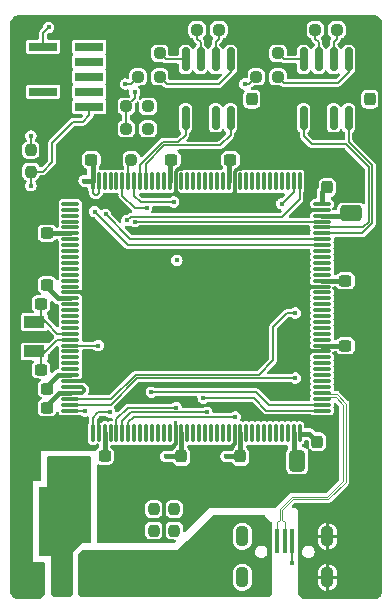
<source format=gbr>
%TF.GenerationSoftware,KiCad,Pcbnew,(6.0.1-0)*%
%TF.CreationDate,2022-02-09T14:27:10+08:00*%
%TF.ProjectId,usb_can,7573625f-6361-46e2-9e6b-696361645f70,rev?*%
%TF.SameCoordinates,Original*%
%TF.FileFunction,Copper,L1,Top*%
%TF.FilePolarity,Positive*%
%FSLAX46Y46*%
G04 Gerber Fmt 4.6, Leading zero omitted, Abs format (unit mm)*
G04 Created by KiCad (PCBNEW (6.0.1-0)) date 2022-02-09 14:27:10*
%MOMM*%
%LPD*%
G01*
G04 APERTURE LIST*
G04 Aperture macros list*
%AMRoundRect*
0 Rectangle with rounded corners*
0 $1 Rounding radius*
0 $2 $3 $4 $5 $6 $7 $8 $9 X,Y pos of 4 corners*
0 Add a 4 corners polygon primitive as box body*
4,1,4,$2,$3,$4,$5,$6,$7,$8,$9,$2,$3,0*
0 Add four circle primitives for the rounded corners*
1,1,$1+$1,$2,$3*
1,1,$1+$1,$4,$5*
1,1,$1+$1,$6,$7*
1,1,$1+$1,$8,$9*
0 Add four rect primitives between the rounded corners*
20,1,$1+$1,$2,$3,$4,$5,0*
20,1,$1+$1,$4,$5,$6,$7,0*
20,1,$1+$1,$6,$7,$8,$9,0*
20,1,$1+$1,$8,$9,$2,$3,0*%
G04 Aperture macros list end*
%TA.AperFunction,SMDPad,CuDef*%
%ADD10RoundRect,0.237500X-0.300000X-0.237500X0.300000X-0.237500X0.300000X0.237500X-0.300000X0.237500X0*%
%TD*%
%TA.AperFunction,SMDPad,CuDef*%
%ADD11R,0.400000X2.150000*%
%TD*%
%TA.AperFunction,ComponentPad*%
%ADD12O,1.100000X1.800000*%
%TD*%
%TA.AperFunction,SMDPad,CuDef*%
%ADD13RoundRect,0.237500X0.300000X0.237500X-0.300000X0.237500X-0.300000X-0.237500X0.300000X-0.237500X0*%
%TD*%
%TA.AperFunction,SMDPad,CuDef*%
%ADD14RoundRect,0.237500X0.237500X-0.250000X0.237500X0.250000X-0.237500X0.250000X-0.237500X-0.250000X0*%
%TD*%
%TA.AperFunction,SMDPad,CuDef*%
%ADD15RoundRect,0.250000X0.650000X-0.412500X0.650000X0.412500X-0.650000X0.412500X-0.650000X-0.412500X0*%
%TD*%
%TA.AperFunction,SMDPad,CuDef*%
%ADD16R,1.500000X2.000000*%
%TD*%
%TA.AperFunction,SMDPad,CuDef*%
%ADD17R,3.800000X2.000000*%
%TD*%
%TA.AperFunction,SMDPad,CuDef*%
%ADD18RoundRect,0.237500X0.250000X0.237500X-0.250000X0.237500X-0.250000X-0.237500X0.250000X-0.237500X0*%
%TD*%
%TA.AperFunction,SMDPad,CuDef*%
%ADD19RoundRect,0.250000X0.412500X0.650000X-0.412500X0.650000X-0.412500X-0.650000X0.412500X-0.650000X0*%
%TD*%
%TA.AperFunction,SMDPad,CuDef*%
%ADD20RoundRect,0.237500X-0.237500X0.300000X-0.237500X-0.300000X0.237500X-0.300000X0.237500X0.300000X0*%
%TD*%
%TA.AperFunction,SMDPad,CuDef*%
%ADD21RoundRect,0.237500X-0.237500X0.250000X-0.237500X-0.250000X0.237500X-0.250000X0.237500X0.250000X0*%
%TD*%
%TA.AperFunction,SMDPad,CuDef*%
%ADD22R,2.400000X0.740000*%
%TD*%
%TA.AperFunction,SMDPad,CuDef*%
%ADD23RoundRect,0.075000X-0.662500X-0.075000X0.662500X-0.075000X0.662500X0.075000X-0.662500X0.075000X0*%
%TD*%
%TA.AperFunction,SMDPad,CuDef*%
%ADD24RoundRect,0.075000X-0.075000X-0.662500X0.075000X-0.662500X0.075000X0.662500X-0.075000X0.662500X0*%
%TD*%
%TA.AperFunction,SMDPad,CuDef*%
%ADD25RoundRect,0.150000X0.150000X-0.825000X0.150000X0.825000X-0.150000X0.825000X-0.150000X-0.825000X0*%
%TD*%
%TA.AperFunction,SMDPad,CuDef*%
%ADD26RoundRect,0.237500X-0.250000X-0.237500X0.250000X-0.237500X0.250000X0.237500X-0.250000X0.237500X0*%
%TD*%
%TA.AperFunction,SMDPad,CuDef*%
%ADD27RoundRect,0.237500X0.237500X-0.300000X0.237500X0.300000X-0.237500X0.300000X-0.237500X-0.300000X0*%
%TD*%
%TA.AperFunction,SMDPad,CuDef*%
%ADD28R,1.800000X1.000000*%
%TD*%
%TA.AperFunction,ViaPad*%
%ADD29C,0.450000*%
%TD*%
%TA.AperFunction,Conductor*%
%ADD30C,0.146812*%
%TD*%
%TA.AperFunction,Conductor*%
%ADD31C,0.300000*%
%TD*%
%TA.AperFunction,Conductor*%
%ADD32C,0.450000*%
%TD*%
%TA.AperFunction,Conductor*%
%ADD33C,0.117348*%
%TD*%
G04 APERTURE END LIST*
D10*
%TO.P,C13,1*%
%TO.N,+3V3*%
X97887500Y-92500000D03*
%TO.P,C13,2*%
%TO.N,GND*%
X99612500Y-92500000D03*
%TD*%
%TO.P,C22,1*%
%TO.N,GND*%
X85137500Y-110300000D03*
%TO.P,C22,2*%
%TO.N,Net-(C22-Pad2)*%
X86862500Y-110300000D03*
%TD*%
D11*
%TO.P,J1,1,VBUS*%
%TO.N,/VBUS*%
X106200000Y-124835000D03*
%TO.P,J1,2,D-*%
%TO.N,USB_OTG_HS_N*%
X106850000Y-124835000D03*
%TO.P,J1,3,D+*%
%TO.N,USB_OTG_HS_P*%
X107500000Y-124835000D03*
%TO.P,J1,4,ID*%
%TO.N,Net-(J1-Pad4)*%
X108150000Y-124835000D03*
%TO.P,J1,5,GND*%
%TO.N,GND*%
X108800000Y-124835000D03*
D12*
%TO.P,J1,6,Shield*%
X103900000Y-124400000D03*
X111100000Y-127870000D03*
X103900000Y-127870000D03*
X111100000Y-124400000D03*
%TD*%
D10*
%TO.P,C9,1*%
%TO.N,+3V3*%
X102887500Y-92500000D03*
%TO.P,C9,2*%
%TO.N,GND*%
X104612500Y-92500000D03*
%TD*%
D13*
%TO.P,C10,1*%
%TO.N,+3V3*%
X87362500Y-113500000D03*
%TO.P,C10,2*%
%TO.N,GND*%
X85637500Y-113500000D03*
%TD*%
D14*
%TO.P,R9,1*%
%TO.N,NRST*%
X86000000Y-93512500D03*
%TO.P,R9,2*%
%TO.N,+3V3*%
X86000000Y-91687500D03*
%TD*%
D15*
%TO.P,C17,1*%
%TO.N,Net-(C17-Pad1)*%
X113100000Y-97062500D03*
%TO.P,C17,2*%
%TO.N,GND*%
X113100000Y-93937500D03*
%TD*%
D16*
%TO.P,U4,1,GND*%
%TO.N,GND*%
X86450000Y-127650000D03*
%TO.P,U4,2,VO*%
%TO.N,+3V3*%
X88750000Y-127650000D03*
D17*
X88750000Y-121350000D03*
D16*
%TO.P,U4,3,VI*%
%TO.N,/VBUS*%
X91050000Y-127650000D03*
%TD*%
D18*
%TO.P,R4,1*%
%TO.N,Net-(R4-Pad1)*%
X96912500Y-83500000D03*
%TO.P,R4,2*%
%TO.N,GND*%
X95087500Y-83500000D03*
%TD*%
D19*
%TO.P,C16,1*%
%TO.N,Net-(C16-Pad1)*%
X108562500Y-118000000D03*
%TO.P,C16,2*%
%TO.N,GND*%
X105437500Y-118000000D03*
%TD*%
D13*
%TO.P,C5,1*%
%TO.N,+3V3*%
X91112500Y-92500000D03*
%TO.P,C5,2*%
%TO.N,GND*%
X89387500Y-92500000D03*
%TD*%
D18*
%TO.P,R10,1*%
%TO.N,Net-(R10-Pad1)*%
X94512500Y-92500000D03*
%TO.P,R10,2*%
%TO.N,GND*%
X92687500Y-92500000D03*
%TD*%
D15*
%TO.P,C14,1*%
%TO.N,/VBUS*%
X93700000Y-127312500D03*
%TO.P,C14,2*%
%TO.N,GND*%
X93700000Y-124187500D03*
%TD*%
D18*
%TO.P,R12,1*%
%TO.N,I2C1_SCL*%
X95912500Y-89900000D03*
%TO.P,R12,2*%
%TO.N,+3V3*%
X94087500Y-89900000D03*
%TD*%
D20*
%TO.P,C18,1*%
%TO.N,+3V3*%
X104700000Y-87387500D03*
%TO.P,C18,2*%
%TO.N,GND*%
X104700000Y-89112500D03*
%TD*%
%TO.P,C6,1*%
%TO.N,+3V3*%
X103750000Y-117637500D03*
%TO.P,C6,2*%
%TO.N,GND*%
X103750000Y-119362500D03*
%TD*%
D13*
%TO.P,C12,1*%
%TO.N,+3V3*%
X87362500Y-111900000D03*
%TO.P,C12,2*%
%TO.N,GND*%
X85637500Y-111900000D03*
%TD*%
D18*
%TO.P,R1,1*%
%TO.N,Net-(R1-Pad1)*%
X106912500Y-85500000D03*
%TO.P,R1,2*%
%TO.N,+3V3*%
X105087500Y-85500000D03*
%TD*%
D10*
%TO.P,C8,1*%
%TO.N,+3V3*%
X92237500Y-117600000D03*
%TO.P,C8,2*%
%TO.N,GND*%
X93962500Y-117600000D03*
%TD*%
D21*
%TO.P,R6,1*%
%TO.N,USB_OTG_HS_ID*%
X98150000Y-122087500D03*
%TO.P,R6,2*%
%TO.N,Net-(J1-Pad4)*%
X98150000Y-123912500D03*
%TD*%
D22*
%TO.P,J2,1,VTref*%
%TO.N,+3V3*%
X87050000Y-82960000D03*
%TO.P,J2,2,SWDIO/TMS*%
%TO.N,SWDIO*%
X90950000Y-82960000D03*
%TO.P,J2,3,GND*%
%TO.N,GND*%
X87050000Y-84230000D03*
%TO.P,J2,4,SWDCLK/TCK*%
%TO.N,SWCLK*%
X90950000Y-84230000D03*
%TO.P,J2,5,GND*%
%TO.N,GND*%
X87050000Y-85500000D03*
%TO.P,J2,6,SWO/TDO*%
%TO.N,unconnected-(J2-Pad6)*%
X90950000Y-85500000D03*
%TO.P,J2,7,KEY*%
%TO.N,unconnected-(J2-Pad7)*%
X87050000Y-86770000D03*
%TO.P,J2,8,NC/TDI*%
%TO.N,unconnected-(J2-Pad8)*%
X90950000Y-86770000D03*
%TO.P,J2,9,GNDDetect*%
%TO.N,GND*%
X87050000Y-88040000D03*
%TO.P,J2,10,~{RESET}*%
%TO.N,NRST*%
X90950000Y-88040000D03*
%TD*%
D21*
%TO.P,R5,1*%
%TO.N,USB_OTG_HS_VBUS*%
X96400000Y-122087500D03*
%TO.P,R5,2*%
%TO.N,/VBUS*%
X96400000Y-123912500D03*
%TD*%
D20*
%TO.P,C2,1*%
%TO.N,+3V3*%
X98750000Y-117637500D03*
%TO.P,C2,2*%
%TO.N,GND*%
X98750000Y-119362500D03*
%TD*%
D10*
%TO.P,C20,1*%
%TO.N,+3V3*%
X112637500Y-108250000D03*
%TO.P,C20,2*%
%TO.N,GND*%
X114362500Y-108250000D03*
%TD*%
D23*
%TO.P,U1,1,PE2*%
%TO.N,unconnected-(U1-Pad1)*%
X89337500Y-96250000D03*
%TO.P,U1,2,PE3*%
%TO.N,unconnected-(U1-Pad2)*%
X89337500Y-96750000D03*
%TO.P,U1,3,PE4*%
%TO.N,unconnected-(U1-Pad3)*%
X89337500Y-97250000D03*
%TO.P,U1,4,PE5*%
%TO.N,unconnected-(U1-Pad4)*%
X89337500Y-97750000D03*
%TO.P,U1,5,PE6*%
%TO.N,unconnected-(U1-Pad5)*%
X89337500Y-98250000D03*
%TO.P,U1,6,VBAT*%
%TO.N,+3V3*%
X89337500Y-98750000D03*
%TO.P,U1,7,PC13*%
%TO.N,unconnected-(U1-Pad7)*%
X89337500Y-99250000D03*
%TO.P,U1,8,PC14*%
%TO.N,unconnected-(U1-Pad8)*%
X89337500Y-99750000D03*
%TO.P,U1,9,PC15*%
%TO.N,unconnected-(U1-Pad9)*%
X89337500Y-100250000D03*
%TO.P,U1,10,PF0*%
%TO.N,unconnected-(U1-Pad10)*%
X89337500Y-100750000D03*
%TO.P,U1,11,PF1*%
%TO.N,unconnected-(U1-Pad11)*%
X89337500Y-101250000D03*
%TO.P,U1,12,PF2*%
%TO.N,unconnected-(U1-Pad12)*%
X89337500Y-101750000D03*
%TO.P,U1,13,PF3*%
%TO.N,unconnected-(U1-Pad13)*%
X89337500Y-102250000D03*
%TO.P,U1,14,PF4*%
%TO.N,unconnected-(U1-Pad14)*%
X89337500Y-102750000D03*
%TO.P,U1,15,PF5*%
%TO.N,unconnected-(U1-Pad15)*%
X89337500Y-103250000D03*
%TO.P,U1,16,VSS*%
%TO.N,GND*%
X89337500Y-103750000D03*
%TO.P,U1,17,VDD*%
%TO.N,+3V3*%
X89337500Y-104250000D03*
%TO.P,U1,18,PF6*%
%TO.N,unconnected-(U1-Pad18)*%
X89337500Y-104750000D03*
%TO.P,U1,19,PF7*%
%TO.N,unconnected-(U1-Pad19)*%
X89337500Y-105250000D03*
%TO.P,U1,20,PF8*%
%TO.N,unconnected-(U1-Pad20)*%
X89337500Y-105750000D03*
%TO.P,U1,21,PF9*%
%TO.N,unconnected-(U1-Pad21)*%
X89337500Y-106250000D03*
%TO.P,U1,22,PF10*%
%TO.N,unconnected-(U1-Pad22)*%
X89337500Y-106750000D03*
%TO.P,U1,23,PH0*%
%TO.N,Net-(C21-Pad2)*%
X89337500Y-107250000D03*
%TO.P,U1,24,PH1*%
%TO.N,Net-(C22-Pad2)*%
X89337500Y-107750000D03*
%TO.P,U1,25,NRST*%
%TO.N,NRST*%
X89337500Y-108250000D03*
%TO.P,U1,26,PC0*%
%TO.N,unconnected-(U1-Pad26)*%
X89337500Y-108750000D03*
%TO.P,U1,27,PC1*%
%TO.N,unconnected-(U1-Pad27)*%
X89337500Y-109250000D03*
%TO.P,U1,28,PC2*%
%TO.N,unconnected-(U1-Pad28)*%
X89337500Y-109750000D03*
%TO.P,U1,29,PC3*%
%TO.N,unconnected-(U1-Pad29)*%
X89337500Y-110250000D03*
%TO.P,U1,30,VDD*%
%TO.N,+3V3*%
X89337500Y-110750000D03*
%TO.P,U1,31,VSSA*%
%TO.N,GND*%
X89337500Y-111250000D03*
%TO.P,U1,32,VREF+*%
%TO.N,+3V3*%
X89337500Y-111750000D03*
%TO.P,U1,33,VDDA*%
X89337500Y-112250000D03*
%TO.P,U1,34,PA0*%
%TO.N,Net-(TP1-Pad1)*%
X89337500Y-112750000D03*
%TO.P,U1,35,PA1*%
%TO.N,Net-(TP2-Pad1)*%
X89337500Y-113250000D03*
%TO.P,U1,36,PA2*%
%TO.N,USART2_TX*%
X89337500Y-113750000D03*
D24*
%TO.P,U1,37,PA3*%
%TO.N,USART2_RX*%
X91250000Y-115662500D03*
%TO.P,U1,38,VSS*%
%TO.N,GND*%
X91750000Y-115662500D03*
%TO.P,U1,39,VDD*%
%TO.N,+3V3*%
X92250000Y-115662500D03*
%TO.P,U1,40,PA4*%
%TO.N,unconnected-(U1-Pad40)*%
X92750000Y-115662500D03*
%TO.P,U1,41,PA5*%
%TO.N,SPI1_SCK*%
X93250000Y-115662500D03*
%TO.P,U1,42,PA6*%
%TO.N,SPI1_MISO*%
X93750000Y-115662500D03*
%TO.P,U1,43,PA7*%
%TO.N,SPI1_MOSI*%
X94250000Y-115662500D03*
%TO.P,U1,44,PC4*%
%TO.N,unconnected-(U1-Pad44)*%
X94750000Y-115662500D03*
%TO.P,U1,45,PC5*%
%TO.N,unconnected-(U1-Pad45)*%
X95250000Y-115662500D03*
%TO.P,U1,46,PB0*%
%TO.N,unconnected-(U1-Pad46)*%
X95750000Y-115662500D03*
%TO.P,U1,47,PB1*%
%TO.N,unconnected-(U1-Pad47)*%
X96250000Y-115662500D03*
%TO.P,U1,48,PB2*%
%TO.N,unconnected-(U1-Pad48)*%
X96750000Y-115662500D03*
%TO.P,U1,49,PF11*%
%TO.N,unconnected-(U1-Pad49)*%
X97250000Y-115662500D03*
%TO.P,U1,50,PF12*%
%TO.N,unconnected-(U1-Pad50)*%
X97750000Y-115662500D03*
%TO.P,U1,51,VSS*%
%TO.N,GND*%
X98250000Y-115662500D03*
%TO.P,U1,52,VDD*%
%TO.N,+3V3*%
X98750000Y-115662500D03*
%TO.P,U1,53,PF13*%
%TO.N,unconnected-(U1-Pad53)*%
X99250000Y-115662500D03*
%TO.P,U1,54,PF14*%
%TO.N,unconnected-(U1-Pad54)*%
X99750000Y-115662500D03*
%TO.P,U1,55,PF15*%
%TO.N,unconnected-(U1-Pad55)*%
X100250000Y-115662500D03*
%TO.P,U1,56,PG0*%
%TO.N,unconnected-(U1-Pad56)*%
X100750000Y-115662500D03*
%TO.P,U1,57,PG1*%
%TO.N,unconnected-(U1-Pad57)*%
X101250000Y-115662500D03*
%TO.P,U1,58,PE7*%
%TO.N,unconnected-(U1-Pad58)*%
X101750000Y-115662500D03*
%TO.P,U1,59,PE8*%
%TO.N,unconnected-(U1-Pad59)*%
X102250000Y-115662500D03*
%TO.P,U1,60,PE9*%
%TO.N,unconnected-(U1-Pad60)*%
X102750000Y-115662500D03*
%TO.P,U1,61,VSS*%
%TO.N,GND*%
X103250000Y-115662500D03*
%TO.P,U1,62,VDD*%
%TO.N,+3V3*%
X103750000Y-115662500D03*
%TO.P,U1,63,PE10*%
%TO.N,unconnected-(U1-Pad63)*%
X104250000Y-115662500D03*
%TO.P,U1,64,PE11*%
%TO.N,unconnected-(U1-Pad64)*%
X104750000Y-115662500D03*
%TO.P,U1,65,PE12*%
%TO.N,unconnected-(U1-Pad65)*%
X105250000Y-115662500D03*
%TO.P,U1,66,PE13*%
%TO.N,unconnected-(U1-Pad66)*%
X105750000Y-115662500D03*
%TO.P,U1,67,PE14*%
%TO.N,unconnected-(U1-Pad67)*%
X106250000Y-115662500D03*
%TO.P,U1,68,PE15*%
%TO.N,unconnected-(U1-Pad68)*%
X106750000Y-115662500D03*
%TO.P,U1,69,PB10*%
%TO.N,unconnected-(U1-Pad69)*%
X107250000Y-115662500D03*
%TO.P,U1,70,PB11*%
%TO.N,unconnected-(U1-Pad70)*%
X107750000Y-115662500D03*
%TO.P,U1,71,VCAP_1*%
%TO.N,Net-(C16-Pad1)*%
X108250000Y-115662500D03*
%TO.P,U1,72,VDD*%
%TO.N,+3V3*%
X108750000Y-115662500D03*
D23*
%TO.P,U1,73,PB12*%
%TO.N,USB_OTG_HS_ID*%
X110662500Y-113750000D03*
%TO.P,U1,74,PB13*%
%TO.N,USB_OTG_HS_VBUS*%
X110662500Y-113250000D03*
%TO.P,U1,75,PB14*%
%TO.N,USB_OTG_HS_N*%
X110662500Y-112750000D03*
%TO.P,U1,76,PB15*%
%TO.N,USB_OTG_HS_P*%
X110662500Y-112250000D03*
%TO.P,U1,77,PD8*%
%TO.N,unconnected-(U1-Pad77)*%
X110662500Y-111750000D03*
%TO.P,U1,78,PD9*%
%TO.N,unconnected-(U1-Pad78)*%
X110662500Y-111250000D03*
%TO.P,U1,79,PD10*%
%TO.N,unconnected-(U1-Pad79)*%
X110662500Y-110750000D03*
%TO.P,U1,80,PD11*%
%TO.N,unconnected-(U1-Pad80)*%
X110662500Y-110250000D03*
%TO.P,U1,81,PD12*%
%TO.N,unconnected-(U1-Pad81)*%
X110662500Y-109750000D03*
%TO.P,U1,82,PD13*%
%TO.N,unconnected-(U1-Pad82)*%
X110662500Y-109250000D03*
%TO.P,U1,83,VSS*%
%TO.N,GND*%
X110662500Y-108750000D03*
%TO.P,U1,84,VDD*%
%TO.N,+3V3*%
X110662500Y-108250000D03*
%TO.P,U1,85,PD14*%
%TO.N,unconnected-(U1-Pad85)*%
X110662500Y-107750000D03*
%TO.P,U1,86,PD15*%
%TO.N,unconnected-(U1-Pad86)*%
X110662500Y-107250000D03*
%TO.P,U1,87,PG2*%
%TO.N,unconnected-(U1-Pad87)*%
X110662500Y-106750000D03*
%TO.P,U1,88,PG3*%
%TO.N,unconnected-(U1-Pad88)*%
X110662500Y-106250000D03*
%TO.P,U1,89,PG4*%
%TO.N,unconnected-(U1-Pad89)*%
X110662500Y-105750000D03*
%TO.P,U1,90,PG5*%
%TO.N,unconnected-(U1-Pad90)*%
X110662500Y-105250000D03*
%TO.P,U1,91,PG6*%
%TO.N,unconnected-(U1-Pad91)*%
X110662500Y-104750000D03*
%TO.P,U1,92,PG7*%
%TO.N,unconnected-(U1-Pad92)*%
X110662500Y-104250000D03*
%TO.P,U1,93,PG8*%
%TO.N,unconnected-(U1-Pad93)*%
X110662500Y-103750000D03*
%TO.P,U1,94,VSS*%
%TO.N,GND*%
X110662500Y-103250000D03*
%TO.P,U1,95,VDD*%
%TO.N,+3V3*%
X110662500Y-102750000D03*
%TO.P,U1,96,PC6*%
%TO.N,unconnected-(U1-Pad96)*%
X110662500Y-102250000D03*
%TO.P,U1,97,PC7*%
%TO.N,unconnected-(U1-Pad97)*%
X110662500Y-101750000D03*
%TO.P,U1,98,PC8*%
%TO.N,unconnected-(U1-Pad98)*%
X110662500Y-101250000D03*
%TO.P,U1,99,PC9*%
%TO.N,unconnected-(U1-Pad99)*%
X110662500Y-100750000D03*
%TO.P,U1,100,PA8*%
%TO.N,unconnected-(U1-Pad100)*%
X110662500Y-100250000D03*
%TO.P,U1,101,PA9*%
%TO.N,USART1_TX*%
X110662500Y-99750000D03*
%TO.P,U1,102,PA10*%
%TO.N,USART1_RX*%
X110662500Y-99250000D03*
%TO.P,U1,103,PA11*%
%TO.N,CAN1_RX*%
X110662500Y-98750000D03*
%TO.P,U1,104,PA12*%
%TO.N,CAN1_TX*%
X110662500Y-98250000D03*
%TO.P,U1,105,PA13*%
%TO.N,SWDIO*%
X110662500Y-97750000D03*
%TO.P,U1,106,VCAP_2*%
%TO.N,Net-(C17-Pad1)*%
X110662500Y-97250000D03*
%TO.P,U1,107,VSS*%
%TO.N,GND*%
X110662500Y-96750000D03*
%TO.P,U1,108,VDD*%
%TO.N,+3V3*%
X110662500Y-96250000D03*
D24*
%TO.P,U1,109,PA14*%
%TO.N,SWCLK*%
X108750000Y-94337500D03*
%TO.P,U1,110,PA15*%
%TO.N,SPI1_NSS*%
X108250000Y-94337500D03*
%TO.P,U1,111,PC10*%
%TO.N,unconnected-(U1-Pad111)*%
X107750000Y-94337500D03*
%TO.P,U1,112,PC11*%
%TO.N,unconnected-(U1-Pad112)*%
X107250000Y-94337500D03*
%TO.P,U1,113,PC12*%
%TO.N,unconnected-(U1-Pad113)*%
X106750000Y-94337500D03*
%TO.P,U1,114,PD0*%
%TO.N,unconnected-(U1-Pad114)*%
X106250000Y-94337500D03*
%TO.P,U1,115,PD1*%
%TO.N,unconnected-(U1-Pad115)*%
X105750000Y-94337500D03*
%TO.P,U1,116,PD2*%
%TO.N,unconnected-(U1-Pad116)*%
X105250000Y-94337500D03*
%TO.P,U1,117,PD3*%
%TO.N,unconnected-(U1-Pad117)*%
X104750000Y-94337500D03*
%TO.P,U1,118,PD4*%
%TO.N,unconnected-(U1-Pad118)*%
X104250000Y-94337500D03*
%TO.P,U1,119,PD5*%
%TO.N,unconnected-(U1-Pad119)*%
X103750000Y-94337500D03*
%TO.P,U1,120,VSS*%
%TO.N,GND*%
X103250000Y-94337500D03*
%TO.P,U1,121,VDD*%
%TO.N,+3V3*%
X102750000Y-94337500D03*
%TO.P,U1,122,PD6*%
%TO.N,unconnected-(U1-Pad122)*%
X102250000Y-94337500D03*
%TO.P,U1,123,PD7*%
%TO.N,unconnected-(U1-Pad123)*%
X101750000Y-94337500D03*
%TO.P,U1,124,PG9*%
%TO.N,unconnected-(U1-Pad124)*%
X101250000Y-94337500D03*
%TO.P,U1,125,PG10*%
%TO.N,unconnected-(U1-Pad125)*%
X100750000Y-94337500D03*
%TO.P,U1,126,PG11*%
%TO.N,unconnected-(U1-Pad126)*%
X100250000Y-94337500D03*
%TO.P,U1,127,PG12*%
%TO.N,unconnected-(U1-Pad127)*%
X99750000Y-94337500D03*
%TO.P,U1,128,PG13*%
%TO.N,unconnected-(U1-Pad128)*%
X99250000Y-94337500D03*
%TO.P,U1,129,PG14*%
%TO.N,unconnected-(U1-Pad129)*%
X98750000Y-94337500D03*
%TO.P,U1,130,VSS*%
%TO.N,GND*%
X98250000Y-94337500D03*
%TO.P,U1,131,VDD*%
%TO.N,+3V3*%
X97750000Y-94337500D03*
%TO.P,U1,132,PG15*%
%TO.N,unconnected-(U1-Pad132)*%
X97250000Y-94337500D03*
%TO.P,U1,133,PB3*%
%TO.N,unconnected-(U1-Pad133)*%
X96750000Y-94337500D03*
%TO.P,U1,134,PB4*%
%TO.N,unconnected-(U1-Pad134)*%
X96250000Y-94337500D03*
%TO.P,U1,135,PB5*%
%TO.N,CAN2_RX*%
X95750000Y-94337500D03*
%TO.P,U1,136,PB6*%
%TO.N,CAN2_TX*%
X95250000Y-94337500D03*
%TO.P,U1,137,PB7*%
%TO.N,I2C1_SDA*%
X94750000Y-94337500D03*
%TO.P,U1,138,BOOT0*%
%TO.N,Net-(R10-Pad1)*%
X94250000Y-94337500D03*
%TO.P,U1,139,PB8*%
%TO.N,I2C1_SCL*%
X93750000Y-94337500D03*
%TO.P,U1,140,PB9*%
%TO.N,unconnected-(U1-Pad140)*%
X93250000Y-94337500D03*
%TO.P,U1,141,PE0*%
%TO.N,unconnected-(U1-Pad141)*%
X92750000Y-94337500D03*
%TO.P,U1,142,PE1*%
%TO.N,unconnected-(U1-Pad142)*%
X92250000Y-94337500D03*
%TO.P,U1,143,PDR_ON*%
%TO.N,+3V3*%
X91750000Y-94337500D03*
%TO.P,U1,144,VDD*%
X91250000Y-94337500D03*
%TD*%
D25*
%TO.P,U3,1,D*%
%TO.N,CAN2_TX*%
X99095000Y-88975000D03*
%TO.P,U3,2,GND*%
%TO.N,GND*%
X100365000Y-88975000D03*
%TO.P,U3,3,VCC*%
%TO.N,+3V3*%
X101635000Y-88975000D03*
%TO.P,U3,4,R*%
%TO.N,CAN2_RX*%
X102905000Y-88975000D03*
%TO.P,U3,5,EN*%
%TO.N,Net-(R3-Pad1)*%
X102905000Y-84025000D03*
%TO.P,U3,6,CANL*%
%TO.N,CAN2_L*%
X101635000Y-84025000D03*
%TO.P,U3,7,CANH*%
%TO.N,CAN2_H*%
X100365000Y-84025000D03*
%TO.P,U3,8,Rs*%
%TO.N,Net-(R4-Pad1)*%
X99095000Y-84025000D03*
%TD*%
%TO.P,U2,1,D*%
%TO.N,CAN1_TX*%
X109095000Y-88975000D03*
%TO.P,U2,2,GND*%
%TO.N,GND*%
X110365000Y-88975000D03*
%TO.P,U2,3,VCC*%
%TO.N,+3V3*%
X111635000Y-88975000D03*
%TO.P,U2,4,R*%
%TO.N,CAN1_RX*%
X112905000Y-88975000D03*
%TO.P,U2,5,EN*%
%TO.N,Net-(R1-Pad1)*%
X112905000Y-84025000D03*
%TO.P,U2,6,CANL*%
%TO.N,CAN1_L*%
X111635000Y-84025000D03*
%TO.P,U2,7,CANH*%
%TO.N,CAN1_H*%
X110365000Y-84025000D03*
%TO.P,U2,8,Rs*%
%TO.N,Net-(R2-Pad1)*%
X109095000Y-84025000D03*
%TD*%
D10*
%TO.P,C21,1*%
%TO.N,GND*%
X85137500Y-104700000D03*
%TO.P,C21,2*%
%TO.N,Net-(C21-Pad2)*%
X86862500Y-104700000D03*
%TD*%
D26*
%TO.P,R7,1*%
%TO.N,CAN1_H*%
X110087500Y-81500000D03*
%TO.P,R7,2*%
%TO.N,CAN1_L*%
X111912500Y-81500000D03*
%TD*%
D18*
%TO.P,R11,1*%
%TO.N,I2C1_SDA*%
X95912500Y-88000000D03*
%TO.P,R11,2*%
%TO.N,+3V3*%
X94087500Y-88000000D03*
%TD*%
D10*
%TO.P,C1,1*%
%TO.N,+3V3*%
X112637500Y-102750000D03*
%TO.P,C1,2*%
%TO.N,GND*%
X114362500Y-102750000D03*
%TD*%
D27*
%TO.P,C11,1*%
%TO.N,+3V3*%
X111100000Y-94862500D03*
%TO.P,C11,2*%
%TO.N,GND*%
X111100000Y-93137500D03*
%TD*%
D13*
%TO.P,C4,1*%
%TO.N,+3V3*%
X87362500Y-98750000D03*
%TO.P,C4,2*%
%TO.N,GND*%
X85637500Y-98750000D03*
%TD*%
D26*
%TO.P,R8,1*%
%TO.N,CAN2_H*%
X100087500Y-81500000D03*
%TO.P,R8,2*%
%TO.N,CAN2_L*%
X101912500Y-81500000D03*
%TD*%
D18*
%TO.P,R2,1*%
%TO.N,Net-(R2-Pad1)*%
X106912500Y-83500000D03*
%TO.P,R2,2*%
%TO.N,GND*%
X105087500Y-83500000D03*
%TD*%
D28*
%TO.P,Y1,1,1*%
%TO.N,Net-(C21-Pad2)*%
X86300000Y-106250000D03*
%TO.P,Y1,2,2*%
%TO.N,Net-(C22-Pad2)*%
X86300000Y-108750000D03*
%TD*%
D20*
%TO.P,C7,1*%
%TO.N,+3V3*%
X110250000Y-116387500D03*
%TO.P,C7,2*%
%TO.N,GND*%
X110250000Y-118112500D03*
%TD*%
D18*
%TO.P,R3,1*%
%TO.N,Net-(R3-Pad1)*%
X96912500Y-85500000D03*
%TO.P,R3,2*%
%TO.N,+3V3*%
X95087500Y-85500000D03*
%TD*%
D20*
%TO.P,C19,1*%
%TO.N,+3V3*%
X114700000Y-87387500D03*
%TO.P,C19,2*%
%TO.N,GND*%
X114700000Y-89112500D03*
%TD*%
D19*
%TO.P,C15,1*%
%TO.N,+3V3*%
X89212500Y-118800000D03*
%TO.P,C15,2*%
%TO.N,GND*%
X86087500Y-118800000D03*
%TD*%
D13*
%TO.P,C3,1*%
%TO.N,+3V3*%
X87362500Y-103100000D03*
%TO.P,C3,2*%
%TO.N,GND*%
X85637500Y-103100000D03*
%TD*%
D29*
%TO.N,Net-(J1-Pad4)*%
X108150000Y-126700000D03*
X98150000Y-123912500D03*
%TO.N,GND*%
X102500000Y-110000000D03*
X105000000Y-105000000D03*
X88000000Y-109000000D03*
X91900000Y-114400000D03*
X102500000Y-105000000D03*
X105000000Y-98500000D03*
X97500000Y-98500000D03*
X102500000Y-102500000D03*
X107500000Y-98500000D03*
X91100000Y-110800000D03*
X107500000Y-105000000D03*
X92500000Y-105000000D03*
X86000000Y-107500000D03*
X102500000Y-107500000D03*
X100000000Y-98500000D03*
X94000000Y-105000000D03*
X94000000Y-110000000D03*
X105000000Y-107500000D03*
X100000000Y-105000000D03*
X100000000Y-102500000D03*
X107500000Y-107500000D03*
X108900000Y-97000000D03*
X92500000Y-107500000D03*
X88000000Y-106000000D03*
X108900000Y-103600000D03*
X107500000Y-102500000D03*
X92500000Y-110000000D03*
X99200000Y-95700000D03*
X100000000Y-107500000D03*
X97500000Y-116900000D03*
X105000000Y-110000000D03*
X103600000Y-96000000D03*
X90900000Y-104000000D03*
X94000000Y-107500000D03*
X109000000Y-109100000D03*
X107500000Y-110000000D03*
X105000000Y-102500000D03*
X102500000Y-98500000D03*
X100000000Y-110000000D03*
X102525000Y-116900000D03*
X92500000Y-102500000D03*
%TO.N,+3V3*%
X101635000Y-88975000D03*
X111635000Y-88975000D03*
X102520000Y-117640000D03*
X86000000Y-90500000D03*
X87500000Y-121000000D03*
X89500000Y-121000000D03*
X94800000Y-86800000D03*
X87500000Y-123000000D03*
X87362500Y-113300000D03*
X97410000Y-117640000D03*
X87500000Y-81300000D03*
X89500000Y-122000000D03*
X87362500Y-111700000D03*
X97887500Y-92500000D03*
X87500000Y-125000000D03*
X102900000Y-92450000D03*
X88500000Y-125000000D03*
X90500000Y-121000000D03*
X90500000Y-122000000D03*
X90500000Y-124000000D03*
X87362500Y-98750000D03*
X89500000Y-125000000D03*
X89500000Y-123000000D03*
X94000000Y-86100000D03*
X112637500Y-102750000D03*
X87362500Y-103300000D03*
X104700000Y-87387500D03*
X104100000Y-86100000D03*
X90500000Y-123000000D03*
X92250000Y-117637500D03*
X89500000Y-124000000D03*
X114700000Y-87387500D03*
X112637500Y-108250000D03*
X87500000Y-124000000D03*
X90500000Y-94300000D03*
X88500000Y-121000000D03*
X98360000Y-101030000D03*
X88500000Y-123000000D03*
X110250000Y-116387500D03*
X111100000Y-94862500D03*
X87500000Y-122000000D03*
X88500000Y-124000000D03*
X88500000Y-122000000D03*
%TO.N,SWDIO*%
X90950000Y-82960000D03*
X94800000Y-97750000D03*
%TO.N,SWCLK*%
X90950000Y-84230000D03*
X94140000Y-97660000D03*
%TO.N,SPI1_NSS*%
X107225000Y-96250000D03*
%TO.N,USART1_TX*%
X91400000Y-96900000D03*
%TO.N,SPI1_SCK*%
X98300000Y-113500000D03*
%TO.N,USART1_RX*%
X92325000Y-97150000D03*
%TO.N,SPI1_MOSI*%
X103300000Y-114300000D03*
%TO.N,SPI1_MISO*%
X100900000Y-113900000D03*
%TO.N,CAN1_H*%
X110365000Y-84025000D03*
%TO.N,CAN2_H*%
X100365000Y-84025000D03*
%TO.N,CAN1_L*%
X111635000Y-84025000D03*
%TO.N,CAN2_L*%
X101635000Y-84025000D03*
%TO.N,USB_OTG_HS_VBUS*%
X96400000Y-122087500D03*
X96200000Y-112200000D03*
%TO.N,USB_OTG_HS_ID*%
X100600000Y-112700000D03*
X98150000Y-122087500D03*
%TO.N,NRST*%
X91700000Y-108250000D03*
X86000000Y-94700000D03*
%TO.N,USART2_TX*%
X90600000Y-113800000D03*
%TO.N,USART2_RX*%
X92700000Y-113900000D03*
%TO.N,I2C1_SDA*%
X95912500Y-88000000D03*
X98100000Y-96100000D03*
%TO.N,I2C1_SCL*%
X95900000Y-89900000D03*
X95800000Y-96600000D03*
%TO.N,/VBUS*%
X95200000Y-127000000D03*
X96400000Y-123912500D03*
%TO.N,Net-(TP1-Pad1)*%
X108400000Y-105500000D03*
%TO.N,Net-(TP2-Pad1)*%
X108400000Y-111000000D03*
%TD*%
D30*
%TO.N,Net-(J1-Pad4)*%
X108150000Y-124835000D02*
X108150000Y-126700000D01*
%TO.N,GND*%
X91750000Y-115662500D02*
X91750000Y-114550000D01*
D31*
X103250000Y-93550000D02*
X103500000Y-93300000D01*
X99200000Y-95700000D02*
X98800000Y-95700000D01*
X103250000Y-94337500D02*
X103250000Y-93550000D01*
X102525000Y-116900000D02*
X102900000Y-116900000D01*
X109150000Y-96750000D02*
X108900000Y-97000000D01*
X109250000Y-103250000D02*
X108900000Y-103600000D01*
X103250000Y-94337500D02*
X103250000Y-95650000D01*
X103812500Y-93300000D02*
X104612500Y-92500000D01*
X110662500Y-103250000D02*
X109250000Y-103250000D01*
X98250000Y-95150000D02*
X98250000Y-94337500D01*
X90650000Y-111250000D02*
X91100000Y-110800000D01*
X103250000Y-95650000D02*
X103600000Y-96000000D01*
X109350000Y-108750000D02*
X109000000Y-109100000D01*
X98250000Y-94337500D02*
X98250000Y-93550000D01*
X98812500Y-93300000D02*
X99612500Y-92500000D01*
X102900000Y-116900000D02*
X103250000Y-116550000D01*
X90650000Y-103750000D02*
X90900000Y-104000000D01*
X98250000Y-93550000D02*
X98500000Y-93300000D01*
X98500000Y-93300000D02*
X98812500Y-93300000D01*
X89337500Y-103750000D02*
X90650000Y-103750000D01*
X98250000Y-116550000D02*
X98250000Y-115662500D01*
D30*
X91750000Y-114550000D02*
X91900000Y-114400000D01*
D31*
X103250000Y-116550000D02*
X103250000Y-115662500D01*
X97900000Y-116900000D02*
X98250000Y-116550000D01*
X98800000Y-95700000D02*
X98250000Y-95150000D01*
X103500000Y-93300000D02*
X103812500Y-93300000D01*
X97500000Y-116900000D02*
X97900000Y-116900000D01*
X110662500Y-108750000D02*
X109350000Y-108750000D01*
X89337500Y-111250000D02*
X90650000Y-111250000D01*
X110662500Y-96750000D02*
X109150000Y-96750000D01*
D32*
%TO.N,+3V3*%
X97412500Y-117637500D02*
X98750000Y-117637500D01*
X88412500Y-112250000D02*
X89337500Y-112250000D01*
D31*
X90350000Y-111750000D02*
X90500000Y-111900000D01*
D32*
X97750000Y-92637500D02*
X97887500Y-92500000D01*
D31*
X89337500Y-111750000D02*
X90350000Y-111750000D01*
D32*
X110675000Y-95287500D02*
X111100000Y-94862500D01*
D30*
X87050000Y-81750000D02*
X87050000Y-82960000D01*
X91750000Y-94337500D02*
X91750000Y-95350000D01*
D32*
X110675000Y-96100000D02*
X110675000Y-95287500D01*
X89337500Y-104250000D02*
X88312500Y-104250000D01*
X102750000Y-94337500D02*
X102750000Y-92637500D01*
X102520000Y-117640000D02*
X103747500Y-117640000D01*
X87362500Y-111700000D02*
X88312500Y-110750000D01*
D30*
X91750000Y-95350000D02*
X91600000Y-95500000D01*
D32*
X87362500Y-113300000D02*
X88412500Y-112250000D01*
D30*
X94087500Y-88000000D02*
X94087500Y-89900000D01*
D32*
X89337500Y-98750000D02*
X87362500Y-98750000D01*
X103750000Y-115662500D02*
X103750000Y-117637500D01*
D30*
X91250000Y-95350000D02*
X91250000Y-94337500D01*
D32*
X109587500Y-115725000D02*
X110250000Y-116387500D01*
X90537500Y-94337500D02*
X91250000Y-94337500D01*
D31*
X90350000Y-112250000D02*
X89337500Y-112250000D01*
D30*
X94087500Y-88000000D02*
X94800000Y-87287500D01*
D31*
X90500000Y-111900000D02*
X90500000Y-112100000D01*
D30*
X105087500Y-85500000D02*
X104487500Y-86100000D01*
D32*
X110662500Y-102750000D02*
X112637500Y-102750000D01*
X103747500Y-117640000D02*
X103750000Y-117637500D01*
D30*
X91600000Y-95500000D02*
X91400000Y-95500000D01*
X94800000Y-87287500D02*
X94800000Y-86800000D01*
X87500000Y-81300000D02*
X87050000Y-81750000D01*
D32*
X90500000Y-94300000D02*
X90537500Y-94337500D01*
D30*
X94487500Y-86100000D02*
X94000000Y-86100000D01*
D32*
X88312500Y-104250000D02*
X87362500Y-103300000D01*
X88312500Y-110750000D02*
X89337500Y-110750000D01*
D31*
X90500000Y-112100000D02*
X90350000Y-112250000D01*
D30*
X95087500Y-85500000D02*
X94487500Y-86100000D01*
D32*
X97750000Y-94337500D02*
X97750000Y-92637500D01*
X102750000Y-92637500D02*
X102887500Y-92500000D01*
D30*
X91400000Y-95500000D02*
X91250000Y-95350000D01*
D32*
X108925000Y-115725000D02*
X109587500Y-115725000D01*
X91250000Y-92637500D02*
X91112500Y-92500000D01*
X97410000Y-117640000D02*
X97412500Y-117637500D01*
X92250000Y-115662500D02*
X92250000Y-117637500D01*
X98750000Y-115662500D02*
X98750000Y-117637500D01*
X110662500Y-108250000D02*
X112637500Y-108250000D01*
D30*
X104487500Y-86100000D02*
X104100000Y-86100000D01*
D32*
X91250000Y-94337500D02*
X91250000Y-92637500D01*
D30*
X86000000Y-91687500D02*
X86000000Y-90500000D01*
%TO.N,SWDIO*%
X94800000Y-97750000D02*
X110662500Y-97750000D01*
%TO.N,SWCLK*%
X107250000Y-97350000D02*
X108750000Y-95850000D01*
X94140000Y-97660000D02*
X94450000Y-97350000D01*
X94450000Y-97350000D02*
X107250000Y-97350000D01*
X108750000Y-95850000D02*
X108750000Y-94337500D01*
%TO.N,SPI1_NSS*%
X107225000Y-96250000D02*
X108250000Y-95225000D01*
X108250000Y-95225000D02*
X108250000Y-94337500D01*
%TO.N,USART1_TX*%
X110662500Y-99750000D02*
X94250000Y-99750000D01*
X94250000Y-99750000D02*
X91400000Y-96900000D01*
%TO.N,SPI1_SCK*%
X93250000Y-114450000D02*
X93250000Y-115662500D01*
X98300000Y-113500000D02*
X94200000Y-113500000D01*
X94200000Y-113500000D02*
X93250000Y-114450000D01*
%TO.N,USART1_RX*%
X94425000Y-99250000D02*
X110662500Y-99250000D01*
X92325000Y-97150000D02*
X94425000Y-99250000D01*
%TO.N,SPI1_MOSI*%
X103300000Y-114300000D02*
X94700000Y-114300000D01*
X94700000Y-114300000D02*
X94250000Y-114750000D01*
X94250000Y-114750000D02*
X94250000Y-115662500D01*
%TO.N,SPI1_MISO*%
X94500000Y-113900000D02*
X93750000Y-114650000D01*
X100900000Y-113900000D02*
X94500000Y-113900000D01*
X93750000Y-114650000D02*
X93750000Y-115662500D01*
%TO.N,CAN1_H*%
X110087500Y-82287500D02*
X110365000Y-82565000D01*
X110087500Y-81500000D02*
X110087500Y-82287500D01*
X110365000Y-82565000D02*
X110365000Y-84025000D01*
%TO.N,CAN2_H*%
X100365000Y-82565000D02*
X100365000Y-84025000D01*
X100087500Y-82287500D02*
X100365000Y-82565000D01*
X100087500Y-81500000D02*
X100087500Y-82287500D01*
%TO.N,CAN1_L*%
X111912500Y-82287500D02*
X111635000Y-82565000D01*
X111912500Y-81500000D02*
X111912500Y-82287500D01*
X111635000Y-82565000D02*
X111635000Y-84025000D01*
%TO.N,CAN2_L*%
X101635000Y-82565000D02*
X101635000Y-84025000D01*
X101912500Y-82287500D02*
X101635000Y-82565000D01*
X101912500Y-81500000D02*
X101912500Y-82287500D01*
%TO.N,Net-(R1-Pad1)*%
X112000000Y-86000000D02*
X112905000Y-85095000D01*
X107412500Y-86000000D02*
X112000000Y-86000000D01*
X112905000Y-85095000D02*
X112905000Y-84025000D01*
X106912500Y-85500000D02*
X107412500Y-86000000D01*
%TO.N,Net-(R2-Pad1)*%
X107437500Y-84025000D02*
X109095000Y-84025000D01*
X106912500Y-83500000D02*
X107437500Y-84025000D01*
%TO.N,Net-(R3-Pad1)*%
X97512500Y-86100000D02*
X101900000Y-86100000D01*
X102905000Y-85095000D02*
X102905000Y-84025000D01*
X96912500Y-85500000D02*
X97512500Y-86100000D01*
X101900000Y-86100000D02*
X102905000Y-85095000D01*
%TO.N,Net-(R4-Pad1)*%
X97437500Y-84025000D02*
X99095000Y-84025000D01*
X96912500Y-83500000D02*
X97437500Y-84025000D01*
%TO.N,USB_OTG_HS_VBUS*%
X106150000Y-113250000D02*
X105600000Y-112700000D01*
X110662500Y-113250000D02*
X106150000Y-113250000D01*
X105600000Y-112700000D02*
X105100000Y-112200000D01*
X105100000Y-112200000D02*
X96200000Y-112200000D01*
%TO.N,USB_OTG_HS_ID*%
X105950000Y-113750000D02*
X104900000Y-112700000D01*
X104900000Y-112700000D02*
X100600000Y-112700000D01*
X110662500Y-113750000D02*
X105950000Y-113750000D01*
%TO.N,Net-(C21-Pad2)*%
X86862500Y-105862500D02*
X87450000Y-106450000D01*
X86300000Y-106250000D02*
X87250000Y-106250000D01*
X88250000Y-107250000D02*
X89337500Y-107250000D01*
X86862500Y-104700000D02*
X86862500Y-105862500D01*
X87450000Y-106450000D02*
X88250000Y-107250000D01*
X87250000Y-106250000D02*
X87450000Y-106450000D01*
%TO.N,Net-(C22-Pad2)*%
X86862500Y-109137500D02*
X87350000Y-108650000D01*
X89337500Y-107750000D02*
X88250000Y-107750000D01*
X87350000Y-108650000D02*
X87250000Y-108750000D01*
X87250000Y-108750000D02*
X86300000Y-108750000D01*
X86862500Y-110300000D02*
X86862500Y-109137500D01*
X88250000Y-107750000D02*
X87350000Y-108650000D01*
%TO.N,NRST*%
X89600000Y-89300000D02*
X90400000Y-89300000D01*
X86987500Y-93512500D02*
X87800000Y-92700000D01*
X87800000Y-91100000D02*
X89600000Y-89300000D01*
X90950000Y-88750000D02*
X90950000Y-88040000D01*
X87800000Y-92700000D02*
X87800000Y-91100000D01*
X90400000Y-89300000D02*
X90950000Y-88750000D01*
X86000000Y-93512500D02*
X86987500Y-93512500D01*
X86000000Y-94700000D02*
X86000000Y-93512500D01*
X91700000Y-108250000D02*
X89337500Y-108250000D01*
%TO.N,USART2_TX*%
X90550000Y-113750000D02*
X89337500Y-113750000D01*
X90600000Y-113800000D02*
X90550000Y-113750000D01*
%TO.N,USART2_RX*%
X91600000Y-114000000D02*
X91700000Y-113900000D01*
X91250000Y-114350000D02*
X91600000Y-114000000D01*
X91700000Y-113900000D02*
X92700000Y-113900000D01*
X91250000Y-115662500D02*
X91250000Y-114350000D01*
%TO.N,CAN1_RX*%
X114050000Y-98750000D02*
X110662500Y-98750000D01*
X114900000Y-93000000D02*
X114900000Y-97900000D01*
X112905000Y-91005000D02*
X114900000Y-93000000D01*
X114900000Y-97900000D02*
X114050000Y-98750000D01*
X112905000Y-88975000D02*
X112905000Y-91005000D01*
%TO.N,CAN1_TX*%
X112700000Y-91200000D02*
X109800000Y-91200000D01*
X114600000Y-97750000D02*
X114600000Y-93100000D01*
X109095000Y-90495000D02*
X109095000Y-88975000D01*
X114100000Y-98250000D02*
X114600000Y-97750000D01*
X109800000Y-91200000D02*
X109095000Y-90495000D01*
X114600000Y-93100000D02*
X112700000Y-91200000D01*
X110662500Y-98250000D02*
X114100000Y-98250000D01*
%TO.N,CAN2_RX*%
X102000000Y-91300000D02*
X102905000Y-90395000D01*
X102905000Y-90395000D02*
X102905000Y-88975000D01*
X95750000Y-92850000D02*
X97300000Y-91300000D01*
X97300000Y-91300000D02*
X102000000Y-91300000D01*
X95750000Y-94337500D02*
X95750000Y-92850000D01*
%TO.N,CAN2_TX*%
X98500000Y-91000000D02*
X99095000Y-90405000D01*
X95250000Y-92950000D02*
X97200000Y-91000000D01*
X97200000Y-91000000D02*
X98500000Y-91000000D01*
X95250000Y-94337500D02*
X95250000Y-92950000D01*
X99095000Y-90405000D02*
X99095000Y-88975000D01*
%TO.N,I2C1_SDA*%
X94750000Y-95550000D02*
X94750000Y-94337500D01*
X95300000Y-96100000D02*
X94750000Y-95550000D01*
X98100000Y-96100000D02*
X95300000Y-96100000D01*
%TO.N,Net-(R10-Pad1)*%
X94512500Y-92500000D02*
X94250000Y-92762500D01*
X94250000Y-92762500D02*
X94250000Y-94337500D01*
%TO.N,I2C1_SCL*%
X95800000Y-96600000D02*
X94800000Y-96600000D01*
X94800000Y-96600000D02*
X93750000Y-95550000D01*
X93750000Y-95550000D02*
X93750000Y-94337500D01*
%TO.N,/VBUS*%
X94887500Y-127312500D02*
X95200000Y-127000000D01*
X93700000Y-127312500D02*
X94887500Y-127312500D01*
D33*
%TO.N,USB_OTG_HS_N*%
X107065526Y-122079654D02*
X107065526Y-123006973D01*
X106850000Y-123222499D02*
X106850000Y-124835000D01*
X112440526Y-113245346D02*
X112440526Y-119704654D01*
X111804654Y-112609474D02*
X112440526Y-113245346D01*
X111104654Y-121040526D02*
X108104654Y-121040526D01*
X110803026Y-112609474D02*
X111804654Y-112609474D01*
X107065526Y-123006973D02*
X106850000Y-123222499D01*
X108104654Y-121040526D02*
X107065526Y-122079654D01*
X112440526Y-119704654D02*
X111104654Y-121040526D01*
X110662500Y-112750000D02*
X110803026Y-112609474D01*
%TO.N,USB_OTG_HS_P*%
X107284474Y-123006973D02*
X107500000Y-123222499D01*
X110803026Y-112390526D02*
X111895346Y-112390526D01*
X110662500Y-112250000D02*
X110803026Y-112390526D01*
X107284474Y-122170346D02*
X107284474Y-123006973D01*
X112659474Y-119795346D02*
X111195346Y-121259474D01*
X107500000Y-123222499D02*
X107500000Y-124835000D01*
X112659474Y-113154654D02*
X112659474Y-119795346D01*
X111895346Y-112390526D02*
X112659474Y-113154654D01*
X111195346Y-121259474D02*
X108195346Y-121259474D01*
X108195346Y-121259474D02*
X107284474Y-122170346D01*
D32*
%TO.N,Net-(C16-Pad1)*%
X108250000Y-117687500D02*
X108562500Y-118000000D01*
X108250000Y-115662500D02*
X108250000Y-117687500D01*
%TO.N,Net-(C17-Pad1)*%
X110662500Y-97250000D02*
X112912500Y-97250000D01*
X112912500Y-97250000D02*
X113100000Y-97062500D01*
D30*
%TO.N,Net-(TP1-Pad1)*%
X92825000Y-112750000D02*
X89337500Y-112750000D01*
X94875000Y-110700000D02*
X92825000Y-112750000D01*
X105300000Y-110700000D02*
X94875000Y-110700000D01*
X106500000Y-109500000D02*
X105300000Y-110700000D01*
X106500000Y-106700000D02*
X106500000Y-109500000D01*
X108400000Y-105500000D02*
X107700000Y-105500000D01*
X107700000Y-105500000D02*
X106500000Y-106700000D01*
%TO.N,Net-(TP2-Pad1)*%
X108400000Y-111000000D02*
X95000000Y-111000000D01*
X95000000Y-111000000D02*
X92750000Y-113250000D01*
X92750000Y-113250000D02*
X89337500Y-113250000D01*
%TD*%
%TA.AperFunction,Conductor*%
%TO.N,/VBUS*%
G36*
X105815931Y-122620002D02*
G01*
X105836905Y-122636905D01*
X106363095Y-123163095D01*
X106397121Y-123225407D01*
X106400000Y-123252190D01*
X106400000Y-123699900D01*
X106397579Y-123724481D01*
X106395500Y-123734933D01*
X106395501Y-125935066D01*
X106396709Y-125941138D01*
X106397579Y-125945514D01*
X106400000Y-125970093D01*
X106400000Y-129247810D01*
X106379998Y-129315931D01*
X106363095Y-129336905D01*
X106236905Y-129463095D01*
X106174593Y-129497121D01*
X106147810Y-129500000D01*
X90252190Y-129500000D01*
X90184069Y-129479998D01*
X90163095Y-129463095D01*
X90036905Y-129336905D01*
X90002879Y-129274593D01*
X90000000Y-129247810D01*
X90000000Y-128265387D01*
X103095500Y-128265387D01*
X103110528Y-128399364D01*
X103169885Y-128569813D01*
X103265529Y-128722876D01*
X103270492Y-128727874D01*
X103270493Y-128727875D01*
X103387744Y-128845948D01*
X103387748Y-128845951D01*
X103392707Y-128850945D01*
X103545099Y-128947656D01*
X103551742Y-128950021D01*
X103551741Y-128950021D01*
X103708494Y-129005839D01*
X103708499Y-129005840D01*
X103715129Y-129008201D01*
X103722115Y-129009034D01*
X103722119Y-129009035D01*
X103848663Y-129024123D01*
X103894348Y-129029571D01*
X103901351Y-129028835D01*
X103901352Y-129028835D01*
X104066840Y-129011442D01*
X104066844Y-129011441D01*
X104073848Y-129010705D01*
X104244707Y-128952540D01*
X104398434Y-128857966D01*
X104527388Y-128731685D01*
X104625160Y-128579973D01*
X104686891Y-128410369D01*
X104704500Y-128270978D01*
X104704500Y-127474613D01*
X104689472Y-127340636D01*
X104630115Y-127170187D01*
X104534471Y-127017124D01*
X104529507Y-127012125D01*
X104412256Y-126894052D01*
X104412252Y-126894049D01*
X104407293Y-126889055D01*
X104254901Y-126792344D01*
X104224346Y-126781464D01*
X104091506Y-126734161D01*
X104091501Y-126734160D01*
X104084871Y-126731799D01*
X104077885Y-126730966D01*
X104077881Y-126730965D01*
X103951337Y-126715877D01*
X103905652Y-126710429D01*
X103898649Y-126711165D01*
X103898648Y-126711165D01*
X103733160Y-126728558D01*
X103733156Y-126728559D01*
X103726152Y-126729295D01*
X103555293Y-126787460D01*
X103401566Y-126882034D01*
X103272612Y-127008315D01*
X103174840Y-127160027D01*
X103113109Y-127329631D01*
X103095500Y-127469022D01*
X103095500Y-128265387D01*
X90000000Y-128265387D01*
X90000000Y-125952190D01*
X90020002Y-125884069D01*
X90036905Y-125863095D01*
X90180000Y-125720000D01*
X104965931Y-125720000D01*
X104984129Y-125858227D01*
X105037483Y-125987034D01*
X105122356Y-126097644D01*
X105232965Y-126182517D01*
X105361773Y-126235871D01*
X105500000Y-126254069D01*
X105508188Y-126252991D01*
X105630039Y-126236949D01*
X105638227Y-126235871D01*
X105767035Y-126182517D01*
X105877644Y-126097644D01*
X105962517Y-125987034D01*
X106015871Y-125858227D01*
X106034069Y-125720000D01*
X106015871Y-125581773D01*
X105962517Y-125452966D01*
X105877644Y-125342356D01*
X105767035Y-125257483D01*
X105638227Y-125204129D01*
X105500000Y-125185931D01*
X105361773Y-125204129D01*
X105232966Y-125257483D01*
X105122356Y-125342356D01*
X105037483Y-125452966D01*
X104984129Y-125581773D01*
X104965931Y-125720000D01*
X90180000Y-125720000D01*
X90263095Y-125636905D01*
X90325407Y-125602879D01*
X90352190Y-125600000D01*
X98400000Y-125600000D01*
X99204613Y-124795387D01*
X103095500Y-124795387D01*
X103110528Y-124929364D01*
X103169885Y-125099813D01*
X103265529Y-125252876D01*
X103270492Y-125257874D01*
X103270493Y-125257875D01*
X103387744Y-125375948D01*
X103387748Y-125375951D01*
X103392707Y-125380945D01*
X103545099Y-125477656D01*
X103558815Y-125482540D01*
X103708494Y-125535839D01*
X103708499Y-125535840D01*
X103715129Y-125538201D01*
X103722115Y-125539034D01*
X103722119Y-125539035D01*
X103848663Y-125554123D01*
X103894348Y-125559571D01*
X103901351Y-125558835D01*
X103901352Y-125558835D01*
X104066840Y-125541442D01*
X104066844Y-125541441D01*
X104073848Y-125540705D01*
X104244707Y-125482540D01*
X104398434Y-125387966D01*
X104527388Y-125261685D01*
X104625160Y-125109973D01*
X104629592Y-125097798D01*
X104684482Y-124946988D01*
X104684482Y-124946987D01*
X104686891Y-124940369D01*
X104704500Y-124800978D01*
X104704500Y-124004613D01*
X104689472Y-123870636D01*
X104630115Y-123700187D01*
X104534471Y-123547124D01*
X104529507Y-123542125D01*
X104412256Y-123424052D01*
X104412252Y-123424049D01*
X104407293Y-123419055D01*
X104254901Y-123322344D01*
X104223116Y-123311026D01*
X104091506Y-123264161D01*
X104091501Y-123264160D01*
X104084871Y-123261799D01*
X104077885Y-123260966D01*
X104077881Y-123260965D01*
X103951337Y-123245877D01*
X103905652Y-123240429D01*
X103898649Y-123241165D01*
X103898648Y-123241165D01*
X103733160Y-123258558D01*
X103733156Y-123258559D01*
X103726152Y-123259295D01*
X103555293Y-123317460D01*
X103401566Y-123412034D01*
X103368322Y-123444589D01*
X103291263Y-123520051D01*
X103272612Y-123538315D01*
X103174840Y-123690027D01*
X103172431Y-123696647D01*
X103172429Y-123696650D01*
X103115518Y-123853012D01*
X103113109Y-123859631D01*
X103095500Y-123999022D01*
X103095500Y-124795387D01*
X99204613Y-124795387D01*
X101363095Y-122636905D01*
X101425407Y-122602879D01*
X101452190Y-122600000D01*
X105747810Y-122600000D01*
X105815931Y-122620002D01*
G37*
%TD.AperFunction*%
%TD*%
%TA.AperFunction,Conductor*%
%TO.N,GND*%
G36*
X114987153Y-80256421D02*
G01*
X115000000Y-80258976D01*
X115012172Y-80256555D01*
X115019754Y-80256555D01*
X115032104Y-80257162D01*
X115133188Y-80267118D01*
X115157408Y-80271935D01*
X115273617Y-80307187D01*
X115296418Y-80316631D01*
X115403517Y-80373876D01*
X115424047Y-80387594D01*
X115517909Y-80464626D01*
X115535374Y-80482091D01*
X115612406Y-80575953D01*
X115626124Y-80596483D01*
X115683369Y-80703582D01*
X115692813Y-80726383D01*
X115728065Y-80842592D01*
X115732882Y-80866812D01*
X115742838Y-80967896D01*
X115743445Y-80980246D01*
X115743445Y-80987828D01*
X115741024Y-81000000D01*
X115743445Y-81012170D01*
X115743579Y-81012844D01*
X115746000Y-81037425D01*
X115746000Y-128962575D01*
X115743579Y-128987153D01*
X115741024Y-129000000D01*
X115743445Y-129012172D01*
X115743445Y-129019754D01*
X115742838Y-129032104D01*
X115732882Y-129133188D01*
X115728065Y-129157408D01*
X115692813Y-129273617D01*
X115683369Y-129296418D01*
X115626124Y-129403517D01*
X115612406Y-129424047D01*
X115535374Y-129517909D01*
X115517909Y-129535374D01*
X115424047Y-129612406D01*
X115403517Y-129626124D01*
X115296418Y-129683369D01*
X115273617Y-129692813D01*
X115157408Y-129728065D01*
X115133188Y-129732882D01*
X115032104Y-129742838D01*
X115019754Y-129743445D01*
X115012172Y-129743445D01*
X115000000Y-129741024D01*
X114987153Y-129743579D01*
X114962575Y-129746000D01*
X109098190Y-129746000D01*
X109030069Y-129725998D01*
X109009095Y-129709095D01*
X108636905Y-129336905D01*
X108602879Y-129274593D01*
X108600000Y-129247810D01*
X108600000Y-128261828D01*
X110296000Y-128261828D01*
X110296393Y-128268852D01*
X110310234Y-128392253D01*
X110313336Y-128405906D01*
X110368021Y-128562938D01*
X110374074Y-128575571D01*
X110462191Y-128716589D01*
X110470888Y-128727561D01*
X110588060Y-128845555D01*
X110598971Y-128854327D01*
X110739366Y-128943425D01*
X110751962Y-128949568D01*
X110908609Y-129005348D01*
X110922235Y-129008544D01*
X110955011Y-129012452D01*
X110969418Y-129010025D01*
X110973000Y-128997257D01*
X110973000Y-128997010D01*
X111227000Y-128997010D01*
X111231197Y-129011302D01*
X111243798Y-129013360D01*
X111266735Y-129010949D01*
X111280406Y-129007944D01*
X111437825Y-128954354D01*
X111450491Y-128948393D01*
X111592124Y-128861260D01*
X111603158Y-128852640D01*
X111721961Y-128736299D01*
X111730818Y-128725440D01*
X111820889Y-128585676D01*
X111827121Y-128573123D01*
X111883991Y-128416873D01*
X111887284Y-128403258D01*
X111903503Y-128274870D01*
X111904000Y-128266980D01*
X111904000Y-128015115D01*
X111899525Y-127999876D01*
X111898135Y-127998671D01*
X111890452Y-127997000D01*
X111245115Y-127997000D01*
X111229876Y-128001475D01*
X111228671Y-128002865D01*
X111227000Y-128010548D01*
X111227000Y-128997010D01*
X110973000Y-128997010D01*
X110973000Y-128015115D01*
X110968525Y-127999876D01*
X110967135Y-127998671D01*
X110959452Y-127997000D01*
X110314115Y-127997000D01*
X110298876Y-128001475D01*
X110297671Y-128002865D01*
X110296000Y-128010548D01*
X110296000Y-128261828D01*
X108600000Y-128261828D01*
X108600000Y-127724885D01*
X110296000Y-127724885D01*
X110300475Y-127740124D01*
X110301865Y-127741329D01*
X110309548Y-127743000D01*
X110954885Y-127743000D01*
X110970124Y-127738525D01*
X110971329Y-127737135D01*
X110973000Y-127729452D01*
X110973000Y-127724885D01*
X111227000Y-127724885D01*
X111231475Y-127740124D01*
X111232865Y-127741329D01*
X111240548Y-127743000D01*
X111885885Y-127743000D01*
X111901124Y-127738525D01*
X111902329Y-127737135D01*
X111904000Y-127729452D01*
X111904000Y-127478172D01*
X111903607Y-127471148D01*
X111889766Y-127347747D01*
X111886664Y-127334094D01*
X111831979Y-127177062D01*
X111825926Y-127164429D01*
X111737809Y-127023411D01*
X111729112Y-127012439D01*
X111611940Y-126894445D01*
X111601029Y-126885673D01*
X111460634Y-126796575D01*
X111448038Y-126790432D01*
X111291391Y-126734652D01*
X111277765Y-126731456D01*
X111244989Y-126727548D01*
X111230582Y-126729975D01*
X111227000Y-126742743D01*
X111227000Y-127724885D01*
X110973000Y-127724885D01*
X110973000Y-126742990D01*
X110968803Y-126728698D01*
X110956202Y-126726640D01*
X110933265Y-126729051D01*
X110919594Y-126732056D01*
X110762175Y-126785646D01*
X110749509Y-126791607D01*
X110607876Y-126878740D01*
X110596842Y-126887360D01*
X110478039Y-127003701D01*
X110469182Y-127014560D01*
X110379111Y-127154324D01*
X110372879Y-127166877D01*
X110316009Y-127323127D01*
X110312716Y-127336742D01*
X110296497Y-127465130D01*
X110296000Y-127473020D01*
X110296000Y-127724885D01*
X108600000Y-127724885D01*
X108600000Y-126898746D01*
X108605965Y-126860436D01*
X108607584Y-126855364D01*
X108611499Y-126847283D01*
X108621064Y-126790432D01*
X108633479Y-126716633D01*
X108634286Y-126711836D01*
X108634431Y-126700000D01*
X108633584Y-126694082D01*
X108616232Y-126572923D01*
X108616232Y-126572921D01*
X108614959Y-126564036D01*
X108611244Y-126555866D01*
X108608724Y-126547247D01*
X108609365Y-126547060D01*
X108600000Y-126503835D01*
X108600000Y-125970100D01*
X108602421Y-125945519D01*
X108603293Y-125941135D01*
X108604500Y-125935067D01*
X108604500Y-125720000D01*
X108965931Y-125720000D01*
X108984129Y-125858227D01*
X109037483Y-125987034D01*
X109122356Y-126097644D01*
X109232965Y-126182517D01*
X109361773Y-126235871D01*
X109500000Y-126254069D01*
X109508188Y-126252991D01*
X109630039Y-126236949D01*
X109638227Y-126235871D01*
X109767035Y-126182517D01*
X109877644Y-126097644D01*
X109962517Y-125987034D01*
X110015871Y-125858227D01*
X110034069Y-125720000D01*
X110015871Y-125581773D01*
X109962517Y-125452966D01*
X109877644Y-125342356D01*
X109767035Y-125257483D01*
X109638227Y-125204129D01*
X109500000Y-125185931D01*
X109361773Y-125204129D01*
X109232966Y-125257483D01*
X109122356Y-125342356D01*
X109037483Y-125452966D01*
X108984129Y-125581773D01*
X108965931Y-125720000D01*
X108604500Y-125720000D01*
X108604499Y-124791828D01*
X110296000Y-124791828D01*
X110296393Y-124798852D01*
X110310234Y-124922253D01*
X110313336Y-124935906D01*
X110368021Y-125092938D01*
X110374074Y-125105571D01*
X110462191Y-125246589D01*
X110470888Y-125257561D01*
X110588060Y-125375555D01*
X110598971Y-125384327D01*
X110739366Y-125473425D01*
X110751962Y-125479568D01*
X110908609Y-125535348D01*
X110922235Y-125538544D01*
X110955011Y-125542452D01*
X110969418Y-125540025D01*
X110973000Y-125527257D01*
X110973000Y-125527010D01*
X111227000Y-125527010D01*
X111231197Y-125541302D01*
X111243798Y-125543360D01*
X111266735Y-125540949D01*
X111280406Y-125537944D01*
X111437825Y-125484354D01*
X111450491Y-125478393D01*
X111592124Y-125391260D01*
X111603158Y-125382640D01*
X111721961Y-125266299D01*
X111730818Y-125255440D01*
X111820889Y-125115676D01*
X111827121Y-125103123D01*
X111883991Y-124946873D01*
X111887284Y-124933258D01*
X111903503Y-124804870D01*
X111904000Y-124796980D01*
X111904000Y-124545115D01*
X111899525Y-124529876D01*
X111898135Y-124528671D01*
X111890452Y-124527000D01*
X111245115Y-124527000D01*
X111229876Y-124531475D01*
X111228671Y-124532865D01*
X111227000Y-124540548D01*
X111227000Y-125527010D01*
X110973000Y-125527010D01*
X110973000Y-124545115D01*
X110968525Y-124529876D01*
X110967135Y-124528671D01*
X110959452Y-124527000D01*
X110314115Y-124527000D01*
X110298876Y-124531475D01*
X110297671Y-124532865D01*
X110296000Y-124540548D01*
X110296000Y-124791828D01*
X108604499Y-124791828D01*
X108604499Y-124254885D01*
X110296000Y-124254885D01*
X110300475Y-124270124D01*
X110301865Y-124271329D01*
X110309548Y-124273000D01*
X110954885Y-124273000D01*
X110970124Y-124268525D01*
X110971329Y-124267135D01*
X110973000Y-124259452D01*
X110973000Y-124254885D01*
X111227000Y-124254885D01*
X111231475Y-124270124D01*
X111232865Y-124271329D01*
X111240548Y-124273000D01*
X111885885Y-124273000D01*
X111901124Y-124268525D01*
X111902329Y-124267135D01*
X111904000Y-124259452D01*
X111904000Y-124008172D01*
X111903607Y-124001148D01*
X111889766Y-123877747D01*
X111886664Y-123864094D01*
X111831979Y-123707062D01*
X111825926Y-123694429D01*
X111737809Y-123553411D01*
X111729112Y-123542439D01*
X111611940Y-123424445D01*
X111601029Y-123415673D01*
X111460634Y-123326575D01*
X111448038Y-123320432D01*
X111291391Y-123264652D01*
X111277765Y-123261456D01*
X111244989Y-123257548D01*
X111230582Y-123259975D01*
X111227000Y-123272743D01*
X111227000Y-124254885D01*
X110973000Y-124254885D01*
X110973000Y-123272990D01*
X110968803Y-123258698D01*
X110956202Y-123256640D01*
X110933265Y-123259051D01*
X110919594Y-123262056D01*
X110762175Y-123315646D01*
X110749509Y-123321607D01*
X110607876Y-123408740D01*
X110596842Y-123417360D01*
X110478039Y-123533701D01*
X110469182Y-123544560D01*
X110379111Y-123684324D01*
X110372879Y-123696877D01*
X110316009Y-123853127D01*
X110312716Y-123866742D01*
X110296497Y-123995130D01*
X110296000Y-124003020D01*
X110296000Y-124254885D01*
X108604499Y-124254885D01*
X108604499Y-123734934D01*
X108602421Y-123724486D01*
X108600000Y-123699907D01*
X108600000Y-122200000D01*
X108400000Y-122000000D01*
X108201905Y-122000000D01*
X108133784Y-121979998D01*
X108087291Y-121926342D01*
X108077187Y-121856068D01*
X108106681Y-121791488D01*
X108112810Y-121784905D01*
X108288162Y-121609553D01*
X108350474Y-121575527D01*
X108377257Y-121572648D01*
X111176168Y-121572648D01*
X111187150Y-121573128D01*
X111212074Y-121575309D01*
X111212082Y-121575308D01*
X111223062Y-121576269D01*
X111236643Y-121572630D01*
X111257881Y-121566940D01*
X111268609Y-121564562D01*
X111293249Y-121560217D01*
X111293254Y-121560215D01*
X111304110Y-121558301D01*
X111313658Y-121552789D01*
X111316435Y-121551778D01*
X111319099Y-121550536D01*
X111329741Y-121547684D01*
X111359273Y-121527006D01*
X111368540Y-121521103D01*
X111390208Y-121508593D01*
X111390210Y-121508592D01*
X111399756Y-121503080D01*
X111422931Y-121475461D01*
X111430358Y-121467357D01*
X112867364Y-120030351D01*
X112875469Y-120022924D01*
X112894634Y-120006843D01*
X112903080Y-119999756D01*
X112908593Y-119990207D01*
X112921104Y-119968538D01*
X112927003Y-119959278D01*
X112947685Y-119929741D01*
X112950538Y-119919096D01*
X112951781Y-119916430D01*
X112952791Y-119913654D01*
X112958301Y-119904110D01*
X112964560Y-119868615D01*
X112966939Y-119857884D01*
X112973417Y-119833709D01*
X112973417Y-119833704D01*
X112976269Y-119823062D01*
X112973127Y-119787146D01*
X112972648Y-119776165D01*
X112972648Y-113173818D01*
X112973128Y-113162835D01*
X112975308Y-113137921D01*
X112976269Y-113126938D01*
X112972047Y-113111181D01*
X112966940Y-113092119D01*
X112964562Y-113081391D01*
X112960217Y-113056751D01*
X112960215Y-113056746D01*
X112958301Y-113045890D01*
X112952789Y-113036342D01*
X112951778Y-113033565D01*
X112950536Y-113030901D01*
X112947684Y-113020259D01*
X112927006Y-112990727D01*
X112921103Y-112981460D01*
X112908593Y-112959792D01*
X112908592Y-112959790D01*
X112903080Y-112950244D01*
X112875461Y-112927069D01*
X112867357Y-112919642D01*
X112130351Y-112182636D01*
X112122924Y-112174531D01*
X112106844Y-112155367D01*
X112106843Y-112155366D01*
X112099756Y-112146920D01*
X112090210Y-112141408D01*
X112090208Y-112141407D01*
X112068540Y-112128897D01*
X112059273Y-112122994D01*
X112038767Y-112108636D01*
X112029741Y-112102316D01*
X112019099Y-112099464D01*
X112016435Y-112098222D01*
X112013658Y-112097211D01*
X112004110Y-112091699D01*
X111993254Y-112089785D01*
X111993249Y-112089783D01*
X111968609Y-112085438D01*
X111957881Y-112083060D01*
X111933713Y-112076585D01*
X111933714Y-112076585D01*
X111923062Y-112073731D01*
X111912078Y-112074692D01*
X111912077Y-112074692D01*
X111887162Y-112076872D01*
X111876180Y-112077352D01*
X111766310Y-112077352D01*
X111698189Y-112057350D01*
X111651696Y-112003694D01*
X111641592Y-111933420D01*
X111644702Y-111919060D01*
X111648182Y-111911596D01*
X111654500Y-111863608D01*
X111654500Y-111636392D01*
X111648182Y-111588404D01*
X111631789Y-111553248D01*
X111621128Y-111483058D01*
X111631788Y-111446754D01*
X111648182Y-111411596D01*
X111654500Y-111363608D01*
X111654500Y-111136392D01*
X111648182Y-111088404D01*
X111631789Y-111053248D01*
X111621128Y-110983058D01*
X111631788Y-110946754D01*
X111648182Y-110911596D01*
X111654500Y-110863608D01*
X111654500Y-110636392D01*
X111648182Y-110588404D01*
X111631789Y-110553248D01*
X111621128Y-110483058D01*
X111631788Y-110446754D01*
X111648182Y-110411596D01*
X111654500Y-110363608D01*
X111654500Y-110136392D01*
X111648182Y-110088404D01*
X111631789Y-110053248D01*
X111621128Y-109983058D01*
X111631788Y-109946754D01*
X111648182Y-109911596D01*
X111654500Y-109863608D01*
X111654500Y-109636392D01*
X111648182Y-109588404D01*
X111631789Y-109553248D01*
X111621128Y-109483058D01*
X111631788Y-109446754D01*
X111648182Y-109411596D01*
X111654500Y-109363608D01*
X111654500Y-109136392D01*
X111648182Y-109088404D01*
X111599074Y-108983091D01*
X111560578Y-108944595D01*
X111526552Y-108882283D01*
X111531617Y-108811468D01*
X111574164Y-108754632D01*
X111640684Y-108729821D01*
X111649673Y-108729500D01*
X111840953Y-108729500D01*
X111909074Y-108749502D01*
X111941780Y-108779936D01*
X111986026Y-108838974D01*
X112098801Y-108923493D01*
X112107202Y-108926643D01*
X112107205Y-108926644D01*
X112185613Y-108956037D01*
X112230764Y-108972964D01*
X112290930Y-108979500D01*
X112984070Y-108979500D01*
X113044236Y-108972964D01*
X113089387Y-108956037D01*
X113167795Y-108926644D01*
X113167798Y-108926643D01*
X113176199Y-108923493D01*
X113288974Y-108838974D01*
X113373493Y-108726199D01*
X113378343Y-108713264D01*
X113420190Y-108601635D01*
X113422964Y-108594236D01*
X113429500Y-108534070D01*
X113429500Y-107965930D01*
X113422964Y-107905764D01*
X113386191Y-107807673D01*
X113376644Y-107782205D01*
X113376643Y-107782202D01*
X113373493Y-107773801D01*
X113288974Y-107661026D01*
X113176199Y-107576507D01*
X113167798Y-107573357D01*
X113167795Y-107573356D01*
X113089387Y-107543963D01*
X113044236Y-107527036D01*
X112984070Y-107520500D01*
X112290930Y-107520500D01*
X112230764Y-107527036D01*
X112185613Y-107543963D01*
X112107205Y-107573356D01*
X112107202Y-107573357D01*
X112098801Y-107576507D01*
X111986026Y-107661026D01*
X111980645Y-107668206D01*
X111941780Y-107720064D01*
X111884921Y-107762580D01*
X111840953Y-107770500D01*
X111780500Y-107770500D01*
X111712379Y-107750498D01*
X111665886Y-107696842D01*
X111654500Y-107644500D01*
X111654500Y-107636392D01*
X111648182Y-107588404D01*
X111631789Y-107553248D01*
X111621128Y-107483058D01*
X111631788Y-107446754D01*
X111648182Y-107411596D01*
X111654500Y-107363608D01*
X111654500Y-107136392D01*
X111648182Y-107088404D01*
X111631789Y-107053248D01*
X111621128Y-106983058D01*
X111631788Y-106946754D01*
X111648182Y-106911596D01*
X111654500Y-106863608D01*
X111654500Y-106636392D01*
X111648182Y-106588404D01*
X111631789Y-106553248D01*
X111621128Y-106483058D01*
X111631788Y-106446754D01*
X111648182Y-106411596D01*
X111654500Y-106363608D01*
X111654500Y-106136392D01*
X111648182Y-106088404D01*
X111631789Y-106053248D01*
X111621128Y-105983058D01*
X111631788Y-105946754D01*
X111648182Y-105911596D01*
X111654500Y-105863608D01*
X111654500Y-105636392D01*
X111648182Y-105588404D01*
X111631789Y-105553248D01*
X111621128Y-105483058D01*
X111631788Y-105446754D01*
X111648182Y-105411596D01*
X111654500Y-105363608D01*
X111654500Y-105136392D01*
X111648182Y-105088404D01*
X111631789Y-105053248D01*
X111621128Y-104983058D01*
X111631788Y-104946754D01*
X111648182Y-104911596D01*
X111654500Y-104863608D01*
X111654500Y-104636392D01*
X111648182Y-104588404D01*
X111631789Y-104553248D01*
X111621128Y-104483058D01*
X111631788Y-104446754D01*
X111648182Y-104411596D01*
X111654500Y-104363608D01*
X111654500Y-104136392D01*
X111648182Y-104088404D01*
X111631789Y-104053248D01*
X111621128Y-103983058D01*
X111631788Y-103946754D01*
X111648182Y-103911596D01*
X111654500Y-103863608D01*
X111654500Y-103636392D01*
X111648182Y-103588404D01*
X111599074Y-103483091D01*
X111560578Y-103444595D01*
X111526552Y-103382283D01*
X111531617Y-103311468D01*
X111574164Y-103254632D01*
X111640684Y-103229821D01*
X111649673Y-103229500D01*
X111840953Y-103229500D01*
X111909074Y-103249502D01*
X111941780Y-103279936D01*
X111986026Y-103338974D01*
X112098801Y-103423493D01*
X112107202Y-103426643D01*
X112107205Y-103426644D01*
X112155090Y-103444595D01*
X112230764Y-103472964D01*
X112290930Y-103479500D01*
X112984070Y-103479500D01*
X113044236Y-103472964D01*
X113119910Y-103444595D01*
X113167795Y-103426644D01*
X113167798Y-103426643D01*
X113176199Y-103423493D01*
X113288974Y-103338974D01*
X113373493Y-103226199D01*
X113378343Y-103213264D01*
X113420190Y-103101635D01*
X113422964Y-103094236D01*
X113429500Y-103034070D01*
X113429500Y-102465930D01*
X113422964Y-102405764D01*
X113373493Y-102273801D01*
X113288974Y-102161026D01*
X113176199Y-102076507D01*
X113167798Y-102073357D01*
X113167795Y-102073356D01*
X113089387Y-102043963D01*
X113044236Y-102027036D01*
X112984070Y-102020500D01*
X112290930Y-102020500D01*
X112230764Y-102027036D01*
X112185613Y-102043963D01*
X112107205Y-102073356D01*
X112107202Y-102073357D01*
X112098801Y-102076507D01*
X111986026Y-102161026D01*
X111980645Y-102168206D01*
X111941780Y-102220064D01*
X111884921Y-102262580D01*
X111840953Y-102270500D01*
X111780500Y-102270500D01*
X111712379Y-102250498D01*
X111665886Y-102196842D01*
X111654500Y-102144500D01*
X111654500Y-102136392D01*
X111648182Y-102088404D01*
X111631789Y-102053248D01*
X111621128Y-101983058D01*
X111631788Y-101946754D01*
X111648182Y-101911596D01*
X111654500Y-101863608D01*
X111654500Y-101636392D01*
X111648182Y-101588404D01*
X111631789Y-101553248D01*
X111621128Y-101483058D01*
X111631788Y-101446754D01*
X111648182Y-101411596D01*
X111654500Y-101363608D01*
X111654500Y-101136392D01*
X111648182Y-101088404D01*
X111631789Y-101053248D01*
X111621128Y-100983058D01*
X111631788Y-100946754D01*
X111648182Y-100911596D01*
X111654500Y-100863608D01*
X111654500Y-100636392D01*
X111648182Y-100588404D01*
X111631789Y-100553248D01*
X111621128Y-100483058D01*
X111631788Y-100446754D01*
X111648182Y-100411596D01*
X111654500Y-100363608D01*
X111654500Y-100136392D01*
X111648182Y-100088404D01*
X111631789Y-100053248D01*
X111621128Y-99983058D01*
X111631788Y-99946754D01*
X111648182Y-99911596D01*
X111654500Y-99863608D01*
X111654500Y-99636392D01*
X111648182Y-99588404D01*
X111631789Y-99553248D01*
X111621128Y-99483058D01*
X111631788Y-99446754D01*
X111648182Y-99411596D01*
X111654500Y-99363608D01*
X111654500Y-99203906D01*
X111674502Y-99135785D01*
X111728158Y-99089292D01*
X111780500Y-99077906D01*
X114030195Y-99077906D01*
X114041177Y-99078386D01*
X114068035Y-99080736D01*
X114068036Y-99080736D01*
X114079020Y-99081697D01*
X114089666Y-99078844D01*
X114089671Y-99078844D01*
X114115727Y-99071862D01*
X114126456Y-99069483D01*
X114153026Y-99064798D01*
X114153027Y-99064798D01*
X114163880Y-99062884D01*
X114173424Y-99057374D01*
X114176809Y-99056142D01*
X114180071Y-99054621D01*
X114190717Y-99051768D01*
X114221853Y-99029967D01*
X114231116Y-99024065D01*
X114264025Y-99005065D01*
X114288453Y-98975953D01*
X114295879Y-98967850D01*
X115117850Y-98145879D01*
X115125954Y-98138452D01*
X115128409Y-98136392D01*
X115155065Y-98114025D01*
X115174065Y-98081116D01*
X115179967Y-98071852D01*
X115195446Y-98049746D01*
X115195446Y-98049745D01*
X115201768Y-98040717D01*
X115204621Y-98030071D01*
X115206140Y-98026813D01*
X115207372Y-98023427D01*
X115212884Y-98013880D01*
X115219483Y-97976456D01*
X115221862Y-97965725D01*
X115228845Y-97939666D01*
X115228845Y-97939661D01*
X115231697Y-97929019D01*
X115230558Y-97915992D01*
X115228385Y-97891161D01*
X115227906Y-97880180D01*
X115227906Y-93019805D01*
X115228386Y-93008823D01*
X115230736Y-92981962D01*
X115231697Y-92970980D01*
X115228844Y-92960334D01*
X115228844Y-92960329D01*
X115221862Y-92934273D01*
X115219483Y-92923544D01*
X115214798Y-92896974D01*
X115214798Y-92896973D01*
X115212884Y-92886120D01*
X115207373Y-92876574D01*
X115206145Y-92873201D01*
X115204623Y-92869936D01*
X115201768Y-92859283D01*
X115179960Y-92828137D01*
X115174069Y-92818891D01*
X115155065Y-92785975D01*
X115125953Y-92761547D01*
X115117862Y-92754132D01*
X114195620Y-91831890D01*
X113269811Y-90906082D01*
X113235786Y-90843770D01*
X113232906Y-90816987D01*
X113232906Y-90239248D01*
X113252908Y-90171127D01*
X113284843Y-90137313D01*
X113286886Y-90135829D01*
X113295723Y-90131326D01*
X113386326Y-90040723D01*
X113444498Y-89926555D01*
X113459500Y-89831834D01*
X113459500Y-88118166D01*
X113444498Y-88023445D01*
X113386326Y-87909277D01*
X113295723Y-87818674D01*
X113181555Y-87760502D01*
X113086834Y-87745500D01*
X112723166Y-87745500D01*
X112628445Y-87760502D01*
X112514277Y-87818674D01*
X112423674Y-87909277D01*
X112385250Y-87984687D01*
X112382267Y-87990542D01*
X112333518Y-88042157D01*
X112264603Y-88059223D01*
X112197402Y-88036322D01*
X112157733Y-87990542D01*
X112154750Y-87984687D01*
X112116326Y-87909277D01*
X112025723Y-87818674D01*
X111911555Y-87760502D01*
X111816834Y-87745500D01*
X111453166Y-87745500D01*
X111358445Y-87760502D01*
X111244277Y-87818674D01*
X111153674Y-87909277D01*
X111095502Y-88023445D01*
X111080500Y-88118166D01*
X111080500Y-89831834D01*
X111095502Y-89926555D01*
X111153674Y-90040723D01*
X111244277Y-90131326D01*
X111358445Y-90189498D01*
X111453166Y-90204500D01*
X111816834Y-90204500D01*
X111911555Y-90189498D01*
X112025723Y-90131326D01*
X112116326Y-90040723D01*
X112157733Y-89959458D01*
X112206482Y-89907843D01*
X112275397Y-89890777D01*
X112342598Y-89913678D01*
X112382267Y-89959458D01*
X112423674Y-90040723D01*
X112514277Y-90131326D01*
X112523114Y-90135829D01*
X112525157Y-90137313D01*
X112568510Y-90193537D01*
X112577094Y-90239248D01*
X112577094Y-90746094D01*
X112557092Y-90814215D01*
X112503436Y-90860708D01*
X112451094Y-90872094D01*
X109988013Y-90872094D01*
X109919892Y-90852092D01*
X109898918Y-90835189D01*
X109459811Y-90396082D01*
X109425785Y-90333770D01*
X109422906Y-90306987D01*
X109422906Y-90239248D01*
X109442908Y-90171127D01*
X109474843Y-90137313D01*
X109476886Y-90135829D01*
X109485723Y-90131326D01*
X109576326Y-90040723D01*
X109634498Y-89926555D01*
X109649500Y-89831834D01*
X109649500Y-88118166D01*
X109634498Y-88023445D01*
X109576326Y-87909277D01*
X109485723Y-87818674D01*
X109371555Y-87760502D01*
X109276834Y-87745500D01*
X108913166Y-87745500D01*
X108818445Y-87760502D01*
X108704277Y-87818674D01*
X108613674Y-87909277D01*
X108555502Y-88023445D01*
X108540500Y-88118166D01*
X108540500Y-89831834D01*
X108555502Y-89926555D01*
X108613674Y-90040723D01*
X108704277Y-90131326D01*
X108713114Y-90135829D01*
X108715157Y-90137313D01*
X108758510Y-90193537D01*
X108767094Y-90239248D01*
X108767094Y-90475195D01*
X108766614Y-90486177D01*
X108763303Y-90524020D01*
X108766156Y-90534666D01*
X108766156Y-90534671D01*
X108773138Y-90560727D01*
X108775517Y-90571456D01*
X108782116Y-90608880D01*
X108787626Y-90618424D01*
X108788858Y-90621809D01*
X108790379Y-90625071D01*
X108793232Y-90635717D01*
X108799554Y-90644745D01*
X108799554Y-90644746D01*
X108815033Y-90666852D01*
X108820935Y-90676116D01*
X108839935Y-90709025D01*
X108848380Y-90716111D01*
X108869046Y-90733452D01*
X108877150Y-90740879D01*
X109554121Y-91417850D01*
X109561547Y-91425953D01*
X109585975Y-91455065D01*
X109618884Y-91474065D01*
X109628147Y-91479967D01*
X109659283Y-91501768D01*
X109669929Y-91504621D01*
X109673187Y-91506140D01*
X109676573Y-91507372D01*
X109686120Y-91512884D01*
X109723544Y-91519483D01*
X109734275Y-91521862D01*
X109760334Y-91528845D01*
X109760339Y-91528845D01*
X109770981Y-91531697D01*
X109781956Y-91530737D01*
X109781957Y-91530737D01*
X109808839Y-91528385D01*
X109819820Y-91527906D01*
X112511987Y-91527906D01*
X112580108Y-91547908D01*
X112601082Y-91564811D01*
X114235189Y-93198918D01*
X114269215Y-93261230D01*
X114272094Y-93288013D01*
X114272094Y-96158885D01*
X114252092Y-96227006D01*
X114198436Y-96273499D01*
X114128162Y-96283603D01*
X114070530Y-96259712D01*
X114001945Y-96208311D01*
X114001946Y-96208311D01*
X113994764Y-96202929D01*
X113905046Y-96169296D01*
X113866843Y-96154974D01*
X113866841Y-96154974D01*
X113859448Y-96152202D01*
X113851598Y-96151349D01*
X113851597Y-96151349D01*
X113801153Y-96145869D01*
X113801152Y-96145869D01*
X113797756Y-96145500D01*
X112402244Y-96145500D01*
X112398848Y-96145869D01*
X112398847Y-96145869D01*
X112348403Y-96151349D01*
X112348402Y-96151349D01*
X112340552Y-96152202D01*
X112333159Y-96154974D01*
X112333157Y-96154974D01*
X112294954Y-96169296D01*
X112205236Y-96202929D01*
X112198057Y-96208309D01*
X112198054Y-96208311D01*
X112129470Y-96259712D01*
X112089596Y-96289596D01*
X112084215Y-96296776D01*
X112008311Y-96398054D01*
X112008309Y-96398057D01*
X112002929Y-96405236D01*
X111986932Y-96447908D01*
X111955309Y-96532265D01*
X111952202Y-96540552D01*
X111951349Y-96548402D01*
X111951349Y-96548403D01*
X111946268Y-96595170D01*
X111945500Y-96602244D01*
X111945500Y-96644500D01*
X111925498Y-96712621D01*
X111871842Y-96759114D01*
X111819500Y-96770500D01*
X111649673Y-96770500D01*
X111581552Y-96750498D01*
X111535059Y-96696842D01*
X111524955Y-96626568D01*
X111554449Y-96561988D01*
X111560578Y-96555405D01*
X111599074Y-96516909D01*
X111604165Y-96505992D01*
X111644110Y-96420329D01*
X111644110Y-96420328D01*
X111648182Y-96411596D01*
X111650067Y-96397283D01*
X111653962Y-96367694D01*
X111654500Y-96363608D01*
X111654500Y-96136392D01*
X111648182Y-96088404D01*
X111599074Y-95983091D01*
X111516909Y-95900926D01*
X111492749Y-95889660D01*
X111455793Y-95872427D01*
X111402508Y-95825509D01*
X111383047Y-95757232D01*
X111403589Y-95689272D01*
X111457612Y-95643207D01*
X111464813Y-95640250D01*
X111567795Y-95601644D01*
X111567798Y-95601643D01*
X111576199Y-95598493D01*
X111688974Y-95513974D01*
X111773493Y-95401199D01*
X111785187Y-95370007D01*
X111808886Y-95306789D01*
X111822964Y-95269236D01*
X111829500Y-95209070D01*
X111829500Y-94515930D01*
X111822964Y-94455764D01*
X111783417Y-94350272D01*
X111776644Y-94332205D01*
X111776643Y-94332202D01*
X111773493Y-94323801D01*
X111688974Y-94211026D01*
X111576199Y-94126507D01*
X111567798Y-94123357D01*
X111567795Y-94123356D01*
X111489387Y-94093963D01*
X111444236Y-94077036D01*
X111384070Y-94070500D01*
X110815930Y-94070500D01*
X110755764Y-94077036D01*
X110710613Y-94093963D01*
X110632205Y-94123356D01*
X110632202Y-94123357D01*
X110623801Y-94126507D01*
X110511026Y-94211026D01*
X110426507Y-94323801D01*
X110423357Y-94332202D01*
X110423356Y-94332205D01*
X110416583Y-94350272D01*
X110377036Y-94455764D01*
X110370500Y-94515930D01*
X110370500Y-94860191D01*
X110350498Y-94928312D01*
X110338941Y-94943599D01*
X110327571Y-94956473D01*
X110322225Y-94962160D01*
X110311596Y-94972789D01*
X110308907Y-94976377D01*
X110305852Y-94980452D01*
X110299476Y-94988283D01*
X110281579Y-95008548D01*
X110270109Y-95021536D01*
X110266293Y-95029664D01*
X110263023Y-95034642D01*
X110258322Y-95042465D01*
X110255465Y-95047684D01*
X110250083Y-95054865D01*
X110246933Y-95063268D01*
X110234514Y-95096396D01*
X110230593Y-95105701D01*
X110211736Y-95145866D01*
X110210355Y-95154733D01*
X110208620Y-95160409D01*
X110206292Y-95169286D01*
X110205020Y-95175072D01*
X110201870Y-95183475D01*
X110201205Y-95192425D01*
X110198583Y-95227700D01*
X110197432Y-95237737D01*
X110195500Y-95250143D01*
X110195500Y-95264510D01*
X110195154Y-95273848D01*
X110191691Y-95320448D01*
X110193564Y-95329224D01*
X110194175Y-95338181D01*
X110194085Y-95338187D01*
X110195500Y-95351591D01*
X110195500Y-95719500D01*
X110175498Y-95787621D01*
X110121842Y-95834114D01*
X110069500Y-95845500D01*
X109961392Y-95845500D01*
X109957305Y-95846038D01*
X109957306Y-95846038D01*
X109922958Y-95850560D01*
X109922957Y-95850560D01*
X109913404Y-95851818D01*
X109904672Y-95855890D01*
X109904671Y-95855890D01*
X109832251Y-95889660D01*
X109808091Y-95900926D01*
X109725926Y-95983091D01*
X109676818Y-96088404D01*
X109670500Y-96136392D01*
X109670500Y-96363608D01*
X109671038Y-96367694D01*
X109674934Y-96397283D01*
X109676818Y-96411596D01*
X109680890Y-96420328D01*
X109680890Y-96420329D01*
X109720835Y-96505992D01*
X109725926Y-96516909D01*
X109808091Y-96599074D01*
X109818083Y-96603733D01*
X109818084Y-96603734D01*
X109886861Y-96635805D01*
X109940146Y-96682722D01*
X109959607Y-96751000D01*
X109939065Y-96818959D01*
X109886861Y-96864195D01*
X109856909Y-96878162D01*
X109808091Y-96900926D01*
X109725926Y-96983091D01*
X109721267Y-96993083D01*
X109721266Y-96993084D01*
X109697319Y-97044440D01*
X109676818Y-97088404D01*
X109670500Y-97136392D01*
X109670500Y-97296094D01*
X109650498Y-97364215D01*
X109596842Y-97410708D01*
X109544500Y-97422094D01*
X107945825Y-97422094D01*
X107877704Y-97402092D01*
X107831211Y-97348436D01*
X107821107Y-97278162D01*
X107850601Y-97213582D01*
X107856730Y-97206999D01*
X108967850Y-96095879D01*
X108975954Y-96088452D01*
X108996621Y-96071110D01*
X109005065Y-96064025D01*
X109024067Y-96031112D01*
X109029972Y-96021844D01*
X109045447Y-95999743D01*
X109051767Y-95990717D01*
X109054619Y-95980073D01*
X109056137Y-95976818D01*
X109057370Y-95973430D01*
X109062884Y-95963880D01*
X109064798Y-95953026D01*
X109064799Y-95953023D01*
X109069485Y-95926444D01*
X109071860Y-95915731D01*
X109081696Y-95879020D01*
X109079673Y-95855890D01*
X109078385Y-95841173D01*
X109077906Y-95830192D01*
X109077906Y-95258530D01*
X109098839Y-95192144D01*
X109099074Y-95191909D01*
X109124332Y-95137743D01*
X109144110Y-95095329D01*
X109144110Y-95095328D01*
X109148182Y-95086596D01*
X109151561Y-95060935D01*
X109153962Y-95042694D01*
X109154500Y-95038608D01*
X109154500Y-93636392D01*
X109148182Y-93588404D01*
X109099074Y-93483091D01*
X109016909Y-93400926D01*
X109006916Y-93396266D01*
X108920329Y-93355890D01*
X108920328Y-93355890D01*
X108911596Y-93351818D01*
X108902043Y-93350560D01*
X108902042Y-93350560D01*
X108867694Y-93346038D01*
X108867695Y-93346038D01*
X108863608Y-93345500D01*
X108636392Y-93345500D01*
X108588404Y-93351818D01*
X108553248Y-93368211D01*
X108483058Y-93378872D01*
X108446754Y-93368212D01*
X108411596Y-93351818D01*
X108363608Y-93345500D01*
X108136392Y-93345500D01*
X108088404Y-93351818D01*
X108053248Y-93368211D01*
X107983058Y-93378872D01*
X107946754Y-93368212D01*
X107911596Y-93351818D01*
X107863608Y-93345500D01*
X107636392Y-93345500D01*
X107588404Y-93351818D01*
X107553248Y-93368211D01*
X107483058Y-93378872D01*
X107446754Y-93368212D01*
X107411596Y-93351818D01*
X107363608Y-93345500D01*
X107136392Y-93345500D01*
X107088404Y-93351818D01*
X107053248Y-93368211D01*
X106983058Y-93378872D01*
X106946754Y-93368212D01*
X106911596Y-93351818D01*
X106863608Y-93345500D01*
X106636392Y-93345500D01*
X106588404Y-93351818D01*
X106553248Y-93368211D01*
X106483058Y-93378872D01*
X106446754Y-93368212D01*
X106411596Y-93351818D01*
X106363608Y-93345500D01*
X106136392Y-93345500D01*
X106088404Y-93351818D01*
X106053248Y-93368211D01*
X105983058Y-93378872D01*
X105946754Y-93368212D01*
X105911596Y-93351818D01*
X105863608Y-93345500D01*
X105636392Y-93345500D01*
X105588404Y-93351818D01*
X105553248Y-93368211D01*
X105483058Y-93378872D01*
X105446754Y-93368212D01*
X105411596Y-93351818D01*
X105363608Y-93345500D01*
X105136392Y-93345500D01*
X105088404Y-93351818D01*
X105053248Y-93368211D01*
X104983058Y-93378872D01*
X104946754Y-93368212D01*
X104911596Y-93351818D01*
X104863608Y-93345500D01*
X104636392Y-93345500D01*
X104588404Y-93351818D01*
X104553248Y-93368211D01*
X104483058Y-93378872D01*
X104446754Y-93368212D01*
X104411596Y-93351818D01*
X104363608Y-93345500D01*
X104136392Y-93345500D01*
X104088404Y-93351818D01*
X104053248Y-93368211D01*
X103983058Y-93378872D01*
X103946754Y-93368212D01*
X103911596Y-93351818D01*
X103863608Y-93345500D01*
X103636392Y-93345500D01*
X103632305Y-93346038D01*
X103632306Y-93346038D01*
X103597957Y-93350560D01*
X103597955Y-93350560D01*
X103588404Y-93351818D01*
X103588316Y-93351147D01*
X103524896Y-93351018D01*
X103501173Y-93335704D01*
X103498851Y-93368942D01*
X103469817Y-93414200D01*
X103444595Y-93439422D01*
X103382283Y-93473448D01*
X103311468Y-93468383D01*
X103254632Y-93425836D01*
X103229821Y-93359316D01*
X103229500Y-93350327D01*
X103229500Y-93334560D01*
X103249502Y-93266439D01*
X103303158Y-93219946D01*
X103311272Y-93216578D01*
X103336494Y-93207123D01*
X103407301Y-93201940D01*
X103439992Y-93219720D01*
X103446133Y-93177619D01*
X103485077Y-93129367D01*
X103531791Y-93094358D01*
X103531794Y-93094355D01*
X103538974Y-93088974D01*
X103623493Y-92976199D01*
X103629443Y-92960329D01*
X103670190Y-92851635D01*
X103672964Y-92844236D01*
X103679500Y-92784070D01*
X103679500Y-92215930D01*
X103672964Y-92155764D01*
X103623493Y-92023801D01*
X103538974Y-91911026D01*
X103426199Y-91826507D01*
X103417798Y-91823357D01*
X103417795Y-91823356D01*
X103339387Y-91793963D01*
X103294236Y-91777036D01*
X103234070Y-91770500D01*
X102540930Y-91770500D01*
X102480764Y-91777036D01*
X102435613Y-91793963D01*
X102357205Y-91823356D01*
X102357202Y-91823357D01*
X102348801Y-91826507D01*
X102236026Y-91911026D01*
X102151507Y-92023801D01*
X102102036Y-92155764D01*
X102095500Y-92215930D01*
X102095500Y-92784070D01*
X102102036Y-92844236D01*
X102104810Y-92851635D01*
X102145558Y-92960329D01*
X102151507Y-92976199D01*
X102236026Y-93088974D01*
X102235940Y-93089038D01*
X102267621Y-93147056D01*
X102270500Y-93173839D01*
X102270500Y-93219500D01*
X102250498Y-93287621D01*
X102196842Y-93334114D01*
X102144500Y-93345500D01*
X102136392Y-93345500D01*
X102088404Y-93351818D01*
X102053248Y-93368211D01*
X101983058Y-93378872D01*
X101946754Y-93368212D01*
X101911596Y-93351818D01*
X101863608Y-93345500D01*
X101636392Y-93345500D01*
X101588404Y-93351818D01*
X101553248Y-93368211D01*
X101483058Y-93378872D01*
X101446754Y-93368212D01*
X101411596Y-93351818D01*
X101363608Y-93345500D01*
X101136392Y-93345500D01*
X101088404Y-93351818D01*
X101053248Y-93368211D01*
X100983058Y-93378872D01*
X100946754Y-93368212D01*
X100911596Y-93351818D01*
X100863608Y-93345500D01*
X100636392Y-93345500D01*
X100588404Y-93351818D01*
X100553248Y-93368211D01*
X100483058Y-93378872D01*
X100446754Y-93368212D01*
X100411596Y-93351818D01*
X100363608Y-93345500D01*
X100136392Y-93345500D01*
X100088404Y-93351818D01*
X100053248Y-93368211D01*
X99983058Y-93378872D01*
X99946754Y-93368212D01*
X99911596Y-93351818D01*
X99863608Y-93345500D01*
X99636392Y-93345500D01*
X99588404Y-93351818D01*
X99553248Y-93368211D01*
X99483058Y-93378872D01*
X99446754Y-93368212D01*
X99411596Y-93351818D01*
X99363608Y-93345500D01*
X99136392Y-93345500D01*
X99088404Y-93351818D01*
X99053248Y-93368211D01*
X98983058Y-93378872D01*
X98946754Y-93368212D01*
X98911596Y-93351818D01*
X98863608Y-93345500D01*
X98636392Y-93345500D01*
X98632305Y-93346038D01*
X98632306Y-93346038D01*
X98597957Y-93350560D01*
X98597955Y-93350560D01*
X98588404Y-93351818D01*
X98588316Y-93351147D01*
X98524896Y-93351018D01*
X98501173Y-93335704D01*
X98498851Y-93368942D01*
X98469817Y-93414200D01*
X98444595Y-93439422D01*
X98382283Y-93473448D01*
X98311468Y-93468383D01*
X98254632Y-93425836D01*
X98229821Y-93359316D01*
X98229500Y-93350327D01*
X98229500Y-93334560D01*
X98249502Y-93266439D01*
X98303158Y-93219946D01*
X98311272Y-93216578D01*
X98336494Y-93207123D01*
X98407301Y-93201940D01*
X98439992Y-93219720D01*
X98446133Y-93177619D01*
X98485077Y-93129367D01*
X98531791Y-93094358D01*
X98531794Y-93094355D01*
X98538974Y-93088974D01*
X98623493Y-92976199D01*
X98629443Y-92960329D01*
X98670190Y-92851635D01*
X98672964Y-92844236D01*
X98679500Y-92784070D01*
X98679500Y-92215930D01*
X98672964Y-92155764D01*
X98623493Y-92023801D01*
X98538974Y-91911026D01*
X98463861Y-91854732D01*
X98421345Y-91797874D01*
X98416319Y-91727055D01*
X98450378Y-91664762D01*
X98512709Y-91630771D01*
X98539425Y-91627906D01*
X101980195Y-91627906D01*
X101991177Y-91628386D01*
X102018035Y-91630736D01*
X102018036Y-91630736D01*
X102029020Y-91631697D01*
X102039666Y-91628844D01*
X102039671Y-91628844D01*
X102065727Y-91621862D01*
X102076456Y-91619483D01*
X102103026Y-91614798D01*
X102103027Y-91614798D01*
X102113880Y-91612884D01*
X102123424Y-91607374D01*
X102126809Y-91606142D01*
X102130071Y-91604621D01*
X102140717Y-91601768D01*
X102171853Y-91579967D01*
X102181116Y-91574065D01*
X102214025Y-91555065D01*
X102238453Y-91525953D01*
X102245879Y-91517850D01*
X103122850Y-90640879D01*
X103130954Y-90633452D01*
X103139700Y-90626113D01*
X103160065Y-90609025D01*
X103165576Y-90599480D01*
X103165579Y-90599476D01*
X103179066Y-90576115D01*
X103184972Y-90566844D01*
X103193443Y-90554747D01*
X103206768Y-90535717D01*
X103209623Y-90525063D01*
X103211145Y-90521799D01*
X103212373Y-90518426D01*
X103217884Y-90508880D01*
X103224483Y-90471456D01*
X103226862Y-90460727D01*
X103233844Y-90434671D01*
X103233844Y-90434666D01*
X103236697Y-90424020D01*
X103233386Y-90386177D01*
X103232906Y-90375195D01*
X103232906Y-90239248D01*
X103252908Y-90171127D01*
X103284843Y-90137313D01*
X103286886Y-90135829D01*
X103295723Y-90131326D01*
X103386326Y-90040723D01*
X103444498Y-89926555D01*
X103459500Y-89831834D01*
X103459500Y-88118166D01*
X103444498Y-88023445D01*
X103386326Y-87909277D01*
X103295723Y-87818674D01*
X103181555Y-87760502D01*
X103086834Y-87745500D01*
X102723166Y-87745500D01*
X102628445Y-87760502D01*
X102514277Y-87818674D01*
X102423674Y-87909277D01*
X102385250Y-87984687D01*
X102382267Y-87990542D01*
X102333518Y-88042157D01*
X102264603Y-88059223D01*
X102197402Y-88036322D01*
X102157733Y-87990542D01*
X102154750Y-87984687D01*
X102116326Y-87909277D01*
X102025723Y-87818674D01*
X101911555Y-87760502D01*
X101816834Y-87745500D01*
X101453166Y-87745500D01*
X101358445Y-87760502D01*
X101244277Y-87818674D01*
X101153674Y-87909277D01*
X101095502Y-88023445D01*
X101080500Y-88118166D01*
X101080500Y-89831834D01*
X101095502Y-89926555D01*
X101153674Y-90040723D01*
X101244277Y-90131326D01*
X101358445Y-90189498D01*
X101453166Y-90204500D01*
X101816834Y-90204500D01*
X101911555Y-90189498D01*
X102025723Y-90131326D01*
X102116326Y-90040723D01*
X102157733Y-89959458D01*
X102206482Y-89907843D01*
X102275397Y-89890777D01*
X102342598Y-89913678D01*
X102382267Y-89959458D01*
X102423674Y-90040723D01*
X102514277Y-90131326D01*
X102513174Y-90132429D01*
X102549825Y-90179961D01*
X102555899Y-90250697D01*
X102521504Y-90314767D01*
X101901082Y-90935189D01*
X101838770Y-90969215D01*
X101811987Y-90972094D01*
X99295827Y-90972094D01*
X99227706Y-90952092D01*
X99181213Y-90898436D01*
X99171109Y-90828162D01*
X99200603Y-90763582D01*
X99206732Y-90756999D01*
X99312868Y-90650863D01*
X99320972Y-90643437D01*
X99341618Y-90626113D01*
X99350065Y-90619025D01*
X99369069Y-90586109D01*
X99374960Y-90576863D01*
X99396768Y-90545717D01*
X99399623Y-90535064D01*
X99401145Y-90531799D01*
X99402373Y-90528426D01*
X99407884Y-90518880D01*
X99410687Y-90502987D01*
X99414483Y-90481456D01*
X99416862Y-90470727D01*
X99423844Y-90444671D01*
X99423844Y-90444666D01*
X99426697Y-90434020D01*
X99423386Y-90396177D01*
X99422906Y-90385195D01*
X99422906Y-90239248D01*
X99442908Y-90171127D01*
X99474843Y-90137313D01*
X99476886Y-90135829D01*
X99485723Y-90131326D01*
X99576326Y-90040723D01*
X99634498Y-89926555D01*
X99649500Y-89831834D01*
X99649500Y-88118166D01*
X99634498Y-88023445D01*
X99576326Y-87909277D01*
X99485723Y-87818674D01*
X99371555Y-87760502D01*
X99276834Y-87745500D01*
X98913166Y-87745500D01*
X98818445Y-87760502D01*
X98704277Y-87818674D01*
X98613674Y-87909277D01*
X98555502Y-88023445D01*
X98540500Y-88118166D01*
X98540500Y-89831834D01*
X98555502Y-89926555D01*
X98613674Y-90040723D01*
X98704277Y-90131326D01*
X98705253Y-90131823D01*
X98745615Y-90184164D01*
X98751691Y-90254901D01*
X98717296Y-90318974D01*
X98401082Y-90635189D01*
X98338769Y-90669214D01*
X98311986Y-90672094D01*
X97219808Y-90672094D01*
X97208827Y-90671615D01*
X97181956Y-90669264D01*
X97181955Y-90669264D01*
X97170980Y-90668304D01*
X97134269Y-90678140D01*
X97123560Y-90680514D01*
X97117611Y-90681563D01*
X97096977Y-90685201D01*
X97096974Y-90685202D01*
X97086120Y-90687116D01*
X97076570Y-90692630D01*
X97073182Y-90693863D01*
X97069927Y-90695381D01*
X97059283Y-90698233D01*
X97050257Y-90704553D01*
X97028156Y-90720028D01*
X97018888Y-90725933D01*
X96985975Y-90744935D01*
X96964196Y-90770890D01*
X96961548Y-90774046D01*
X96954121Y-90782150D01*
X95466506Y-92269765D01*
X95404194Y-92303791D01*
X95333379Y-92298726D01*
X95276543Y-92256179D01*
X95252148Y-92194278D01*
X95248817Y-92163620D01*
X95247964Y-92155764D01*
X95198493Y-92023801D01*
X95113974Y-91911026D01*
X95001199Y-91826507D01*
X94992798Y-91823357D01*
X94992795Y-91823356D01*
X94914387Y-91793963D01*
X94869236Y-91777036D01*
X94809070Y-91770500D01*
X94215930Y-91770500D01*
X94155764Y-91777036D01*
X94110613Y-91793963D01*
X94032205Y-91823356D01*
X94032202Y-91823357D01*
X94023801Y-91826507D01*
X93911026Y-91911026D01*
X93826507Y-92023801D01*
X93777036Y-92155764D01*
X93770500Y-92215930D01*
X93770500Y-92784070D01*
X93777036Y-92844236D01*
X93779810Y-92851635D01*
X93820558Y-92960329D01*
X93826507Y-92976199D01*
X93896922Y-93070155D01*
X93921768Y-93136659D01*
X93922094Y-93145717D01*
X93922094Y-93219500D01*
X93902092Y-93287621D01*
X93848436Y-93334114D01*
X93796094Y-93345500D01*
X93636392Y-93345500D01*
X93588404Y-93351818D01*
X93553248Y-93368211D01*
X93483058Y-93378872D01*
X93446754Y-93368212D01*
X93411596Y-93351818D01*
X93363608Y-93345500D01*
X93136392Y-93345500D01*
X93088404Y-93351818D01*
X93053248Y-93368211D01*
X92983058Y-93378872D01*
X92946754Y-93368212D01*
X92911596Y-93351818D01*
X92863608Y-93345500D01*
X92636392Y-93345500D01*
X92588404Y-93351818D01*
X92553248Y-93368211D01*
X92483058Y-93378872D01*
X92446754Y-93368212D01*
X92411596Y-93351818D01*
X92363608Y-93345500D01*
X92136392Y-93345500D01*
X92088404Y-93351818D01*
X92053248Y-93368211D01*
X91983058Y-93378872D01*
X91946754Y-93368212D01*
X91911596Y-93351818D01*
X91863608Y-93345500D01*
X91855500Y-93345500D01*
X91787379Y-93325498D01*
X91740886Y-93271842D01*
X91729500Y-93219500D01*
X91729500Y-93173839D01*
X91749502Y-93105718D01*
X91761505Y-93090825D01*
X91763974Y-93088974D01*
X91848493Y-92976199D01*
X91854443Y-92960329D01*
X91895190Y-92851635D01*
X91897964Y-92844236D01*
X91904500Y-92784070D01*
X91904500Y-92215930D01*
X91897964Y-92155764D01*
X91848493Y-92023801D01*
X91763974Y-91911026D01*
X91651199Y-91826507D01*
X91642798Y-91823357D01*
X91642795Y-91823356D01*
X91564387Y-91793963D01*
X91519236Y-91777036D01*
X91459070Y-91770500D01*
X90765930Y-91770500D01*
X90705764Y-91777036D01*
X90660613Y-91793963D01*
X90582205Y-91823356D01*
X90582202Y-91823357D01*
X90573801Y-91826507D01*
X90461026Y-91911026D01*
X90376507Y-92023801D01*
X90327036Y-92155764D01*
X90320500Y-92215930D01*
X90320500Y-92784070D01*
X90327036Y-92844236D01*
X90329810Y-92851635D01*
X90370558Y-92960329D01*
X90376507Y-92976199D01*
X90461026Y-93088974D01*
X90573801Y-93173493D01*
X90582202Y-93176643D01*
X90582205Y-93176644D01*
X90649683Y-93201940D01*
X90688731Y-93216578D01*
X90745494Y-93259220D01*
X90770194Y-93325781D01*
X90770500Y-93334560D01*
X90770500Y-93708062D01*
X90750498Y-93776183D01*
X90696842Y-93822676D01*
X90626568Y-93832780D01*
X90617446Y-93831123D01*
X90612425Y-93830019D01*
X90604025Y-93826870D01*
X90595076Y-93826205D01*
X90587672Y-93824577D01*
X90580197Y-93823460D01*
X90571603Y-93820890D01*
X90562631Y-93820835D01*
X90562630Y-93820835D01*
X90523542Y-93820596D01*
X90514976Y-93820252D01*
X90484652Y-93817999D01*
X90467052Y-93816691D01*
X90458273Y-93818565D01*
X90450718Y-93819080D01*
X90443231Y-93820106D01*
X90434255Y-93820051D01*
X90425625Y-93822518D01*
X90425622Y-93822518D01*
X90388051Y-93833256D01*
X90379729Y-93835331D01*
X90354521Y-93840712D01*
X90332727Y-93845364D01*
X90324832Y-93849624D01*
X90317742Y-93852232D01*
X90310819Y-93855329D01*
X90302192Y-93857795D01*
X90261537Y-93883446D01*
X90254151Y-93887762D01*
X90211849Y-93910587D01*
X90205461Y-93916898D01*
X90199390Y-93921390D01*
X90193628Y-93926294D01*
X90186031Y-93931087D01*
X90156260Y-93964796D01*
X90154219Y-93967107D01*
X90148328Y-93973337D01*
X90114136Y-94007114D01*
X90109780Y-94014956D01*
X90105208Y-94020979D01*
X90101050Y-94027309D01*
X90095109Y-94034036D01*
X90074684Y-94077540D01*
X90070778Y-94085172D01*
X90047442Y-94127185D01*
X90045462Y-94135936D01*
X90042766Y-94142996D01*
X90040551Y-94150240D01*
X90036736Y-94158366D01*
X90035355Y-94167237D01*
X90029339Y-94205871D01*
X90027734Y-94214281D01*
X90017130Y-94261149D01*
X90017686Y-94270111D01*
X90017079Y-94277652D01*
X90016987Y-94285205D01*
X90015605Y-94294082D01*
X90020590Y-94332205D01*
X90021837Y-94341740D01*
X90022658Y-94350272D01*
X90025078Y-94389274D01*
X90025634Y-94398236D01*
X90028684Y-94406683D01*
X90030218Y-94414092D01*
X90032250Y-94421370D01*
X90033414Y-94430273D01*
X90037029Y-94438488D01*
X90037029Y-94438489D01*
X90052770Y-94474262D01*
X90055955Y-94482225D01*
X90072273Y-94527427D01*
X90077569Y-94534676D01*
X90081124Y-94541363D01*
X90085118Y-94547779D01*
X90088732Y-94555992D01*
X90094507Y-94562862D01*
X90119656Y-94592781D01*
X90124944Y-94599525D01*
X90134527Y-94612642D01*
X90142116Y-94620231D01*
X90149459Y-94628236D01*
X90167379Y-94649554D01*
X90168587Y-94651469D01*
X90170145Y-94652845D01*
X90177111Y-94661132D01*
X90184582Y-94666105D01*
X90188534Y-94669639D01*
X90193362Y-94673350D01*
X90201202Y-94680274D01*
X90206476Y-94684932D01*
X90212161Y-94690276D01*
X90222789Y-94700904D01*
X90226377Y-94703593D01*
X90230452Y-94706648D01*
X90238283Y-94713024D01*
X90242370Y-94716633D01*
X90271536Y-94742391D01*
X90279664Y-94746207D01*
X90284642Y-94749477D01*
X90292465Y-94754178D01*
X90297684Y-94757035D01*
X90304865Y-94762417D01*
X90346400Y-94777988D01*
X90355701Y-94781907D01*
X90395866Y-94800764D01*
X90404733Y-94802145D01*
X90410409Y-94803880D01*
X90419286Y-94806208D01*
X90425072Y-94807480D01*
X90433475Y-94810630D01*
X90456424Y-94812336D01*
X90477700Y-94813917D01*
X90487737Y-94815068D01*
X90500143Y-94817000D01*
X90514510Y-94817000D01*
X90523848Y-94817346D01*
X90570448Y-94820809D01*
X90579224Y-94818936D01*
X90588181Y-94818325D01*
X90588187Y-94818415D01*
X90601591Y-94817000D01*
X90719500Y-94817000D01*
X90787621Y-94837002D01*
X90834114Y-94890658D01*
X90845500Y-94943000D01*
X90845500Y-95038608D01*
X90846038Y-95042694D01*
X90848440Y-95060935D01*
X90851818Y-95086596D01*
X90855890Y-95095328D01*
X90855890Y-95095329D01*
X90875668Y-95137743D01*
X90900926Y-95191909D01*
X90901161Y-95192144D01*
X90922094Y-95258530D01*
X90922094Y-95330195D01*
X90921614Y-95341177D01*
X90918303Y-95379020D01*
X90921156Y-95389666D01*
X90921156Y-95389671D01*
X90928138Y-95415727D01*
X90930517Y-95426456D01*
X90937116Y-95463880D01*
X90942626Y-95473424D01*
X90943858Y-95476809D01*
X90945379Y-95480071D01*
X90948232Y-95490717D01*
X90954554Y-95499745D01*
X90954554Y-95499746D01*
X90970033Y-95521852D01*
X90975935Y-95531116D01*
X90994935Y-95564025D01*
X91003380Y-95571111D01*
X91024046Y-95588452D01*
X91032150Y-95595879D01*
X91154124Y-95717853D01*
X91161552Y-95725958D01*
X91185975Y-95755065D01*
X91218891Y-95774069D01*
X91228137Y-95779960D01*
X91259283Y-95801768D01*
X91269936Y-95804623D01*
X91273201Y-95806145D01*
X91276574Y-95807373D01*
X91286120Y-95812884D01*
X91296973Y-95814798D01*
X91296974Y-95814798D01*
X91323544Y-95819483D01*
X91334273Y-95821862D01*
X91360329Y-95828844D01*
X91360334Y-95828844D01*
X91370980Y-95831697D01*
X91381964Y-95830736D01*
X91381965Y-95830736D01*
X91408823Y-95828386D01*
X91419805Y-95827906D01*
X91580195Y-95827906D01*
X91591177Y-95828386D01*
X91618035Y-95830736D01*
X91618036Y-95830736D01*
X91629020Y-95831697D01*
X91639666Y-95828844D01*
X91639671Y-95828844D01*
X91665727Y-95821862D01*
X91676456Y-95819483D01*
X91703026Y-95814798D01*
X91703027Y-95814798D01*
X91713880Y-95812884D01*
X91723424Y-95807374D01*
X91726809Y-95806142D01*
X91730071Y-95804621D01*
X91740717Y-95801768D01*
X91754692Y-95791983D01*
X91771852Y-95779967D01*
X91781116Y-95774065D01*
X91814025Y-95755065D01*
X91835001Y-95730067D01*
X91838452Y-95725954D01*
X91845879Y-95717850D01*
X91967853Y-95595876D01*
X91975958Y-95588448D01*
X91996620Y-95571111D01*
X92005065Y-95564025D01*
X92024069Y-95531109D01*
X92029960Y-95521863D01*
X92051768Y-95490717D01*
X92054623Y-95480064D01*
X92056145Y-95476799D01*
X92057373Y-95473426D01*
X92062884Y-95463880D01*
X92068220Y-95433619D01*
X92099748Y-95370007D01*
X92160663Y-95333538D01*
X92192306Y-95329500D01*
X92363608Y-95329500D01*
X92411596Y-95323182D01*
X92446752Y-95306789D01*
X92516942Y-95296128D01*
X92553246Y-95306788D01*
X92588404Y-95323182D01*
X92636392Y-95329500D01*
X92863608Y-95329500D01*
X92911596Y-95323182D01*
X92946752Y-95306789D01*
X93016942Y-95296128D01*
X93053246Y-95306788D01*
X93088404Y-95323182D01*
X93136392Y-95329500D01*
X93296094Y-95329500D01*
X93364215Y-95349502D01*
X93410708Y-95403158D01*
X93422094Y-95455500D01*
X93422094Y-95530195D01*
X93421614Y-95541177D01*
X93418303Y-95579020D01*
X93421156Y-95589666D01*
X93421156Y-95589671D01*
X93428138Y-95615727D01*
X93430517Y-95626456D01*
X93434310Y-95647964D01*
X93437116Y-95663880D01*
X93442626Y-95673424D01*
X93443858Y-95676809D01*
X93445379Y-95680071D01*
X93448232Y-95690717D01*
X93454554Y-95699745D01*
X93454554Y-95699746D01*
X93470033Y-95721852D01*
X93475935Y-95731116D01*
X93494935Y-95764025D01*
X93513934Y-95779967D01*
X93524046Y-95788452D01*
X93532150Y-95795879D01*
X94541771Y-96805500D01*
X94575797Y-96867812D01*
X94570732Y-96938627D01*
X94528185Y-96995463D01*
X94461665Y-97020274D01*
X94441702Y-97020116D01*
X94420980Y-97018303D01*
X94410334Y-97021156D01*
X94410329Y-97021156D01*
X94384273Y-97028138D01*
X94373544Y-97030517D01*
X94346974Y-97035202D01*
X94346973Y-97035202D01*
X94336120Y-97037116D01*
X94326574Y-97042627D01*
X94323201Y-97043855D01*
X94319937Y-97045377D01*
X94309283Y-97048232D01*
X94300251Y-97054556D01*
X94300252Y-97054556D01*
X94278156Y-97070028D01*
X94268885Y-97075934D01*
X94245524Y-97089421D01*
X94245520Y-97089424D01*
X94235975Y-97094935D01*
X94228889Y-97103380D01*
X94211548Y-97124046D01*
X94204121Y-97132150D01*
X94192947Y-97143324D01*
X94130635Y-97177350D01*
X94103083Y-97180227D01*
X94090778Y-97180152D01*
X94074255Y-97180051D01*
X93942192Y-97217795D01*
X93826031Y-97291087D01*
X93820088Y-97297816D01*
X93775382Y-97348436D01*
X93735109Y-97394036D01*
X93731295Y-97402159D01*
X93731294Y-97402161D01*
X93724859Y-97415867D01*
X93676736Y-97518366D01*
X93675356Y-97527232D01*
X93656986Y-97645209D01*
X93656986Y-97645213D01*
X93655605Y-97654082D01*
X93662124Y-97703933D01*
X93651124Y-97774070D01*
X93603950Y-97827128D01*
X93535580Y-97846259D01*
X93467720Y-97825389D01*
X93448093Y-97809364D01*
X92842573Y-97203844D01*
X92808547Y-97141532D01*
X92806941Y-97132612D01*
X92791232Y-97022923D01*
X92791232Y-97022921D01*
X92789959Y-97014036D01*
X92784529Y-97002092D01*
X92765905Y-96961132D01*
X92733110Y-96889003D01*
X92643453Y-96784951D01*
X92528196Y-96710244D01*
X92396603Y-96670890D01*
X92387627Y-96670835D01*
X92387626Y-96670835D01*
X92330080Y-96670484D01*
X92259255Y-96670051D01*
X92127192Y-96707795D01*
X92119602Y-96712584D01*
X92025700Y-96771831D01*
X91957415Y-96791265D01*
X91889463Y-96770695D01*
X91843764Y-96717420D01*
X91839332Y-96707673D01*
X91808110Y-96639003D01*
X91718453Y-96534951D01*
X91603196Y-96460244D01*
X91471603Y-96420890D01*
X91462627Y-96420835D01*
X91462626Y-96420835D01*
X91405080Y-96420484D01*
X91334255Y-96420051D01*
X91202192Y-96457795D01*
X91194605Y-96462582D01*
X91194603Y-96462583D01*
X91171093Y-96477417D01*
X91086031Y-96531087D01*
X91080088Y-96537816D01*
X91046787Y-96575522D01*
X90995109Y-96634036D01*
X90936736Y-96758366D01*
X90932597Y-96784951D01*
X90916986Y-96885209D01*
X90916986Y-96885213D01*
X90915605Y-96894082D01*
X90916769Y-96902984D01*
X90916769Y-96902987D01*
X90924373Y-96961132D01*
X90933414Y-97030273D01*
X90988732Y-97155992D01*
X90994510Y-97162865D01*
X90994510Y-97162866D01*
X91044707Y-97222583D01*
X91077111Y-97261132D01*
X91191447Y-97337240D01*
X91322549Y-97378199D01*
X91365351Y-97378983D01*
X91433094Y-97400229D01*
X91452138Y-97415867D01*
X94004121Y-99967850D01*
X94011547Y-99975953D01*
X94035975Y-100005065D01*
X94068884Y-100024065D01*
X94078147Y-100029967D01*
X94109283Y-100051768D01*
X94119929Y-100054621D01*
X94123187Y-100056140D01*
X94126573Y-100057372D01*
X94136120Y-100062884D01*
X94173544Y-100069483D01*
X94184275Y-100071862D01*
X94210334Y-100078845D01*
X94210339Y-100078845D01*
X94220981Y-100081697D01*
X94231956Y-100080737D01*
X94231957Y-100080737D01*
X94258839Y-100078385D01*
X94269820Y-100077906D01*
X109544500Y-100077906D01*
X109612621Y-100097908D01*
X109659114Y-100151564D01*
X109670500Y-100203906D01*
X109670500Y-100363608D01*
X109676818Y-100411596D01*
X109693211Y-100446752D01*
X109703872Y-100516942D01*
X109693212Y-100553246D01*
X109676818Y-100588404D01*
X109670500Y-100636392D01*
X109670500Y-100863608D01*
X109676818Y-100911596D01*
X109693211Y-100946752D01*
X109703872Y-101016942D01*
X109693212Y-101053246D01*
X109676818Y-101088404D01*
X109670500Y-101136392D01*
X109670500Y-101363608D01*
X109676818Y-101411596D01*
X109693211Y-101446752D01*
X109703872Y-101516942D01*
X109693212Y-101553246D01*
X109676818Y-101588404D01*
X109670500Y-101636392D01*
X109670500Y-101863608D01*
X109676818Y-101911596D01*
X109693211Y-101946752D01*
X109703872Y-102016942D01*
X109693212Y-102053246D01*
X109676818Y-102088404D01*
X109670500Y-102136392D01*
X109670500Y-102363608D01*
X109676818Y-102411596D01*
X109693211Y-102446752D01*
X109703872Y-102516942D01*
X109693212Y-102553246D01*
X109676818Y-102588404D01*
X109670500Y-102636392D01*
X109670500Y-102863608D01*
X109676818Y-102911596D01*
X109725926Y-103016909D01*
X109808091Y-103099074D01*
X109818083Y-103103733D01*
X109818084Y-103103734D01*
X109886861Y-103135805D01*
X109940146Y-103182722D01*
X109959607Y-103251000D01*
X109939065Y-103318959D01*
X109886861Y-103364195D01*
X109851567Y-103380653D01*
X109808091Y-103400926D01*
X109725926Y-103483091D01*
X109676818Y-103588404D01*
X109670500Y-103636392D01*
X109670500Y-103863608D01*
X109676818Y-103911596D01*
X109693211Y-103946752D01*
X109703872Y-104016942D01*
X109693212Y-104053246D01*
X109676818Y-104088404D01*
X109670500Y-104136392D01*
X109670500Y-104363608D01*
X109676818Y-104411596D01*
X109693211Y-104446752D01*
X109703872Y-104516942D01*
X109693212Y-104553246D01*
X109676818Y-104588404D01*
X109670500Y-104636392D01*
X109670500Y-104863608D01*
X109676818Y-104911596D01*
X109693211Y-104946752D01*
X109703872Y-105016942D01*
X109693212Y-105053246D01*
X109676818Y-105088404D01*
X109670500Y-105136392D01*
X109670500Y-105363608D01*
X109676818Y-105411596D01*
X109693211Y-105446752D01*
X109703872Y-105516942D01*
X109693212Y-105553246D01*
X109676818Y-105588404D01*
X109670500Y-105636392D01*
X109670500Y-105863608D01*
X109676818Y-105911596D01*
X109693211Y-105946752D01*
X109703872Y-106016942D01*
X109693212Y-106053246D01*
X109676818Y-106088404D01*
X109670500Y-106136392D01*
X109670500Y-106363608D01*
X109676818Y-106411596D01*
X109693211Y-106446752D01*
X109703872Y-106516942D01*
X109693212Y-106553246D01*
X109676818Y-106588404D01*
X109670500Y-106636392D01*
X109670500Y-106863608D01*
X109676818Y-106911596D01*
X109693211Y-106946752D01*
X109703872Y-107016942D01*
X109693212Y-107053246D01*
X109676818Y-107088404D01*
X109670500Y-107136392D01*
X109670500Y-107363608D01*
X109676818Y-107411596D01*
X109693211Y-107446752D01*
X109703872Y-107516942D01*
X109693212Y-107553246D01*
X109676818Y-107588404D01*
X109670500Y-107636392D01*
X109670500Y-107863608D01*
X109676818Y-107911596D01*
X109693211Y-107946752D01*
X109703872Y-108016942D01*
X109693212Y-108053246D01*
X109676818Y-108088404D01*
X109670500Y-108136392D01*
X109670500Y-108363608D01*
X109671038Y-108367694D01*
X109674934Y-108397283D01*
X109676818Y-108411596D01*
X109725926Y-108516909D01*
X109808091Y-108599074D01*
X109818083Y-108603733D01*
X109818084Y-108603734D01*
X109886861Y-108635805D01*
X109940146Y-108682722D01*
X109959607Y-108751000D01*
X109939065Y-108818959D01*
X109886861Y-108864195D01*
X109879358Y-108867694D01*
X109808091Y-108900926D01*
X109725926Y-108983091D01*
X109676818Y-109088404D01*
X109670500Y-109136392D01*
X109670500Y-109363608D01*
X109676818Y-109411596D01*
X109693211Y-109446752D01*
X109703872Y-109516942D01*
X109693212Y-109553246D01*
X109676818Y-109588404D01*
X109670500Y-109636392D01*
X109670500Y-109863608D01*
X109676818Y-109911596D01*
X109693211Y-109946752D01*
X109703872Y-110016942D01*
X109693212Y-110053246D01*
X109676818Y-110088404D01*
X109670500Y-110136392D01*
X109670500Y-110363608D01*
X109676818Y-110411596D01*
X109693211Y-110446752D01*
X109703872Y-110516942D01*
X109693212Y-110553246D01*
X109676818Y-110588404D01*
X109670500Y-110636392D01*
X109670500Y-110863608D01*
X109676818Y-110911596D01*
X109693211Y-110946752D01*
X109703872Y-111016942D01*
X109693212Y-111053246D01*
X109676818Y-111088404D01*
X109670500Y-111136392D01*
X109670500Y-111363608D01*
X109676818Y-111411596D01*
X109693211Y-111446752D01*
X109703872Y-111516942D01*
X109693212Y-111553246D01*
X109676818Y-111588404D01*
X109670500Y-111636392D01*
X109670500Y-111863608D01*
X109676818Y-111911596D01*
X109693211Y-111946752D01*
X109703872Y-112016942D01*
X109693212Y-112053246D01*
X109676818Y-112088404D01*
X109670500Y-112136392D01*
X109670500Y-112363608D01*
X109676818Y-112411596D01*
X109693211Y-112446752D01*
X109703872Y-112516942D01*
X109693212Y-112553246D01*
X109676818Y-112588404D01*
X109670500Y-112636392D01*
X109670500Y-112796094D01*
X109650498Y-112864215D01*
X109596842Y-112910708D01*
X109544500Y-112922094D01*
X106338013Y-112922094D01*
X106269892Y-112902092D01*
X106248918Y-112885189D01*
X105345879Y-111982150D01*
X105338452Y-111974046D01*
X105321111Y-111953380D01*
X105314025Y-111944935D01*
X105281116Y-111925935D01*
X105271852Y-111920033D01*
X105249746Y-111904554D01*
X105249745Y-111904554D01*
X105240717Y-111898232D01*
X105230071Y-111895379D01*
X105226809Y-111893858D01*
X105223424Y-111892626D01*
X105213880Y-111887116D01*
X105203027Y-111885202D01*
X105203026Y-111885202D01*
X105176456Y-111880517D01*
X105165727Y-111878138D01*
X105139671Y-111871156D01*
X105139666Y-111871156D01*
X105129020Y-111868303D01*
X105118036Y-111869264D01*
X105118035Y-111869264D01*
X105091177Y-111871614D01*
X105080195Y-111872094D01*
X96606330Y-111872094D01*
X96538209Y-111852092D01*
X96524073Y-111841473D01*
X96518453Y-111834951D01*
X96403196Y-111760244D01*
X96271603Y-111720890D01*
X96262627Y-111720835D01*
X96262626Y-111720835D01*
X96205080Y-111720484D01*
X96134255Y-111720051D01*
X96002192Y-111757795D01*
X95994605Y-111762582D01*
X95994603Y-111762583D01*
X95942454Y-111795487D01*
X95886031Y-111831087D01*
X95880088Y-111837816D01*
X95849815Y-111872094D01*
X95795109Y-111934036D01*
X95791295Y-111942159D01*
X95791294Y-111942161D01*
X95786027Y-111953380D01*
X95736736Y-112058366D01*
X95730457Y-112098695D01*
X95716986Y-112185209D01*
X95716986Y-112185213D01*
X95715605Y-112194082D01*
X95716769Y-112202984D01*
X95716769Y-112202987D01*
X95724509Y-112262177D01*
X95733414Y-112330273D01*
X95788732Y-112455992D01*
X95794510Y-112462865D01*
X95794510Y-112462866D01*
X95871331Y-112554256D01*
X95877111Y-112561132D01*
X95991447Y-112637240D01*
X96122549Y-112678199D01*
X96259876Y-112680716D01*
X96269109Y-112678199D01*
X96383727Y-112646951D01*
X96392391Y-112644589D01*
X96509439Y-112572721D01*
X96515462Y-112566066D01*
X96522370Y-112560332D01*
X96524004Y-112562300D01*
X96573028Y-112532271D01*
X96605905Y-112527906D01*
X99994342Y-112527906D01*
X100062463Y-112547908D01*
X100108956Y-112601564D01*
X100118842Y-112673290D01*
X100116986Y-112685208D01*
X100116986Y-112685213D01*
X100115605Y-112694082D01*
X100133414Y-112830273D01*
X100137031Y-112838493D01*
X100176006Y-112927069D01*
X100188732Y-112955992D01*
X100194510Y-112962865D01*
X100194510Y-112962866D01*
X100264299Y-113045890D01*
X100277111Y-113061132D01*
X100391447Y-113137240D01*
X100487630Y-113167290D01*
X100501472Y-113171614D01*
X100522549Y-113178199D01*
X100659876Y-113180716D01*
X100669109Y-113178199D01*
X100751401Y-113155764D01*
X100792391Y-113144589D01*
X100909439Y-113072721D01*
X100915462Y-113066066D01*
X100922370Y-113060332D01*
X100924004Y-113062300D01*
X100973028Y-113032271D01*
X101005905Y-113027906D01*
X104711987Y-113027906D01*
X104780108Y-113047908D01*
X104801082Y-113064811D01*
X105704121Y-113967850D01*
X105711547Y-113975953D01*
X105735975Y-114005065D01*
X105745520Y-114010576D01*
X105745524Y-114010579D01*
X105768885Y-114024066D01*
X105778156Y-114029972D01*
X105809283Y-114051768D01*
X105819937Y-114054623D01*
X105823201Y-114056145D01*
X105826574Y-114057373D01*
X105836120Y-114062884D01*
X105846973Y-114064798D01*
X105846974Y-114064798D01*
X105873544Y-114069483D01*
X105884273Y-114071862D01*
X105910329Y-114078844D01*
X105910334Y-114078844D01*
X105920980Y-114081697D01*
X105931964Y-114080736D01*
X105931965Y-114080736D01*
X105958823Y-114078386D01*
X105969805Y-114077906D01*
X109741470Y-114077906D01*
X109807856Y-114098839D01*
X109808091Y-114099074D01*
X109818080Y-114103732D01*
X109904671Y-114144110D01*
X109904672Y-114144110D01*
X109913404Y-114148182D01*
X109922957Y-114149440D01*
X109922958Y-114149440D01*
X109948858Y-114152850D01*
X109961392Y-114154500D01*
X111363608Y-114154500D01*
X111376142Y-114152850D01*
X111402042Y-114149440D01*
X111402043Y-114149440D01*
X111411596Y-114148182D01*
X111420328Y-114144110D01*
X111420329Y-114144110D01*
X111506916Y-114103734D01*
X111506917Y-114103733D01*
X111516909Y-114099074D01*
X111599074Y-114016909D01*
X111608535Y-113996620D01*
X111644110Y-113920329D01*
X111644110Y-113920328D01*
X111648182Y-113911596D01*
X111654500Y-113863608D01*
X111654500Y-113636392D01*
X111648182Y-113588404D01*
X111631789Y-113553248D01*
X111621128Y-113483058D01*
X111631788Y-113446754D01*
X111648182Y-113411596D01*
X111654500Y-113363608D01*
X111654500Y-113206405D01*
X111674502Y-113138284D01*
X111728158Y-113091791D01*
X111798432Y-113081687D01*
X111863012Y-113111181D01*
X111869595Y-113117310D01*
X112090447Y-113338162D01*
X112124473Y-113400474D01*
X112127352Y-113427257D01*
X112127352Y-119522743D01*
X112107350Y-119590864D01*
X112090447Y-119611838D01*
X111011838Y-120690447D01*
X110949526Y-120724473D01*
X110922743Y-120727352D01*
X108123832Y-120727352D01*
X108112850Y-120726872D01*
X108087926Y-120724691D01*
X108087918Y-120724692D01*
X108076938Y-120723731D01*
X108066286Y-120726585D01*
X108066287Y-120726585D01*
X108042119Y-120733060D01*
X108031391Y-120735438D01*
X108006751Y-120739783D01*
X108006746Y-120739785D01*
X107995890Y-120741699D01*
X107986342Y-120747211D01*
X107983565Y-120748222D01*
X107980901Y-120749464D01*
X107970259Y-120752316D01*
X107961233Y-120758636D01*
X107940727Y-120772994D01*
X107931460Y-120778897D01*
X107909792Y-120791407D01*
X107909790Y-120791408D01*
X107900244Y-120796920D01*
X107893158Y-120805365D01*
X107877069Y-120824539D01*
X107869642Y-120832643D01*
X106857636Y-121844649D01*
X106849531Y-121852076D01*
X106844774Y-121856068D01*
X106821920Y-121875244D01*
X106816408Y-121884790D01*
X106816407Y-121884792D01*
X106803897Y-121906460D01*
X106797994Y-121915727D01*
X106777317Y-121945258D01*
X106774005Y-121942939D01*
X106740947Y-121980511D01*
X106673631Y-122000000D01*
X101100000Y-122000000D01*
X99094595Y-124005405D01*
X99032283Y-124039431D01*
X98961468Y-124034366D01*
X98904632Y-123991819D01*
X98879821Y-123925299D01*
X98879500Y-123916310D01*
X98879500Y-123615930D01*
X98872964Y-123555764D01*
X98843886Y-123478199D01*
X98826644Y-123432205D01*
X98826643Y-123432202D01*
X98823493Y-123423801D01*
X98738974Y-123311026D01*
X98626199Y-123226507D01*
X98617798Y-123223357D01*
X98617795Y-123223356D01*
X98539387Y-123193963D01*
X98494236Y-123177036D01*
X98434070Y-123170500D01*
X97865930Y-123170500D01*
X97805764Y-123177036D01*
X97760613Y-123193963D01*
X97682205Y-123223356D01*
X97682202Y-123223357D01*
X97673801Y-123226507D01*
X97561026Y-123311026D01*
X97476507Y-123423801D01*
X97473357Y-123432202D01*
X97473356Y-123432205D01*
X97456114Y-123478199D01*
X97427036Y-123555764D01*
X97420500Y-123615930D01*
X97420500Y-124209070D01*
X97427036Y-124269236D01*
X97476507Y-124401199D01*
X97561026Y-124513974D01*
X97673801Y-124598493D01*
X97682202Y-124601643D01*
X97682205Y-124601644D01*
X97760613Y-124631037D01*
X97805764Y-124647964D01*
X97865930Y-124654500D01*
X98141310Y-124654500D01*
X98209431Y-124674502D01*
X98255924Y-124728158D01*
X98266028Y-124798432D01*
X98236534Y-124863012D01*
X98230405Y-124869595D01*
X98136905Y-124963095D01*
X98074593Y-124997121D01*
X98047810Y-125000000D01*
X91726000Y-125000000D01*
X91657879Y-124979998D01*
X91611386Y-124926342D01*
X91600000Y-124874000D01*
X91600000Y-124209070D01*
X95670500Y-124209070D01*
X95677036Y-124269236D01*
X95726507Y-124401199D01*
X95811026Y-124513974D01*
X95923801Y-124598493D01*
X95932202Y-124601643D01*
X95932205Y-124601644D01*
X96010613Y-124631037D01*
X96055764Y-124647964D01*
X96115930Y-124654500D01*
X96684070Y-124654500D01*
X96744236Y-124647964D01*
X96789387Y-124631037D01*
X96867795Y-124601644D01*
X96867798Y-124601643D01*
X96876199Y-124598493D01*
X96988974Y-124513974D01*
X97073493Y-124401199D01*
X97122964Y-124269236D01*
X97129500Y-124209070D01*
X97129500Y-123615930D01*
X97122964Y-123555764D01*
X97093886Y-123478199D01*
X97076644Y-123432205D01*
X97076643Y-123432202D01*
X97073493Y-123423801D01*
X96988974Y-123311026D01*
X96876199Y-123226507D01*
X96867798Y-123223357D01*
X96867795Y-123223356D01*
X96789387Y-123193963D01*
X96744236Y-123177036D01*
X96684070Y-123170500D01*
X96115930Y-123170500D01*
X96055764Y-123177036D01*
X96010613Y-123193963D01*
X95932205Y-123223356D01*
X95932202Y-123223357D01*
X95923801Y-123226507D01*
X95811026Y-123311026D01*
X95726507Y-123423801D01*
X95723357Y-123432202D01*
X95723356Y-123432205D01*
X95706114Y-123478199D01*
X95677036Y-123555764D01*
X95670500Y-123615930D01*
X95670500Y-124209070D01*
X91600000Y-124209070D01*
X91600000Y-122384070D01*
X95670500Y-122384070D01*
X95677036Y-122444236D01*
X95726507Y-122576199D01*
X95811026Y-122688974D01*
X95923801Y-122773493D01*
X95932202Y-122776643D01*
X95932205Y-122776644D01*
X96010613Y-122806037D01*
X96055764Y-122822964D01*
X96115930Y-122829500D01*
X96684070Y-122829500D01*
X96744236Y-122822964D01*
X96789387Y-122806037D01*
X96867795Y-122776644D01*
X96867798Y-122776643D01*
X96876199Y-122773493D01*
X96988974Y-122688974D01*
X97073493Y-122576199D01*
X97122964Y-122444236D01*
X97129500Y-122384070D01*
X97420500Y-122384070D01*
X97427036Y-122444236D01*
X97476507Y-122576199D01*
X97561026Y-122688974D01*
X97673801Y-122773493D01*
X97682202Y-122776643D01*
X97682205Y-122776644D01*
X97760613Y-122806037D01*
X97805764Y-122822964D01*
X97865930Y-122829500D01*
X98434070Y-122829500D01*
X98494236Y-122822964D01*
X98539387Y-122806037D01*
X98617795Y-122776644D01*
X98617798Y-122776643D01*
X98626199Y-122773493D01*
X98738974Y-122688974D01*
X98823493Y-122576199D01*
X98872964Y-122444236D01*
X98879500Y-122384070D01*
X98879500Y-121790930D01*
X98872964Y-121730764D01*
X98823493Y-121598801D01*
X98738974Y-121486026D01*
X98626199Y-121401507D01*
X98617798Y-121398357D01*
X98617795Y-121398356D01*
X98539387Y-121368963D01*
X98494236Y-121352036D01*
X98434070Y-121345500D01*
X97865930Y-121345500D01*
X97805764Y-121352036D01*
X97760613Y-121368963D01*
X97682205Y-121398356D01*
X97682202Y-121398357D01*
X97673801Y-121401507D01*
X97561026Y-121486026D01*
X97476507Y-121598801D01*
X97427036Y-121730764D01*
X97420500Y-121790930D01*
X97420500Y-122384070D01*
X97129500Y-122384070D01*
X97129500Y-121790930D01*
X97122964Y-121730764D01*
X97073493Y-121598801D01*
X96988974Y-121486026D01*
X96876199Y-121401507D01*
X96867798Y-121398357D01*
X96867795Y-121398356D01*
X96789387Y-121368963D01*
X96744236Y-121352036D01*
X96684070Y-121345500D01*
X96115930Y-121345500D01*
X96055764Y-121352036D01*
X96010613Y-121368963D01*
X95932205Y-121398356D01*
X95932202Y-121398357D01*
X95923801Y-121401507D01*
X95811026Y-121486026D01*
X95726507Y-121598801D01*
X95677036Y-121730764D01*
X95670500Y-121790930D01*
X95670500Y-122384070D01*
X91600000Y-122384070D01*
X91600000Y-118418253D01*
X91620002Y-118350132D01*
X91673658Y-118303639D01*
X91743932Y-118293535D01*
X91770229Y-118300271D01*
X91823362Y-118320190D01*
X91823369Y-118320192D01*
X91830764Y-118322964D01*
X91890930Y-118329500D01*
X92584070Y-118329500D01*
X92644236Y-118322964D01*
X92720550Y-118294355D01*
X92767795Y-118276644D01*
X92767798Y-118276643D01*
X92776199Y-118273493D01*
X92888974Y-118188974D01*
X92973493Y-118076199D01*
X92981459Y-118054952D01*
X93013440Y-117969640D01*
X93022964Y-117944236D01*
X93029500Y-117884070D01*
X93029500Y-117315930D01*
X93022964Y-117255764D01*
X93000308Y-117195330D01*
X92976644Y-117132205D01*
X92976643Y-117132202D01*
X92973493Y-117123801D01*
X92888974Y-117011026D01*
X92779935Y-116929307D01*
X92737420Y-116872449D01*
X92729500Y-116828481D01*
X92729500Y-116780500D01*
X92749502Y-116712379D01*
X92803158Y-116665886D01*
X92855500Y-116654500D01*
X92863608Y-116654500D01*
X92911596Y-116648182D01*
X92946752Y-116631789D01*
X93016942Y-116621128D01*
X93053246Y-116631788D01*
X93088404Y-116648182D01*
X93136392Y-116654500D01*
X93363608Y-116654500D01*
X93411596Y-116648182D01*
X93446752Y-116631789D01*
X93516942Y-116621128D01*
X93553246Y-116631788D01*
X93588404Y-116648182D01*
X93636392Y-116654500D01*
X93863608Y-116654500D01*
X93911596Y-116648182D01*
X93946752Y-116631789D01*
X94016942Y-116621128D01*
X94053246Y-116631788D01*
X94088404Y-116648182D01*
X94136392Y-116654500D01*
X94363608Y-116654500D01*
X94411596Y-116648182D01*
X94446752Y-116631789D01*
X94516942Y-116621128D01*
X94553246Y-116631788D01*
X94588404Y-116648182D01*
X94636392Y-116654500D01*
X94863608Y-116654500D01*
X94911596Y-116648182D01*
X94946752Y-116631789D01*
X95016942Y-116621128D01*
X95053246Y-116631788D01*
X95088404Y-116648182D01*
X95136392Y-116654500D01*
X95363608Y-116654500D01*
X95411596Y-116648182D01*
X95446752Y-116631789D01*
X95516942Y-116621128D01*
X95553246Y-116631788D01*
X95588404Y-116648182D01*
X95636392Y-116654500D01*
X95863608Y-116654500D01*
X95911596Y-116648182D01*
X95946752Y-116631789D01*
X96016942Y-116621128D01*
X96053246Y-116631788D01*
X96088404Y-116648182D01*
X96136392Y-116654500D01*
X96363608Y-116654500D01*
X96411596Y-116648182D01*
X96446752Y-116631789D01*
X96516942Y-116621128D01*
X96553246Y-116631788D01*
X96588404Y-116648182D01*
X96636392Y-116654500D01*
X96863608Y-116654500D01*
X96911596Y-116648182D01*
X96946752Y-116631789D01*
X97016942Y-116621128D01*
X97053246Y-116631788D01*
X97088404Y-116648182D01*
X97136392Y-116654500D01*
X97363608Y-116654500D01*
X97411596Y-116648182D01*
X97446752Y-116631789D01*
X97516942Y-116621128D01*
X97553246Y-116631788D01*
X97588404Y-116648182D01*
X97636392Y-116654500D01*
X97863608Y-116654500D01*
X97876142Y-116652850D01*
X97902042Y-116649440D01*
X97902043Y-116649440D01*
X97911596Y-116648182D01*
X97920328Y-116644110D01*
X97920329Y-116644110D01*
X98006916Y-116603734D01*
X98006917Y-116603733D01*
X98016909Y-116599074D01*
X98055405Y-116560578D01*
X98117717Y-116526552D01*
X98188532Y-116531617D01*
X98245368Y-116574164D01*
X98270179Y-116640684D01*
X98270500Y-116649673D01*
X98270500Y-116840953D01*
X98250498Y-116909074D01*
X98220064Y-116941780D01*
X98161026Y-116986026D01*
X98155645Y-116993206D01*
X98081890Y-117091619D01*
X98076507Y-117098801D01*
X98075702Y-117098197D01*
X98031141Y-117142657D01*
X97970882Y-117158000D01*
X97480326Y-117158000D01*
X97469101Y-117156746D01*
X97469054Y-117157330D01*
X97460108Y-117156610D01*
X97451352Y-117154629D01*
X97407816Y-117157330D01*
X97400917Y-117157758D01*
X97393115Y-117158000D01*
X97378069Y-117158000D01*
X97373639Y-117158635D01*
X97373632Y-117158635D01*
X97372217Y-117158838D01*
X97353589Y-117160108D01*
X97353229Y-117160106D01*
X97344255Y-117160051D01*
X97343843Y-117160169D01*
X97338654Y-117159387D01*
X97338792Y-117161612D01*
X97314264Y-117163134D01*
X97305821Y-117166182D01*
X97299969Y-117167394D01*
X97291165Y-117169589D01*
X97285421Y-117171269D01*
X97276536Y-117172541D01*
X97268365Y-117176256D01*
X97268362Y-117176257D01*
X97244407Y-117187149D01*
X97226887Y-117193595D01*
X97212192Y-117197795D01*
X97205114Y-117202260D01*
X97198610Y-117204885D01*
X97193518Y-117206723D01*
X97193515Y-117206724D01*
X97185074Y-117209772D01*
X97177826Y-117215067D01*
X97172590Y-117217851D01*
X97164670Y-117222479D01*
X97159672Y-117225675D01*
X97151503Y-117229390D01*
X97129567Y-117248291D01*
X97114563Y-117259393D01*
X97103628Y-117266292D01*
X97103621Y-117266298D01*
X97096031Y-117271087D01*
X97090088Y-117277816D01*
X97090087Y-117277817D01*
X97079174Y-117290174D01*
X97066980Y-117302219D01*
X97054252Y-117313186D01*
X97054249Y-117313189D01*
X97047451Y-117319047D01*
X97042572Y-117326574D01*
X97042568Y-117326579D01*
X97035380Y-117337670D01*
X97024094Y-117352540D01*
X97005109Y-117374036D01*
X97001294Y-117382161D01*
X96998026Y-117387136D01*
X96993322Y-117394965D01*
X96990464Y-117400185D01*
X96985083Y-117407365D01*
X96981934Y-117415766D01*
X96981933Y-117415767D01*
X96980231Y-117420308D01*
X96977355Y-117427189D01*
X96972744Y-117434304D01*
X96970174Y-117442899D01*
X96970173Y-117442900D01*
X96968286Y-117449210D01*
X96961624Y-117466655D01*
X96946736Y-117498366D01*
X96945355Y-117507233D01*
X96943620Y-117512909D01*
X96941295Y-117521772D01*
X96940020Y-117527573D01*
X96936870Y-117535975D01*
X96935062Y-117560307D01*
X96933130Y-117560163D01*
X96933643Y-117565050D01*
X96933390Y-117565897D01*
X96933335Y-117574873D01*
X96933331Y-117575472D01*
X96931833Y-117594078D01*
X96926986Y-117625208D01*
X96926986Y-117625213D01*
X96925605Y-117634082D01*
X96926770Y-117642988D01*
X96926697Y-117648952D01*
X96926951Y-117658061D01*
X96927356Y-117664000D01*
X96926691Y-117672948D01*
X96928564Y-117681722D01*
X96928564Y-117681724D01*
X96932568Y-117700480D01*
X96931119Y-117700789D01*
X96932164Y-117703349D01*
X96932550Y-117703239D01*
X96932551Y-117703243D01*
X96932551Y-117703245D01*
X96934950Y-117711638D01*
X96935048Y-117712099D01*
X96935212Y-117713292D01*
X96935848Y-117715845D01*
X96935957Y-117716356D01*
X96937661Y-117726277D01*
X96943414Y-117770273D01*
X96947030Y-117778490D01*
X96948631Y-117784225D01*
X96951442Y-117792928D01*
X96953491Y-117798496D01*
X96955364Y-117807273D01*
X96959625Y-117815169D01*
X96970074Y-117834535D01*
X96969026Y-117835101D01*
X96971123Y-117837736D01*
X96971649Y-117837452D01*
X96971649Y-117837453D01*
X96976432Y-117846317D01*
X96980869Y-117855394D01*
X96995116Y-117887775D01*
X96995118Y-117887778D01*
X96998732Y-117895992D01*
X97004510Y-117902866D01*
X97007650Y-117907910D01*
X97012798Y-117915486D01*
X97016325Y-117920252D01*
X97020587Y-117928151D01*
X97026894Y-117934535D01*
X97026895Y-117934537D01*
X97043525Y-117951371D01*
X97042734Y-117952152D01*
X97043134Y-117952435D01*
X97043864Y-117951714D01*
X97051411Y-117959353D01*
X97051761Y-117959708D01*
X97058574Y-117967183D01*
X97081334Y-117994260D01*
X97081336Y-117994262D01*
X97087111Y-118001132D01*
X97094582Y-118006105D01*
X97099019Y-118010072D01*
X97106058Y-118015875D01*
X97110808Y-118019480D01*
X97117114Y-118025864D01*
X97124959Y-118030222D01*
X97124961Y-118030223D01*
X97145973Y-118041894D01*
X97145392Y-118042939D01*
X97148365Y-118043958D01*
X97148677Y-118043396D01*
X97148681Y-118043398D01*
X97157414Y-118048249D01*
X97157558Y-118048418D01*
X97164522Y-118052661D01*
X97201447Y-118077240D01*
X97210020Y-118079918D01*
X97215403Y-118082486D01*
X97223793Y-118086082D01*
X97229339Y-118088200D01*
X97237185Y-118092558D01*
X97245938Y-118094539D01*
X97245939Y-118094539D01*
X97268461Y-118099635D01*
X97268138Y-118101061D01*
X97270807Y-118101184D01*
X97270872Y-118100765D01*
X97273337Y-118101149D01*
X97274145Y-118101337D01*
X97274713Y-118101363D01*
X97279156Y-118102055D01*
X97280246Y-118102302D01*
X97286488Y-118104210D01*
X97291516Y-118105380D01*
X97323978Y-118115522D01*
X97323983Y-118115523D01*
X97332549Y-118118199D01*
X97341521Y-118118363D01*
X97347384Y-118119313D01*
X97356468Y-118120412D01*
X97362392Y-118120889D01*
X97371149Y-118122870D01*
X97383267Y-118122118D01*
X97415415Y-118120124D01*
X97425525Y-118119903D01*
X97440760Y-118120182D01*
X97469876Y-118120716D01*
X97478539Y-118118354D01*
X97481656Y-118117966D01*
X97497230Y-118117000D01*
X97970882Y-118117000D01*
X98039003Y-118137002D01*
X98075937Y-118176627D01*
X98076507Y-118176199D01*
X98081886Y-118183377D01*
X98081887Y-118183378D01*
X98086081Y-118188974D01*
X98161026Y-118288974D01*
X98273801Y-118373493D01*
X98282202Y-118376643D01*
X98282205Y-118376644D01*
X98360613Y-118406037D01*
X98405764Y-118422964D01*
X98465930Y-118429500D01*
X99034070Y-118429500D01*
X99094236Y-118422964D01*
X99139387Y-118406037D01*
X99217795Y-118376644D01*
X99217798Y-118376643D01*
X99226199Y-118373493D01*
X99338974Y-118288974D01*
X99423493Y-118176199D01*
X99438188Y-118137002D01*
X99460591Y-118077240D01*
X99472964Y-118044236D01*
X99479500Y-117984070D01*
X99479500Y-117290930D01*
X99472964Y-117230764D01*
X99446475Y-117160106D01*
X99426644Y-117107205D01*
X99426643Y-117107202D01*
X99423493Y-117098801D01*
X99338974Y-116986026D01*
X99279936Y-116941780D01*
X99237420Y-116884921D01*
X99229500Y-116840953D01*
X99229500Y-116780500D01*
X99249502Y-116712379D01*
X99303158Y-116665886D01*
X99355500Y-116654500D01*
X99363608Y-116654500D01*
X99411596Y-116648182D01*
X99446752Y-116631789D01*
X99516942Y-116621128D01*
X99553246Y-116631788D01*
X99588404Y-116648182D01*
X99636392Y-116654500D01*
X99863608Y-116654500D01*
X99911596Y-116648182D01*
X99946752Y-116631789D01*
X100016942Y-116621128D01*
X100053246Y-116631788D01*
X100088404Y-116648182D01*
X100136392Y-116654500D01*
X100363608Y-116654500D01*
X100411596Y-116648182D01*
X100446752Y-116631789D01*
X100516942Y-116621128D01*
X100553246Y-116631788D01*
X100588404Y-116648182D01*
X100636392Y-116654500D01*
X100863608Y-116654500D01*
X100911596Y-116648182D01*
X100946752Y-116631789D01*
X101016942Y-116621128D01*
X101053246Y-116631788D01*
X101088404Y-116648182D01*
X101136392Y-116654500D01*
X101363608Y-116654500D01*
X101411596Y-116648182D01*
X101446752Y-116631789D01*
X101516942Y-116621128D01*
X101553246Y-116631788D01*
X101588404Y-116648182D01*
X101636392Y-116654500D01*
X101863608Y-116654500D01*
X101911596Y-116648182D01*
X101946752Y-116631789D01*
X102016942Y-116621128D01*
X102053246Y-116631788D01*
X102088404Y-116648182D01*
X102136392Y-116654500D01*
X102363608Y-116654500D01*
X102411596Y-116648182D01*
X102446752Y-116631789D01*
X102516942Y-116621128D01*
X102553246Y-116631788D01*
X102588404Y-116648182D01*
X102636392Y-116654500D01*
X102863608Y-116654500D01*
X102876142Y-116652850D01*
X102902042Y-116649440D01*
X102902043Y-116649440D01*
X102911596Y-116648182D01*
X102920328Y-116644110D01*
X102920329Y-116644110D01*
X103006916Y-116603734D01*
X103006917Y-116603733D01*
X103016909Y-116599074D01*
X103055405Y-116560578D01*
X103117717Y-116526552D01*
X103188532Y-116531617D01*
X103245368Y-116574164D01*
X103270179Y-116640684D01*
X103270500Y-116649673D01*
X103270500Y-116840953D01*
X103250498Y-116909074D01*
X103220064Y-116941780D01*
X103161026Y-116986026D01*
X103076507Y-117098801D01*
X103076350Y-117098684D01*
X103029779Y-117145153D01*
X102969514Y-117160500D01*
X102528201Y-117160500D01*
X102527431Y-117160498D01*
X102526532Y-117160493D01*
X102454255Y-117160051D01*
X102445626Y-117162517D01*
X102445621Y-117162518D01*
X102427910Y-117167580D01*
X102411150Y-117171158D01*
X102392923Y-117173768D01*
X102392921Y-117173769D01*
X102384036Y-117175041D01*
X102375863Y-117178757D01*
X102362486Y-117184839D01*
X102344962Y-117191287D01*
X102330822Y-117195328D01*
X102330819Y-117195329D01*
X102322192Y-117197795D01*
X102303210Y-117209772D01*
X102299026Y-117212412D01*
X102283942Y-117220551D01*
X102267173Y-117228175D01*
X102267171Y-117228176D01*
X102259003Y-117231890D01*
X102252205Y-117237747D01*
X102252204Y-117237748D01*
X102241064Y-117247347D01*
X102226063Y-117258447D01*
X102206031Y-117271087D01*
X102193304Y-117285498D01*
X102187897Y-117291620D01*
X102175702Y-117303667D01*
X102161750Y-117315688D01*
X102161747Y-117315691D01*
X102154951Y-117321547D01*
X102143131Y-117339783D01*
X102142073Y-117341415D01*
X102130782Y-117356290D01*
X102115109Y-117374036D01*
X102111295Y-117382160D01*
X102111291Y-117382166D01*
X102103468Y-117398830D01*
X102095144Y-117413816D01*
X102085129Y-117429266D01*
X102085126Y-117429272D01*
X102080244Y-117436804D01*
X102077671Y-117445409D01*
X102077670Y-117445410D01*
X102073459Y-117459490D01*
X102066800Y-117476929D01*
X102056736Y-117498366D01*
X102054472Y-117512909D01*
X102052521Y-117525438D01*
X102048740Y-117542149D01*
X102040890Y-117568397D01*
X102040835Y-117577374D01*
X102040835Y-117577375D01*
X102040745Y-117592077D01*
X102039247Y-117610688D01*
X102035605Y-117634082D01*
X102039158Y-117661250D01*
X102040219Y-117678344D01*
X102040051Y-117705745D01*
X102045927Y-117726305D01*
X102046558Y-117728512D01*
X102050344Y-117746796D01*
X102053414Y-117770273D01*
X102064448Y-117795349D01*
X102070266Y-117811467D01*
X102077795Y-117837808D01*
X102090432Y-117857837D01*
X102099193Y-117874314D01*
X102108732Y-117895992D01*
X102126364Y-117916967D01*
X102136466Y-117930796D01*
X102151087Y-117953969D01*
X102168839Y-117969647D01*
X102181872Y-117983002D01*
X102197111Y-118001132D01*
X102204588Y-118006109D01*
X102219914Y-118016311D01*
X102233502Y-118026756D01*
X102254036Y-118044891D01*
X102275474Y-118054956D01*
X102291732Y-118064116D01*
X102311447Y-118077240D01*
X102337589Y-118085407D01*
X102353561Y-118091618D01*
X102370242Y-118099450D01*
X102370243Y-118099450D01*
X102378366Y-118103264D01*
X102387235Y-118104645D01*
X102401769Y-118106908D01*
X102419952Y-118111139D01*
X102442549Y-118118199D01*
X102468828Y-118118680D01*
X102475729Y-118118807D01*
X102479288Y-118118977D01*
X102482643Y-118119500D01*
X102512368Y-118119500D01*
X102514677Y-118119521D01*
X102579876Y-118120716D01*
X102583504Y-118119727D01*
X102587161Y-118119500D01*
X102972251Y-118119500D01*
X103040372Y-118139502D01*
X103075371Y-118177051D01*
X103076507Y-118176199D01*
X103161026Y-118288974D01*
X103273801Y-118373493D01*
X103282202Y-118376643D01*
X103282205Y-118376644D01*
X103360613Y-118406037D01*
X103405764Y-118422964D01*
X103465930Y-118429500D01*
X104034070Y-118429500D01*
X104094236Y-118422964D01*
X104139387Y-118406037D01*
X104217795Y-118376644D01*
X104217798Y-118376643D01*
X104226199Y-118373493D01*
X104338974Y-118288974D01*
X104423493Y-118176199D01*
X104438188Y-118137002D01*
X104460591Y-118077240D01*
X104472964Y-118044236D01*
X104479500Y-117984070D01*
X104479500Y-117290930D01*
X104472964Y-117230764D01*
X104446475Y-117160106D01*
X104426644Y-117107205D01*
X104426643Y-117107202D01*
X104423493Y-117098801D01*
X104338974Y-116986026D01*
X104279936Y-116941780D01*
X104237420Y-116884921D01*
X104229500Y-116840953D01*
X104229500Y-116780500D01*
X104249502Y-116712379D01*
X104303158Y-116665886D01*
X104355500Y-116654500D01*
X104363608Y-116654500D01*
X104411596Y-116648182D01*
X104446752Y-116631789D01*
X104516942Y-116621128D01*
X104553246Y-116631788D01*
X104588404Y-116648182D01*
X104636392Y-116654500D01*
X104863608Y-116654500D01*
X104911596Y-116648182D01*
X104946752Y-116631789D01*
X105016942Y-116621128D01*
X105053246Y-116631788D01*
X105088404Y-116648182D01*
X105136392Y-116654500D01*
X105363608Y-116654500D01*
X105411596Y-116648182D01*
X105446752Y-116631789D01*
X105516942Y-116621128D01*
X105553246Y-116631788D01*
X105588404Y-116648182D01*
X105636392Y-116654500D01*
X105863608Y-116654500D01*
X105911596Y-116648182D01*
X105946752Y-116631789D01*
X106016942Y-116621128D01*
X106053246Y-116631788D01*
X106088404Y-116648182D01*
X106136392Y-116654500D01*
X106363608Y-116654500D01*
X106411596Y-116648182D01*
X106446752Y-116631789D01*
X106516942Y-116621128D01*
X106553246Y-116631788D01*
X106588404Y-116648182D01*
X106636392Y-116654500D01*
X106863608Y-116654500D01*
X106911596Y-116648182D01*
X106946752Y-116631789D01*
X107016942Y-116621128D01*
X107053246Y-116631788D01*
X107088404Y-116648182D01*
X107136392Y-116654500D01*
X107363608Y-116654500D01*
X107411596Y-116648182D01*
X107446752Y-116631789D01*
X107516942Y-116621128D01*
X107553246Y-116631788D01*
X107588404Y-116648182D01*
X107636392Y-116654500D01*
X107644500Y-116654500D01*
X107712621Y-116674502D01*
X107759114Y-116728158D01*
X107770500Y-116780500D01*
X107770500Y-116973101D01*
X107750498Y-117041222D01*
X107745326Y-117048666D01*
X107708311Y-117098054D01*
X107708309Y-117098057D01*
X107702929Y-117105236D01*
X107652202Y-117240552D01*
X107651349Y-117248402D01*
X107651349Y-117248403D01*
X107645869Y-117298847D01*
X107645500Y-117302244D01*
X107645500Y-118697756D01*
X107652202Y-118759448D01*
X107702929Y-118894764D01*
X107708309Y-118901943D01*
X107708311Y-118901946D01*
X107774287Y-118989977D01*
X107789596Y-119010404D01*
X107796776Y-119015785D01*
X107898054Y-119091689D01*
X107898057Y-119091691D01*
X107905236Y-119097071D01*
X107994954Y-119130704D01*
X108033157Y-119145026D01*
X108033159Y-119145026D01*
X108040552Y-119147798D01*
X108048402Y-119148651D01*
X108048403Y-119148651D01*
X108098847Y-119154131D01*
X108102244Y-119154500D01*
X109022756Y-119154500D01*
X109026153Y-119154131D01*
X109076597Y-119148651D01*
X109076598Y-119148651D01*
X109084448Y-119147798D01*
X109091841Y-119145026D01*
X109091843Y-119145026D01*
X109130046Y-119130704D01*
X109219764Y-119097071D01*
X109226943Y-119091691D01*
X109226946Y-119091689D01*
X109328224Y-119015785D01*
X109335404Y-119010404D01*
X109350713Y-118989977D01*
X109416689Y-118901946D01*
X109416691Y-118901943D01*
X109422071Y-118894764D01*
X109472798Y-118759448D01*
X109479500Y-118697756D01*
X109479500Y-117302244D01*
X109479131Y-117298847D01*
X109473651Y-117248403D01*
X109473651Y-117248402D01*
X109472798Y-117240552D01*
X109442060Y-117158557D01*
X109436877Y-117087751D01*
X109462850Y-117039996D01*
X109394699Y-117035236D01*
X109349091Y-117001170D01*
X109347135Y-117003126D01*
X109340785Y-116996776D01*
X109335404Y-116989596D01*
X109271603Y-116941780D01*
X109226946Y-116908311D01*
X109226943Y-116908309D01*
X109219764Y-116902929D01*
X109130046Y-116869296D01*
X109091843Y-116854974D01*
X109091841Y-116854974D01*
X109084448Y-116852202D01*
X109076598Y-116851349D01*
X109076597Y-116851349D01*
X109038046Y-116847161D01*
X108972484Y-116819919D01*
X108932058Y-116761556D01*
X108929603Y-116690601D01*
X108965898Y-116629584D01*
X108998404Y-116607703D01*
X109006916Y-116603734D01*
X109006917Y-116603733D01*
X109016909Y-116599074D01*
X109099074Y-116516909D01*
X109148182Y-116411596D01*
X109151249Y-116388305D01*
X109153962Y-116367694D01*
X109154500Y-116363608D01*
X109154500Y-116330500D01*
X109174502Y-116262379D01*
X109228158Y-116215886D01*
X109280500Y-116204500D01*
X109336695Y-116204500D01*
X109404816Y-116224502D01*
X109425790Y-116241405D01*
X109483595Y-116299210D01*
X109517621Y-116361522D01*
X109520500Y-116388305D01*
X109520500Y-116734070D01*
X109527036Y-116794236D01*
X109529808Y-116801631D01*
X109529810Y-116801638D01*
X109556517Y-116872878D01*
X109561700Y-116943685D01*
X109535727Y-116991440D01*
X109603878Y-116996200D01*
X109646638Y-117028099D01*
X109649294Y-117025443D01*
X109655645Y-117031794D01*
X109661026Y-117038974D01*
X109773801Y-117123493D01*
X109782202Y-117126643D01*
X109782205Y-117126644D01*
X109856856Y-117154629D01*
X109905764Y-117172964D01*
X109965930Y-117179500D01*
X110534070Y-117179500D01*
X110594236Y-117172964D01*
X110643144Y-117154629D01*
X110717795Y-117126644D01*
X110717798Y-117126643D01*
X110726199Y-117123493D01*
X110838974Y-117038974D01*
X110923493Y-116926199D01*
X110931823Y-116903981D01*
X110970190Y-116801635D01*
X110972964Y-116794236D01*
X110979500Y-116734070D01*
X110979500Y-116040930D01*
X110972964Y-115980764D01*
X110923493Y-115848801D01*
X110838974Y-115736026D01*
X110726199Y-115651507D01*
X110717798Y-115648357D01*
X110717795Y-115648356D01*
X110639387Y-115618963D01*
X110594236Y-115602036D01*
X110534070Y-115595500D01*
X110188305Y-115595500D01*
X110120184Y-115575498D01*
X110099210Y-115558595D01*
X109974519Y-115433904D01*
X109967468Y-115425079D01*
X109967021Y-115425459D01*
X109961203Y-115418623D01*
X109956413Y-115411031D01*
X109918527Y-115377571D01*
X109912840Y-115372225D01*
X109902211Y-115361596D01*
X109897336Y-115357942D01*
X109894548Y-115355852D01*
X109886717Y-115349476D01*
X109860193Y-115326052D01*
X109853464Y-115320109D01*
X109845336Y-115316293D01*
X109840358Y-115313023D01*
X109832535Y-115308322D01*
X109827316Y-115305465D01*
X109820135Y-115300083D01*
X109778600Y-115284512D01*
X109769299Y-115280593D01*
X109729134Y-115261736D01*
X109720267Y-115260355D01*
X109714591Y-115258620D01*
X109705714Y-115256292D01*
X109699928Y-115255020D01*
X109691525Y-115251870D01*
X109668576Y-115250164D01*
X109647300Y-115248583D01*
X109637263Y-115247432D01*
X109624857Y-115245500D01*
X109610490Y-115245500D01*
X109601152Y-115245154D01*
X109586767Y-115244085D01*
X109554552Y-115241691D01*
X109545776Y-115243564D01*
X109536819Y-115244175D01*
X109536813Y-115244085D01*
X109523409Y-115245500D01*
X109280500Y-115245500D01*
X109212379Y-115225498D01*
X109165886Y-115171842D01*
X109154500Y-115119500D01*
X109154500Y-114961392D01*
X109151703Y-114940146D01*
X109149440Y-114922958D01*
X109149440Y-114922957D01*
X109148182Y-114913404D01*
X109099074Y-114808091D01*
X109016909Y-114725926D01*
X109006916Y-114721266D01*
X108920329Y-114680890D01*
X108920328Y-114680890D01*
X108911596Y-114676818D01*
X108902043Y-114675560D01*
X108902042Y-114675560D01*
X108867694Y-114671038D01*
X108867695Y-114671038D01*
X108863608Y-114670500D01*
X108636392Y-114670500D01*
X108588404Y-114676818D01*
X108553248Y-114693211D01*
X108483058Y-114703872D01*
X108446754Y-114693212D01*
X108411596Y-114676818D01*
X108363608Y-114670500D01*
X108136392Y-114670500D01*
X108088404Y-114676818D01*
X108053248Y-114693211D01*
X107983058Y-114703872D01*
X107946754Y-114693212D01*
X107911596Y-114676818D01*
X107863608Y-114670500D01*
X107636392Y-114670500D01*
X107588404Y-114676818D01*
X107553248Y-114693211D01*
X107483058Y-114703872D01*
X107446754Y-114693212D01*
X107411596Y-114676818D01*
X107363608Y-114670500D01*
X107136392Y-114670500D01*
X107088404Y-114676818D01*
X107053248Y-114693211D01*
X106983058Y-114703872D01*
X106946754Y-114693212D01*
X106911596Y-114676818D01*
X106863608Y-114670500D01*
X106636392Y-114670500D01*
X106588404Y-114676818D01*
X106553248Y-114693211D01*
X106483058Y-114703872D01*
X106446754Y-114693212D01*
X106411596Y-114676818D01*
X106363608Y-114670500D01*
X106136392Y-114670500D01*
X106088404Y-114676818D01*
X106053248Y-114693211D01*
X105983058Y-114703872D01*
X105946754Y-114693212D01*
X105911596Y-114676818D01*
X105863608Y-114670500D01*
X105636392Y-114670500D01*
X105588404Y-114676818D01*
X105553248Y-114693211D01*
X105483058Y-114703872D01*
X105446754Y-114693212D01*
X105411596Y-114676818D01*
X105363608Y-114670500D01*
X105136392Y-114670500D01*
X105088404Y-114676818D01*
X105053248Y-114693211D01*
X104983058Y-114703872D01*
X104946754Y-114693212D01*
X104911596Y-114676818D01*
X104863608Y-114670500D01*
X104636392Y-114670500D01*
X104588404Y-114676818D01*
X104553248Y-114693211D01*
X104483058Y-114703872D01*
X104446754Y-114693212D01*
X104411596Y-114676818D01*
X104363608Y-114670500D01*
X104136392Y-114670500D01*
X104088404Y-114676818D01*
X104053248Y-114693211D01*
X103983058Y-114703872D01*
X103946754Y-114693212D01*
X103911596Y-114676818D01*
X103863608Y-114670500D01*
X103854407Y-114670500D01*
X103786286Y-114650498D01*
X103739793Y-114596842D01*
X103729689Y-114526568D01*
X103741015Y-114489562D01*
X103757585Y-114455362D01*
X103757585Y-114455361D01*
X103761499Y-114447283D01*
X103784286Y-114311836D01*
X103784431Y-114300000D01*
X103781670Y-114280716D01*
X103766232Y-114172923D01*
X103766232Y-114172921D01*
X103764959Y-114164036D01*
X103708110Y-114039003D01*
X103618453Y-113934951D01*
X103503196Y-113860244D01*
X103371603Y-113820890D01*
X103362627Y-113820835D01*
X103362626Y-113820835D01*
X103305080Y-113820484D01*
X103234255Y-113820051D01*
X103102192Y-113857795D01*
X103094605Y-113862582D01*
X103094603Y-113862583D01*
X103028676Y-113904180D01*
X102986031Y-113931087D01*
X102980089Y-113937815D01*
X102975114Y-113942049D01*
X102910274Y-113970966D01*
X102893452Y-113972094D01*
X101503996Y-113972094D01*
X101435875Y-113952092D01*
X101389382Y-113898436D01*
X101379269Y-113863957D01*
X101366232Y-113772923D01*
X101366232Y-113772921D01*
X101364959Y-113764036D01*
X101308110Y-113639003D01*
X101218453Y-113534951D01*
X101103196Y-113460244D01*
X100971603Y-113420890D01*
X100962627Y-113420835D01*
X100962626Y-113420835D01*
X100905080Y-113420484D01*
X100834255Y-113420051D01*
X100702192Y-113457795D01*
X100694605Y-113462582D01*
X100694603Y-113462583D01*
X100616542Y-113511836D01*
X100586031Y-113531087D01*
X100580089Y-113537815D01*
X100575114Y-113542049D01*
X100510274Y-113570966D01*
X100493452Y-113572094D01*
X98903996Y-113572094D01*
X98835875Y-113552092D01*
X98789382Y-113498436D01*
X98779269Y-113463957D01*
X98766232Y-113372923D01*
X98766232Y-113372921D01*
X98764959Y-113364036D01*
X98708110Y-113239003D01*
X98618453Y-113134951D01*
X98503196Y-113060244D01*
X98371603Y-113020890D01*
X98362627Y-113020835D01*
X98362626Y-113020835D01*
X98305080Y-113020484D01*
X98234255Y-113020051D01*
X98102192Y-113057795D01*
X98094605Y-113062582D01*
X98094603Y-113062583D01*
X98007866Y-113117310D01*
X97986031Y-113131087D01*
X97980089Y-113137815D01*
X97975114Y-113142049D01*
X97910274Y-113170966D01*
X97893452Y-113172094D01*
X94219805Y-113172094D01*
X94208823Y-113171614D01*
X94181965Y-113169264D01*
X94181964Y-113169264D01*
X94170980Y-113168303D01*
X94160334Y-113171156D01*
X94160329Y-113171156D01*
X94134273Y-113178138D01*
X94123544Y-113180517D01*
X94096974Y-113185202D01*
X94096973Y-113185202D01*
X94086120Y-113187116D01*
X94076576Y-113192626D01*
X94073191Y-113193858D01*
X94069929Y-113195379D01*
X94059283Y-113198232D01*
X94050255Y-113204554D01*
X94050254Y-113204554D01*
X94028148Y-113220033D01*
X94018884Y-113225935D01*
X93985975Y-113244935D01*
X93978889Y-113253380D01*
X93961548Y-113274046D01*
X93954121Y-113282150D01*
X93381565Y-113854706D01*
X93319253Y-113888732D01*
X93248438Y-113883667D01*
X93191602Y-113841120D01*
X93167743Y-113783475D01*
X93166232Y-113772922D01*
X93166231Y-113772919D01*
X93164959Y-113764036D01*
X93108110Y-113639003D01*
X93102250Y-113632202D01*
X93102246Y-113632196D01*
X93053310Y-113575403D01*
X93023996Y-113510741D01*
X93034295Y-113440495D01*
X93059668Y-113404061D01*
X95098918Y-111364811D01*
X95161230Y-111330785D01*
X95188013Y-111327906D01*
X107993744Y-111327906D01*
X108061865Y-111347908D01*
X108073322Y-111356625D01*
X108077111Y-111361132D01*
X108084582Y-111366105D01*
X108084583Y-111366106D01*
X108166042Y-111420329D01*
X108191447Y-111437240D01*
X108322549Y-111478199D01*
X108459876Y-111480716D01*
X108469109Y-111478199D01*
X108583727Y-111446951D01*
X108592391Y-111444589D01*
X108709439Y-111372721D01*
X108727837Y-111352395D01*
X108795584Y-111277550D01*
X108795585Y-111277549D01*
X108801612Y-111270890D01*
X108817542Y-111238012D01*
X108857585Y-111155362D01*
X108857585Y-111155361D01*
X108861499Y-111147283D01*
X108884286Y-111011836D01*
X108884347Y-111006916D01*
X108884371Y-111004871D01*
X108884431Y-111000000D01*
X108876483Y-110944499D01*
X108866232Y-110872923D01*
X108866232Y-110872921D01*
X108864959Y-110864036D01*
X108808110Y-110739003D01*
X108718453Y-110634951D01*
X108603196Y-110560244D01*
X108471603Y-110520890D01*
X108462627Y-110520835D01*
X108462626Y-110520835D01*
X108405080Y-110520484D01*
X108334255Y-110520051D01*
X108202192Y-110557795D01*
X108194605Y-110562582D01*
X108194603Y-110562583D01*
X108093624Y-110626296D01*
X108086031Y-110631087D01*
X108080089Y-110637815D01*
X108075114Y-110642049D01*
X108010274Y-110670966D01*
X107993452Y-110672094D01*
X106095825Y-110672094D01*
X106027704Y-110652092D01*
X105981211Y-110598436D01*
X105971107Y-110528162D01*
X106000601Y-110463582D01*
X106006730Y-110456999D01*
X106717850Y-109745879D01*
X106725954Y-109738452D01*
X106746620Y-109721111D01*
X106755065Y-109714025D01*
X106760576Y-109704480D01*
X106760579Y-109704476D01*
X106774066Y-109681115D01*
X106779972Y-109671844D01*
X106795444Y-109649748D01*
X106801768Y-109640717D01*
X106804623Y-109630063D01*
X106806145Y-109626799D01*
X106807373Y-109623426D01*
X106812884Y-109613880D01*
X106819483Y-109576456D01*
X106821862Y-109565727D01*
X106828844Y-109539671D01*
X106828844Y-109539666D01*
X106831697Y-109529020D01*
X106830276Y-109512772D01*
X106828386Y-109491177D01*
X106827906Y-109480195D01*
X106827906Y-106888013D01*
X106847908Y-106819892D01*
X106864811Y-106798918D01*
X107798918Y-105864811D01*
X107861230Y-105830785D01*
X107888013Y-105827906D01*
X107993744Y-105827906D01*
X108061865Y-105847908D01*
X108073322Y-105856625D01*
X108077111Y-105861132D01*
X108084582Y-105866105D01*
X108084583Y-105866106D01*
X108152922Y-105911596D01*
X108191447Y-105937240D01*
X108322549Y-105978199D01*
X108459876Y-105980716D01*
X108469109Y-105978199D01*
X108583727Y-105946951D01*
X108592391Y-105944589D01*
X108709439Y-105872721D01*
X108801612Y-105770890D01*
X108820880Y-105731122D01*
X108857585Y-105655362D01*
X108857585Y-105655361D01*
X108861499Y-105647283D01*
X108884286Y-105511836D01*
X108884431Y-105500000D01*
X108880188Y-105470368D01*
X108866232Y-105372923D01*
X108866232Y-105372921D01*
X108864959Y-105364036D01*
X108808110Y-105239003D01*
X108718453Y-105134951D01*
X108603196Y-105060244D01*
X108471603Y-105020890D01*
X108462627Y-105020835D01*
X108462626Y-105020835D01*
X108405080Y-105020484D01*
X108334255Y-105020051D01*
X108202192Y-105057795D01*
X108194605Y-105062582D01*
X108194603Y-105062583D01*
X108138534Y-105097960D01*
X108086031Y-105131087D01*
X108080089Y-105137815D01*
X108075114Y-105142049D01*
X108010274Y-105170966D01*
X107993452Y-105172094D01*
X107719805Y-105172094D01*
X107708823Y-105171614D01*
X107681965Y-105169264D01*
X107681964Y-105169264D01*
X107670980Y-105168303D01*
X107660334Y-105171156D01*
X107660329Y-105171156D01*
X107634273Y-105178138D01*
X107623544Y-105180517D01*
X107596974Y-105185202D01*
X107596973Y-105185202D01*
X107586120Y-105187116D01*
X107576574Y-105192627D01*
X107573201Y-105193855D01*
X107569937Y-105195377D01*
X107559283Y-105198232D01*
X107550251Y-105204556D01*
X107550252Y-105204556D01*
X107528156Y-105220028D01*
X107518885Y-105225934D01*
X107495524Y-105239421D01*
X107495520Y-105239424D01*
X107485975Y-105244935D01*
X107478889Y-105253380D01*
X107461548Y-105274046D01*
X107454121Y-105282150D01*
X106282150Y-106454121D01*
X106274047Y-106461547D01*
X106244935Y-106485975D01*
X106239424Y-106495521D01*
X106225938Y-106518879D01*
X106220033Y-106528147D01*
X106198232Y-106559283D01*
X106195379Y-106569929D01*
X106193858Y-106573191D01*
X106192626Y-106576576D01*
X106187116Y-106586120D01*
X106185202Y-106596973D01*
X106185202Y-106596974D01*
X106180517Y-106623544D01*
X106178138Y-106634273D01*
X106171156Y-106660329D01*
X106171156Y-106660334D01*
X106168303Y-106670980D01*
X106171446Y-106706900D01*
X106171614Y-106708823D01*
X106172094Y-106719805D01*
X106172094Y-109311987D01*
X106152092Y-109380108D01*
X106135189Y-109401082D01*
X105201082Y-110335189D01*
X105138770Y-110369215D01*
X105111987Y-110372094D01*
X94894805Y-110372094D01*
X94883823Y-110371614D01*
X94856965Y-110369264D01*
X94856964Y-110369264D01*
X94845980Y-110368303D01*
X94835334Y-110371156D01*
X94835329Y-110371156D01*
X94809273Y-110378138D01*
X94798544Y-110380517D01*
X94771974Y-110385202D01*
X94771973Y-110385202D01*
X94761120Y-110387116D01*
X94751576Y-110392626D01*
X94748191Y-110393858D01*
X94744929Y-110395379D01*
X94734283Y-110398232D01*
X94725255Y-110404554D01*
X94725254Y-110404554D01*
X94703148Y-110420033D01*
X94693884Y-110425935D01*
X94660975Y-110444935D01*
X94653889Y-110453380D01*
X94636548Y-110474046D01*
X94629121Y-110482150D01*
X92726082Y-112385189D01*
X92663770Y-112419215D01*
X92636987Y-112422094D01*
X90995480Y-112422094D01*
X90927359Y-112402092D01*
X90880866Y-112348436D01*
X90870762Y-112278162D01*
X90883211Y-112238895D01*
X90884996Y-112235391D01*
X90884996Y-112235390D01*
X90889498Y-112226555D01*
X90892989Y-112204513D01*
X90897605Y-112185287D01*
X90901435Y-112173500D01*
X90901435Y-112173498D01*
X90904500Y-112164066D01*
X90904500Y-111835934D01*
X90900062Y-111822273D01*
X90897605Y-111814713D01*
X90892989Y-111795487D01*
X90891049Y-111783238D01*
X90889498Y-111773445D01*
X90879366Y-111753561D01*
X90871801Y-111735295D01*
X90867970Y-111723504D01*
X90864905Y-111714071D01*
X90851784Y-111696011D01*
X90841454Y-111679154D01*
X90835829Y-111668115D01*
X90831326Y-111659277D01*
X90808538Y-111636489D01*
X90808535Y-111636485D01*
X90613515Y-111441465D01*
X90613511Y-111441462D01*
X90590723Y-111418674D01*
X90570844Y-111408545D01*
X90553989Y-111398216D01*
X90543953Y-111390925D01*
X90535929Y-111385095D01*
X90514704Y-111378199D01*
X90496438Y-111370633D01*
X90490670Y-111367694D01*
X90476555Y-111360502D01*
X90454513Y-111357011D01*
X90435287Y-111352395D01*
X90423500Y-111348565D01*
X90423498Y-111348565D01*
X90414066Y-111345500D01*
X90231797Y-111345500D01*
X90163676Y-111325498D01*
X90117183Y-111271842D01*
X90107079Y-111201568D01*
X90136573Y-111136988D01*
X90178546Y-111105306D01*
X90181913Y-111103736D01*
X90181916Y-111103734D01*
X90191909Y-111099074D01*
X90274074Y-111016909D01*
X90278734Y-111006916D01*
X90319110Y-110920329D01*
X90319110Y-110920328D01*
X90323182Y-110911596D01*
X90329500Y-110863608D01*
X90329500Y-110636392D01*
X90323182Y-110588404D01*
X90306789Y-110553248D01*
X90296128Y-110483058D01*
X90306788Y-110446754D01*
X90323182Y-110411596D01*
X90329500Y-110363608D01*
X90329500Y-110136392D01*
X90323182Y-110088404D01*
X90306789Y-110053248D01*
X90296128Y-109983058D01*
X90306788Y-109946754D01*
X90323182Y-109911596D01*
X90329500Y-109863608D01*
X90329500Y-109636392D01*
X90323182Y-109588404D01*
X90306789Y-109553248D01*
X90296128Y-109483058D01*
X90306788Y-109446754D01*
X90323182Y-109411596D01*
X90329500Y-109363608D01*
X90329500Y-109136392D01*
X90323182Y-109088404D01*
X90306789Y-109053248D01*
X90296128Y-108983058D01*
X90306788Y-108946754D01*
X90323182Y-108911596D01*
X90329500Y-108863608D01*
X90329500Y-108703906D01*
X90349502Y-108635785D01*
X90403158Y-108589292D01*
X90455500Y-108577906D01*
X91293744Y-108577906D01*
X91361865Y-108597908D01*
X91373322Y-108606625D01*
X91377111Y-108611132D01*
X91384582Y-108616105D01*
X91384583Y-108616106D01*
X91483973Y-108682265D01*
X91491447Y-108687240D01*
X91622549Y-108728199D01*
X91759876Y-108730716D01*
X91769109Y-108728199D01*
X91883727Y-108696951D01*
X91892391Y-108694589D01*
X92009439Y-108622721D01*
X92031899Y-108597908D01*
X92095584Y-108527550D01*
X92095585Y-108527549D01*
X92101612Y-108520890D01*
X92108383Y-108506916D01*
X92157585Y-108405362D01*
X92157585Y-108405361D01*
X92161499Y-108397283D01*
X92184286Y-108261836D01*
X92184431Y-108250000D01*
X92181728Y-108231120D01*
X92166232Y-108122923D01*
X92166232Y-108122921D01*
X92164959Y-108114036D01*
X92108110Y-107989003D01*
X92018453Y-107884951D01*
X91903196Y-107810244D01*
X91771603Y-107770890D01*
X91762627Y-107770835D01*
X91762626Y-107770835D01*
X91705080Y-107770484D01*
X91634255Y-107770051D01*
X91502192Y-107807795D01*
X91494605Y-107812582D01*
X91494603Y-107812583D01*
X91393624Y-107876296D01*
X91386031Y-107881087D01*
X91380089Y-107887815D01*
X91375114Y-107892049D01*
X91310274Y-107920966D01*
X91293452Y-107922094D01*
X90455500Y-107922094D01*
X90387379Y-107902092D01*
X90340886Y-107848436D01*
X90329500Y-107796094D01*
X90329500Y-107636392D01*
X90323182Y-107588404D01*
X90306789Y-107553248D01*
X90296128Y-107483058D01*
X90306788Y-107446754D01*
X90323182Y-107411596D01*
X90329500Y-107363608D01*
X90329500Y-107136392D01*
X90323182Y-107088404D01*
X90306789Y-107053248D01*
X90296128Y-106983058D01*
X90306788Y-106946754D01*
X90323182Y-106911596D01*
X90329500Y-106863608D01*
X90329500Y-106636392D01*
X90323182Y-106588404D01*
X90306789Y-106553248D01*
X90296128Y-106483058D01*
X90306788Y-106446754D01*
X90323182Y-106411596D01*
X90329500Y-106363608D01*
X90329500Y-106136392D01*
X90323182Y-106088404D01*
X90306789Y-106053248D01*
X90296128Y-105983058D01*
X90306788Y-105946754D01*
X90323182Y-105911596D01*
X90329500Y-105863608D01*
X90329500Y-105636392D01*
X90323182Y-105588404D01*
X90306789Y-105553248D01*
X90296128Y-105483058D01*
X90306788Y-105446754D01*
X90323182Y-105411596D01*
X90329500Y-105363608D01*
X90329500Y-105136392D01*
X90323182Y-105088404D01*
X90306789Y-105053248D01*
X90296128Y-104983058D01*
X90306788Y-104946754D01*
X90323182Y-104911596D01*
X90329500Y-104863608D01*
X90329500Y-104636392D01*
X90323182Y-104588404D01*
X90306789Y-104553248D01*
X90296128Y-104483058D01*
X90306788Y-104446754D01*
X90323182Y-104411596D01*
X90329500Y-104363608D01*
X90329500Y-104136392D01*
X90323182Y-104088404D01*
X90274074Y-103983091D01*
X90191909Y-103900926D01*
X90120643Y-103867694D01*
X90113139Y-103864195D01*
X90059854Y-103817278D01*
X90040393Y-103749000D01*
X90060935Y-103681041D01*
X90113139Y-103635805D01*
X90181916Y-103603734D01*
X90181917Y-103603733D01*
X90191909Y-103599074D01*
X90274074Y-103516909D01*
X90294566Y-103472964D01*
X90319110Y-103420329D01*
X90319110Y-103420328D01*
X90323182Y-103411596D01*
X90329500Y-103363608D01*
X90329500Y-103136392D01*
X90323182Y-103088404D01*
X90306789Y-103053248D01*
X90296128Y-102983058D01*
X90306788Y-102946754D01*
X90323182Y-102911596D01*
X90329500Y-102863608D01*
X90329500Y-102636392D01*
X90323182Y-102588404D01*
X90306789Y-102553248D01*
X90296128Y-102483058D01*
X90306788Y-102446754D01*
X90323182Y-102411596D01*
X90329500Y-102363608D01*
X90329500Y-102136392D01*
X90323182Y-102088404D01*
X90306789Y-102053248D01*
X90296128Y-101983058D01*
X90306788Y-101946754D01*
X90323182Y-101911596D01*
X90329500Y-101863608D01*
X90329500Y-101636392D01*
X90323182Y-101588404D01*
X90306789Y-101553248D01*
X90296128Y-101483058D01*
X90306788Y-101446754D01*
X90323182Y-101411596D01*
X90329500Y-101363608D01*
X90329500Y-101136392D01*
X90323182Y-101088404D01*
X90306789Y-101053248D01*
X90302359Y-101024082D01*
X97875605Y-101024082D01*
X97876769Y-101032984D01*
X97876769Y-101032987D01*
X97878554Y-101046633D01*
X97893414Y-101160273D01*
X97948732Y-101285992D01*
X98037111Y-101391132D01*
X98151447Y-101467240D01*
X98247630Y-101497290D01*
X98256306Y-101500000D01*
X98282549Y-101508199D01*
X98419876Y-101510716D01*
X98429109Y-101508199D01*
X98543727Y-101476951D01*
X98552391Y-101474589D01*
X98669439Y-101402721D01*
X98701144Y-101367694D01*
X98755584Y-101307550D01*
X98755585Y-101307549D01*
X98761612Y-101300890D01*
X98821499Y-101177283D01*
X98844286Y-101041836D01*
X98844431Y-101030000D01*
X98843584Y-101024082D01*
X98826232Y-100902923D01*
X98826232Y-100902921D01*
X98824959Y-100894036D01*
X98768110Y-100769003D01*
X98678453Y-100664951D01*
X98563196Y-100590244D01*
X98431603Y-100550890D01*
X98422627Y-100550835D01*
X98422626Y-100550835D01*
X98365080Y-100550484D01*
X98294255Y-100550051D01*
X98162192Y-100587795D01*
X98154605Y-100592582D01*
X98154603Y-100592583D01*
X98146081Y-100597960D01*
X98046031Y-100661087D01*
X97955109Y-100764036D01*
X97896736Y-100888366D01*
X97887646Y-100946750D01*
X97876986Y-101015209D01*
X97876986Y-101015213D01*
X97875605Y-101024082D01*
X90302359Y-101024082D01*
X90296128Y-100983058D01*
X90306788Y-100946754D01*
X90323182Y-100911596D01*
X90329500Y-100863608D01*
X90329500Y-100636392D01*
X90323182Y-100588404D01*
X90306789Y-100553248D01*
X90296128Y-100483058D01*
X90306788Y-100446754D01*
X90323182Y-100411596D01*
X90329500Y-100363608D01*
X90329500Y-100136392D01*
X90323182Y-100088404D01*
X90306789Y-100053248D01*
X90296128Y-99983058D01*
X90306788Y-99946754D01*
X90323182Y-99911596D01*
X90329500Y-99863608D01*
X90329500Y-99636392D01*
X90323182Y-99588404D01*
X90306789Y-99553248D01*
X90296128Y-99483058D01*
X90306788Y-99446754D01*
X90323182Y-99411596D01*
X90329500Y-99363608D01*
X90329500Y-99136392D01*
X90323182Y-99088404D01*
X90306789Y-99053248D01*
X90296128Y-98983058D01*
X90306788Y-98946754D01*
X90323182Y-98911596D01*
X90329500Y-98863608D01*
X90329500Y-98636392D01*
X90323182Y-98588404D01*
X90306789Y-98553248D01*
X90296128Y-98483058D01*
X90306788Y-98446754D01*
X90323182Y-98411596D01*
X90329500Y-98363608D01*
X90329500Y-98136392D01*
X90323182Y-98088404D01*
X90306789Y-98053248D01*
X90296128Y-97983058D01*
X90306788Y-97946754D01*
X90323182Y-97911596D01*
X90329500Y-97863608D01*
X90329500Y-97636392D01*
X90323182Y-97588404D01*
X90306789Y-97553248D01*
X90296128Y-97483058D01*
X90306788Y-97446754D01*
X90323182Y-97411596D01*
X90329500Y-97363608D01*
X90329500Y-97136392D01*
X90323182Y-97088404D01*
X90306789Y-97053248D01*
X90296128Y-96983058D01*
X90306788Y-96946754D01*
X90323182Y-96911596D01*
X90329500Y-96863608D01*
X90329500Y-96636392D01*
X90323182Y-96588404D01*
X90306789Y-96553248D01*
X90296128Y-96483058D01*
X90306788Y-96446754D01*
X90323182Y-96411596D01*
X90329500Y-96363608D01*
X90329500Y-96136392D01*
X90323182Y-96088404D01*
X90274074Y-95983091D01*
X90191909Y-95900926D01*
X90167749Y-95889660D01*
X90095329Y-95855890D01*
X90095328Y-95855890D01*
X90086596Y-95851818D01*
X90077043Y-95850560D01*
X90077042Y-95850560D01*
X90042694Y-95846038D01*
X90042695Y-95846038D01*
X90038608Y-95845500D01*
X88636392Y-95845500D01*
X88632305Y-95846038D01*
X88632306Y-95846038D01*
X88597958Y-95850560D01*
X88597957Y-95850560D01*
X88588404Y-95851818D01*
X88579672Y-95855890D01*
X88579671Y-95855890D01*
X88507251Y-95889660D01*
X88483091Y-95900926D01*
X88400926Y-95983091D01*
X88351818Y-96088404D01*
X88345500Y-96136392D01*
X88345500Y-96363608D01*
X88351818Y-96411596D01*
X88368211Y-96446752D01*
X88378872Y-96516942D01*
X88368212Y-96553246D01*
X88351818Y-96588404D01*
X88345500Y-96636392D01*
X88345500Y-96863608D01*
X88351818Y-96911596D01*
X88368211Y-96946752D01*
X88378872Y-97016942D01*
X88368212Y-97053246D01*
X88351818Y-97088404D01*
X88345500Y-97136392D01*
X88345500Y-97363608D01*
X88351818Y-97411596D01*
X88368211Y-97446752D01*
X88378872Y-97516942D01*
X88368212Y-97553246D01*
X88351818Y-97588404D01*
X88345500Y-97636392D01*
X88345500Y-97863608D01*
X88351818Y-97911596D01*
X88368211Y-97946752D01*
X88378872Y-98016942D01*
X88368212Y-98053246D01*
X88351818Y-98088404D01*
X88345500Y-98136392D01*
X88345500Y-98144500D01*
X88325498Y-98212621D01*
X88271842Y-98259114D01*
X88219500Y-98270500D01*
X88159047Y-98270500D01*
X88090926Y-98250498D01*
X88058220Y-98220064D01*
X88019355Y-98168206D01*
X88013974Y-98161026D01*
X87901199Y-98076507D01*
X87892798Y-98073357D01*
X87892795Y-98073356D01*
X87805730Y-98040717D01*
X87769236Y-98027036D01*
X87709070Y-98020500D01*
X87015930Y-98020500D01*
X86955764Y-98027036D01*
X86919270Y-98040717D01*
X86832205Y-98073356D01*
X86832202Y-98073357D01*
X86823801Y-98076507D01*
X86711026Y-98161026D01*
X86626507Y-98273801D01*
X86577036Y-98405764D01*
X86570500Y-98465930D01*
X86570500Y-99034070D01*
X86577036Y-99094236D01*
X86579810Y-99101635D01*
X86618150Y-99203906D01*
X86626507Y-99226199D01*
X86711026Y-99338974D01*
X86823801Y-99423493D01*
X86832202Y-99426643D01*
X86832205Y-99426644D01*
X86910613Y-99456037D01*
X86955764Y-99472964D01*
X87015930Y-99479500D01*
X87709070Y-99479500D01*
X87769236Y-99472964D01*
X87814387Y-99456037D01*
X87892795Y-99426644D01*
X87892798Y-99426643D01*
X87901199Y-99423493D01*
X88013974Y-99338974D01*
X88058220Y-99279936D01*
X88115079Y-99237420D01*
X88159047Y-99229500D01*
X88219500Y-99229500D01*
X88287621Y-99249502D01*
X88334114Y-99303158D01*
X88345500Y-99355500D01*
X88345500Y-99363608D01*
X88351818Y-99411596D01*
X88368211Y-99446752D01*
X88378872Y-99516942D01*
X88368212Y-99553246D01*
X88351818Y-99588404D01*
X88345500Y-99636392D01*
X88345500Y-99863608D01*
X88351818Y-99911596D01*
X88368211Y-99946752D01*
X88378872Y-100016942D01*
X88368212Y-100053246D01*
X88351818Y-100088404D01*
X88345500Y-100136392D01*
X88345500Y-100363608D01*
X88351818Y-100411596D01*
X88368211Y-100446752D01*
X88378872Y-100516942D01*
X88368212Y-100553246D01*
X88351818Y-100588404D01*
X88345500Y-100636392D01*
X88345500Y-100863608D01*
X88351818Y-100911596D01*
X88368211Y-100946752D01*
X88378872Y-101016942D01*
X88368212Y-101053246D01*
X88351818Y-101088404D01*
X88345500Y-101136392D01*
X88345500Y-101363608D01*
X88351818Y-101411596D01*
X88368211Y-101446752D01*
X88378872Y-101516942D01*
X88368212Y-101553246D01*
X88351818Y-101588404D01*
X88345500Y-101636392D01*
X88345500Y-101863608D01*
X88351818Y-101911596D01*
X88368211Y-101946752D01*
X88378872Y-102016942D01*
X88368212Y-102053246D01*
X88351818Y-102088404D01*
X88345500Y-102136392D01*
X88345500Y-102363608D01*
X88351818Y-102411596D01*
X88368211Y-102446752D01*
X88378872Y-102516942D01*
X88368212Y-102553246D01*
X88351818Y-102588404D01*
X88350560Y-102597960D01*
X88350560Y-102597961D01*
X88348368Y-102614610D01*
X88319647Y-102679537D01*
X88260382Y-102718630D01*
X88189390Y-102719475D01*
X88129211Y-102681806D01*
X88105465Y-102642397D01*
X88101645Y-102632207D01*
X88101643Y-102632203D01*
X88098493Y-102623801D01*
X88013974Y-102511026D01*
X87901199Y-102426507D01*
X87892798Y-102423357D01*
X87892795Y-102423356D01*
X87814387Y-102393963D01*
X87769236Y-102377036D01*
X87709070Y-102370500D01*
X87015930Y-102370500D01*
X86955764Y-102377036D01*
X86910613Y-102393963D01*
X86832205Y-102423356D01*
X86832202Y-102423357D01*
X86823801Y-102426507D01*
X86711026Y-102511026D01*
X86626507Y-102623801D01*
X86623357Y-102632202D01*
X86623356Y-102632205D01*
X86605612Y-102679537D01*
X86577036Y-102755764D01*
X86570500Y-102815930D01*
X86570500Y-103384070D01*
X86577036Y-103444236D01*
X86626507Y-103576199D01*
X86711026Y-103688974D01*
X86718206Y-103694355D01*
X86784012Y-103743673D01*
X86826528Y-103800532D01*
X86831554Y-103871351D01*
X86797495Y-103933644D01*
X86735164Y-103967635D01*
X86708448Y-103970500D01*
X86515930Y-103970500D01*
X86455764Y-103977036D01*
X86412956Y-103993084D01*
X86332205Y-104023356D01*
X86332202Y-104023357D01*
X86323801Y-104026507D01*
X86211026Y-104111026D01*
X86126507Y-104223801D01*
X86077036Y-104355764D01*
X86070500Y-104415930D01*
X86070500Y-104984070D01*
X86077036Y-105044236D01*
X86082119Y-105057795D01*
X86113705Y-105142049D01*
X86126507Y-105176199D01*
X86184350Y-105253380D01*
X86211026Y-105288974D01*
X86209542Y-105290086D01*
X86238282Y-105342717D01*
X86233217Y-105413532D01*
X86190670Y-105470368D01*
X86124150Y-105495179D01*
X86115161Y-105495500D01*
X85391797Y-105495501D01*
X85374934Y-105495501D01*
X85339182Y-105502612D01*
X85312874Y-105507844D01*
X85312872Y-105507845D01*
X85300699Y-105510266D01*
X85290379Y-105517161D01*
X85290378Y-105517162D01*
X85236370Y-105553250D01*
X85216516Y-105566516D01*
X85160266Y-105650699D01*
X85145500Y-105724933D01*
X85145501Y-106775066D01*
X85160266Y-106849301D01*
X85167161Y-106859621D01*
X85167162Y-106859622D01*
X85201891Y-106911596D01*
X85216516Y-106933484D01*
X85300699Y-106989734D01*
X85374933Y-107004500D01*
X86299850Y-107004500D01*
X87225066Y-107004499D01*
X87260818Y-106997388D01*
X87287126Y-106992156D01*
X87287128Y-106992155D01*
X87299301Y-106989734D01*
X87309621Y-106982839D01*
X87309622Y-106982838D01*
X87349222Y-106956378D01*
X87416975Y-106935163D01*
X87485442Y-106953946D01*
X87508319Y-106972048D01*
X87947176Y-107410905D01*
X87981202Y-107473217D01*
X87976137Y-107544032D01*
X87947176Y-107589095D01*
X87508319Y-108027952D01*
X87446007Y-108061978D01*
X87375192Y-108056913D01*
X87349222Y-108043622D01*
X87309621Y-108017161D01*
X87309618Y-108017160D01*
X87299301Y-108010266D01*
X87225067Y-107995500D01*
X86300150Y-107995500D01*
X85374934Y-107995501D01*
X85339182Y-108002612D01*
X85312874Y-108007844D01*
X85312872Y-108007845D01*
X85300699Y-108010266D01*
X85290379Y-108017161D01*
X85290378Y-108017162D01*
X85274230Y-108027952D01*
X85216516Y-108066516D01*
X85160266Y-108150699D01*
X85145500Y-108224933D01*
X85145501Y-109275066D01*
X85160266Y-109349301D01*
X85167161Y-109359620D01*
X85167162Y-109359622D01*
X85201891Y-109411596D01*
X85216516Y-109433484D01*
X85300699Y-109489734D01*
X85374933Y-109504500D01*
X85391790Y-109504500D01*
X86115163Y-109504499D01*
X86183283Y-109524501D01*
X86229776Y-109578157D01*
X86239880Y-109648431D01*
X86211433Y-109710721D01*
X86211026Y-109711026D01*
X86126507Y-109823801D01*
X86077036Y-109955764D01*
X86070500Y-110015930D01*
X86070500Y-110584070D01*
X86077036Y-110644236D01*
X86079810Y-110651635D01*
X86112563Y-110739003D01*
X86126507Y-110776199D01*
X86211026Y-110888974D01*
X86323801Y-110973493D01*
X86332202Y-110976643D01*
X86332205Y-110976644D01*
X86381629Y-110995172D01*
X86455764Y-111022964D01*
X86515930Y-111029500D01*
X86708448Y-111029500D01*
X86776569Y-111049502D01*
X86823062Y-111103158D01*
X86833166Y-111173432D01*
X86803672Y-111238012D01*
X86784013Y-111256326D01*
X86711026Y-111311026D01*
X86626507Y-111423801D01*
X86623357Y-111432202D01*
X86623356Y-111432205D01*
X86605232Y-111480551D01*
X86577036Y-111555764D01*
X86570500Y-111615930D01*
X86570500Y-112184070D01*
X86577036Y-112244236D01*
X86579810Y-112251635D01*
X86623319Y-112367694D01*
X86626507Y-112376199D01*
X86711026Y-112488974D01*
X86823801Y-112573493D01*
X86832202Y-112576643D01*
X86832205Y-112576644D01*
X86846541Y-112582018D01*
X86903306Y-112624660D01*
X86928005Y-112691222D01*
X86912797Y-112760571D01*
X86862511Y-112810689D01*
X86846541Y-112817982D01*
X86832205Y-112823356D01*
X86832202Y-112823357D01*
X86823801Y-112826507D01*
X86711026Y-112911026D01*
X86626507Y-113023801D01*
X86623357Y-113032202D01*
X86623356Y-113032205D01*
X86593963Y-113110613D01*
X86577036Y-113155764D01*
X86570500Y-113215930D01*
X86570500Y-113784070D01*
X86577036Y-113844236D01*
X86582119Y-113857795D01*
X86617470Y-113952092D01*
X86626507Y-113976199D01*
X86711026Y-114088974D01*
X86823801Y-114173493D01*
X86832202Y-114176643D01*
X86832205Y-114176644D01*
X86910613Y-114206037D01*
X86955764Y-114222964D01*
X87015930Y-114229500D01*
X87709070Y-114229500D01*
X87769236Y-114222964D01*
X87814387Y-114206037D01*
X87892795Y-114176644D01*
X87892798Y-114176643D01*
X87901199Y-114173493D01*
X88013974Y-114088974D01*
X88098493Y-113976199D01*
X88107531Y-113952092D01*
X88119505Y-113920150D01*
X88162147Y-113863386D01*
X88228708Y-113838686D01*
X88298057Y-113853894D01*
X88348175Y-113904180D01*
X88351327Y-113911825D01*
X88351818Y-113911596D01*
X88380029Y-113972094D01*
X88400926Y-114016909D01*
X88483091Y-114099074D01*
X88493083Y-114103733D01*
X88493084Y-114103734D01*
X88579671Y-114144110D01*
X88579672Y-114144110D01*
X88588404Y-114148182D01*
X88597957Y-114149440D01*
X88597958Y-114149440D01*
X88623858Y-114152850D01*
X88636392Y-114154500D01*
X90038608Y-114154500D01*
X90051142Y-114152850D01*
X90077042Y-114149440D01*
X90077043Y-114149440D01*
X90086596Y-114148182D01*
X90095328Y-114144110D01*
X90095332Y-114144109D01*
X90128245Y-114128761D01*
X90198437Y-114118099D01*
X90265479Y-114149025D01*
X90271336Y-114154262D01*
X90277111Y-114161132D01*
X90284582Y-114166105D01*
X90284583Y-114166106D01*
X90365833Y-114220190D01*
X90391447Y-114237240D01*
X90522549Y-114278199D01*
X90659876Y-114280716D01*
X90762955Y-114252614D01*
X90833936Y-114253995D01*
X90892905Y-114293533D01*
X90921137Y-114358675D01*
X90922094Y-114374178D01*
X90922094Y-114741470D01*
X90901161Y-114807856D01*
X90900926Y-114808091D01*
X90851818Y-114913404D01*
X90850560Y-114922957D01*
X90850560Y-114922958D01*
X90848297Y-114940146D01*
X90845500Y-114961392D01*
X90845500Y-116363608D01*
X90846038Y-116367694D01*
X90848752Y-116388305D01*
X90851818Y-116411596D01*
X90900926Y-116516909D01*
X90983091Y-116599074D01*
X90993083Y-116603733D01*
X90993084Y-116603734D01*
X91079671Y-116644110D01*
X91079672Y-116644110D01*
X91088404Y-116648182D01*
X91097957Y-116649440D01*
X91097958Y-116649440D01*
X91123858Y-116652850D01*
X91136392Y-116654500D01*
X91363608Y-116654500D01*
X91376142Y-116652850D01*
X91402042Y-116649440D01*
X91402043Y-116649440D01*
X91411596Y-116648182D01*
X91420328Y-116644110D01*
X91420329Y-116644110D01*
X91506916Y-116603734D01*
X91506917Y-116603733D01*
X91516909Y-116599074D01*
X91555405Y-116560578D01*
X91617717Y-116526552D01*
X91688532Y-116531617D01*
X91745368Y-116574164D01*
X91770179Y-116640684D01*
X91770500Y-116649673D01*
X91770500Y-116814039D01*
X91750498Y-116882160D01*
X91705690Y-116923924D01*
X91698801Y-116926507D01*
X91586026Y-117011026D01*
X91501507Y-117123801D01*
X91498356Y-117132205D01*
X91497095Y-117134509D01*
X91446837Y-117184655D01*
X91386575Y-117200000D01*
X86900000Y-117200000D01*
X86900000Y-119574000D01*
X86879998Y-119642121D01*
X86826342Y-119688614D01*
X86774000Y-119700000D01*
X86200000Y-119700000D01*
X86200000Y-126600000D01*
X87074000Y-126600000D01*
X87142121Y-126620002D01*
X87188614Y-126673658D01*
X87200000Y-126726000D01*
X87200000Y-129247810D01*
X87179998Y-129315931D01*
X87163095Y-129336905D01*
X86790905Y-129709095D01*
X86728593Y-129743121D01*
X86701810Y-129746000D01*
X85037425Y-129746000D01*
X85012847Y-129743579D01*
X85000000Y-129741024D01*
X84987828Y-129743445D01*
X84980246Y-129743445D01*
X84967896Y-129742838D01*
X84866812Y-129732882D01*
X84842592Y-129728065D01*
X84726383Y-129692813D01*
X84703582Y-129683369D01*
X84596483Y-129626124D01*
X84575953Y-129612406D01*
X84482091Y-129535374D01*
X84464626Y-129517909D01*
X84387594Y-129424047D01*
X84373876Y-129403517D01*
X84316631Y-129296418D01*
X84307187Y-129273617D01*
X84271935Y-129157408D01*
X84267118Y-129133188D01*
X84257162Y-129032104D01*
X84256555Y-129019754D01*
X84256555Y-129012172D01*
X84258976Y-129000000D01*
X84256421Y-128987153D01*
X84254000Y-128962575D01*
X84254000Y-93809070D01*
X85270500Y-93809070D01*
X85277036Y-93869236D01*
X85279810Y-93876635D01*
X85314933Y-93970325D01*
X85326507Y-94001199D01*
X85411026Y-94113974D01*
X85523801Y-94198493D01*
X85532202Y-94201643D01*
X85532205Y-94201644D01*
X85562311Y-94212930D01*
X85619076Y-94255572D01*
X85643775Y-94322134D01*
X85628567Y-94391482D01*
X85612521Y-94414320D01*
X85595109Y-94434036D01*
X85591295Y-94442159D01*
X85591294Y-94442161D01*
X85581219Y-94463620D01*
X85536736Y-94558366D01*
X85530327Y-94599527D01*
X85516986Y-94685209D01*
X85516986Y-94685213D01*
X85515605Y-94694082D01*
X85516769Y-94702984D01*
X85516769Y-94702987D01*
X85518082Y-94713024D01*
X85533414Y-94830273D01*
X85588732Y-94955992D01*
X85677111Y-95061132D01*
X85791447Y-95137240D01*
X85922549Y-95178199D01*
X86059876Y-95180716D01*
X86069109Y-95178199D01*
X86183727Y-95146951D01*
X86192391Y-95144589D01*
X86274214Y-95094349D01*
X86301791Y-95077417D01*
X86309439Y-95072721D01*
X86315463Y-95066066D01*
X86395584Y-94977550D01*
X86395585Y-94977549D01*
X86401612Y-94970890D01*
X86414835Y-94943599D01*
X86457585Y-94855362D01*
X86457585Y-94855361D01*
X86461499Y-94847283D01*
X86484286Y-94711836D01*
X86484431Y-94700000D01*
X86483584Y-94694082D01*
X86466232Y-94572923D01*
X86466232Y-94572921D01*
X86464959Y-94564036D01*
X86408110Y-94439003D01*
X86385994Y-94413337D01*
X86356680Y-94348676D01*
X86366978Y-94278431D01*
X86413619Y-94224903D01*
X86437217Y-94213107D01*
X86467795Y-94201644D01*
X86467798Y-94201643D01*
X86476199Y-94198493D01*
X86588974Y-94113974D01*
X86673493Y-94001199D01*
X86683939Y-93973337D01*
X86703118Y-93922176D01*
X86745760Y-93865411D01*
X86812322Y-93840712D01*
X86821100Y-93840406D01*
X86967695Y-93840406D01*
X86978677Y-93840886D01*
X87005535Y-93843236D01*
X87005536Y-93843236D01*
X87016520Y-93844197D01*
X87027166Y-93841344D01*
X87027171Y-93841344D01*
X87053227Y-93834362D01*
X87063956Y-93831983D01*
X87090526Y-93827298D01*
X87090527Y-93827298D01*
X87101380Y-93825384D01*
X87110924Y-93819874D01*
X87114309Y-93818642D01*
X87117571Y-93817121D01*
X87128217Y-93814268D01*
X87140521Y-93805653D01*
X87159352Y-93792467D01*
X87168616Y-93786565D01*
X87201525Y-93767565D01*
X87225953Y-93738453D01*
X87233379Y-93730350D01*
X88017850Y-92945879D01*
X88025954Y-92938452D01*
X88037266Y-92928960D01*
X88055065Y-92914025D01*
X88074065Y-92881116D01*
X88079967Y-92871852D01*
X88095446Y-92849746D01*
X88095446Y-92849745D01*
X88101768Y-92840717D01*
X88104621Y-92830071D01*
X88106140Y-92826813D01*
X88107372Y-92823427D01*
X88112884Y-92813880D01*
X88119483Y-92776456D01*
X88121862Y-92765725D01*
X88128845Y-92739666D01*
X88128845Y-92739661D01*
X88131697Y-92729019D01*
X88128385Y-92691161D01*
X88127906Y-92680180D01*
X88127906Y-91288013D01*
X88147908Y-91219892D01*
X88164811Y-91198918D01*
X89179659Y-90184070D01*
X93345500Y-90184070D01*
X93352036Y-90244236D01*
X93354810Y-90251635D01*
X93395126Y-90359177D01*
X93401507Y-90376199D01*
X93486026Y-90488974D01*
X93598801Y-90573493D01*
X93607202Y-90576643D01*
X93607205Y-90576644D01*
X93664242Y-90598026D01*
X93730764Y-90622964D01*
X93790930Y-90629500D01*
X94384070Y-90629500D01*
X94444236Y-90622964D01*
X94510758Y-90598026D01*
X94567795Y-90576644D01*
X94567798Y-90576643D01*
X94576199Y-90573493D01*
X94688974Y-90488974D01*
X94773493Y-90376199D01*
X94779875Y-90359177D01*
X94820190Y-90251635D01*
X94822964Y-90244236D01*
X94829500Y-90184070D01*
X95170500Y-90184070D01*
X95177036Y-90244236D01*
X95179810Y-90251635D01*
X95220126Y-90359177D01*
X95226507Y-90376199D01*
X95311026Y-90488974D01*
X95423801Y-90573493D01*
X95432202Y-90576643D01*
X95432205Y-90576644D01*
X95489242Y-90598026D01*
X95555764Y-90622964D01*
X95615930Y-90629500D01*
X96209070Y-90629500D01*
X96269236Y-90622964D01*
X96335758Y-90598026D01*
X96392795Y-90576644D01*
X96392798Y-90576643D01*
X96401199Y-90573493D01*
X96513974Y-90488974D01*
X96598493Y-90376199D01*
X96604875Y-90359177D01*
X96645190Y-90251635D01*
X96647964Y-90244236D01*
X96654500Y-90184070D01*
X96654500Y-89615930D01*
X96647964Y-89555764D01*
X96598493Y-89423801D01*
X96513974Y-89311026D01*
X96401199Y-89226507D01*
X96392798Y-89223357D01*
X96392795Y-89223356D01*
X96313191Y-89193514D01*
X96269236Y-89177036D01*
X96209070Y-89170500D01*
X95615930Y-89170500D01*
X95555764Y-89177036D01*
X95511809Y-89193514D01*
X95432205Y-89223356D01*
X95432202Y-89223357D01*
X95423801Y-89226507D01*
X95311026Y-89311026D01*
X95226507Y-89423801D01*
X95177036Y-89555764D01*
X95170500Y-89615930D01*
X95170500Y-90184070D01*
X94829500Y-90184070D01*
X94829500Y-89615930D01*
X94822964Y-89555764D01*
X94773493Y-89423801D01*
X94688974Y-89311026D01*
X94576199Y-89226507D01*
X94567798Y-89223357D01*
X94567795Y-89223356D01*
X94497176Y-89196882D01*
X94440411Y-89154240D01*
X94415712Y-89087678D01*
X94415406Y-89078900D01*
X94415406Y-88821100D01*
X94435408Y-88752979D01*
X94489064Y-88706486D01*
X94497176Y-88703118D01*
X94567795Y-88676644D01*
X94567798Y-88676643D01*
X94576199Y-88673493D01*
X94688974Y-88588974D01*
X94773493Y-88476199D01*
X94786638Y-88441137D01*
X94820190Y-88351635D01*
X94822964Y-88344236D01*
X94829500Y-88284070D01*
X94829500Y-87773920D01*
X94849502Y-87705799D01*
X94866405Y-87684825D01*
X94958353Y-87592877D01*
X95020665Y-87558851D01*
X95091480Y-87563916D01*
X95148316Y-87606463D01*
X95173127Y-87672983D01*
X95172711Y-87695576D01*
X95170500Y-87715930D01*
X95170500Y-88284070D01*
X95177036Y-88344236D01*
X95179810Y-88351635D01*
X95213363Y-88441137D01*
X95226507Y-88476199D01*
X95311026Y-88588974D01*
X95423801Y-88673493D01*
X95432202Y-88676643D01*
X95432205Y-88676644D01*
X95502825Y-88703118D01*
X95555764Y-88722964D01*
X95615930Y-88729500D01*
X96209070Y-88729500D01*
X96269236Y-88722964D01*
X96322175Y-88703118D01*
X96392795Y-88676644D01*
X96392798Y-88676643D01*
X96401199Y-88673493D01*
X96513974Y-88588974D01*
X96598493Y-88476199D01*
X96611638Y-88441137D01*
X96645190Y-88351635D01*
X96647964Y-88344236D01*
X96654500Y-88284070D01*
X96654500Y-87715930D01*
X96647964Y-87655764D01*
X96620638Y-87582872D01*
X96601644Y-87532205D01*
X96601643Y-87532202D01*
X96598493Y-87523801D01*
X96513974Y-87411026D01*
X96401199Y-87326507D01*
X96392798Y-87323357D01*
X96392795Y-87323356D01*
X96314387Y-87293963D01*
X96269236Y-87277036D01*
X96209070Y-87270500D01*
X95615930Y-87270500D01*
X95555764Y-87277036D01*
X95510613Y-87293963D01*
X95432205Y-87323356D01*
X95432202Y-87323357D01*
X95423801Y-87326507D01*
X95416619Y-87331889D01*
X95416618Y-87331890D01*
X95331825Y-87395438D01*
X95265319Y-87420285D01*
X95195936Y-87405232D01*
X95145707Y-87355057D01*
X95130741Y-87305593D01*
X95128386Y-87278677D01*
X95127906Y-87267695D01*
X95127906Y-87200875D01*
X95147908Y-87132754D01*
X95160491Y-87116320D01*
X95195584Y-87077550D01*
X95195585Y-87077549D01*
X95201612Y-87070890D01*
X95216128Y-87040930D01*
X95257585Y-86955362D01*
X95257585Y-86955361D01*
X95261499Y-86947283D01*
X95284286Y-86811836D01*
X95284431Y-86800000D01*
X95283584Y-86794082D01*
X95266232Y-86672923D01*
X95266232Y-86672921D01*
X95264959Y-86664036D01*
X95259263Y-86651507D01*
X95243473Y-86616780D01*
X95208110Y-86539003D01*
X95120863Y-86437748D01*
X95091549Y-86373085D01*
X95101848Y-86302840D01*
X95148490Y-86249313D01*
X95216316Y-86229500D01*
X95384070Y-86229500D01*
X95444236Y-86222964D01*
X95489387Y-86206037D01*
X95567795Y-86176644D01*
X95567798Y-86176643D01*
X95576199Y-86173493D01*
X95688974Y-86088974D01*
X95773493Y-85976199D01*
X95780179Y-85958366D01*
X95820190Y-85851635D01*
X95822964Y-85844236D01*
X95829500Y-85784070D01*
X96170500Y-85784070D01*
X96177036Y-85844236D01*
X96179810Y-85851635D01*
X96219822Y-85958366D01*
X96226507Y-85976199D01*
X96311026Y-86088974D01*
X96423801Y-86173493D01*
X96432202Y-86176643D01*
X96432205Y-86176644D01*
X96510613Y-86206037D01*
X96555764Y-86222964D01*
X96615930Y-86229500D01*
X97126080Y-86229500D01*
X97194201Y-86249502D01*
X97215175Y-86266405D01*
X97266632Y-86317862D01*
X97274047Y-86325953D01*
X97298475Y-86355065D01*
X97331391Y-86374069D01*
X97340637Y-86379960D01*
X97371783Y-86401768D01*
X97382436Y-86404623D01*
X97385701Y-86406145D01*
X97389074Y-86407373D01*
X97398620Y-86412884D01*
X97409473Y-86414798D01*
X97409474Y-86414798D01*
X97436044Y-86419483D01*
X97446773Y-86421862D01*
X97472829Y-86428844D01*
X97472834Y-86428844D01*
X97483480Y-86431697D01*
X97494464Y-86430736D01*
X97494465Y-86430736D01*
X97521323Y-86428386D01*
X97532305Y-86427906D01*
X101880195Y-86427906D01*
X101891177Y-86428386D01*
X101918035Y-86430736D01*
X101918036Y-86430736D01*
X101929020Y-86431697D01*
X101939666Y-86428844D01*
X101939671Y-86428844D01*
X101965727Y-86421862D01*
X101976456Y-86419483D01*
X102003026Y-86414798D01*
X102003027Y-86414798D01*
X102013880Y-86412884D01*
X102023424Y-86407374D01*
X102026809Y-86406142D01*
X102030071Y-86404621D01*
X102040717Y-86401768D01*
X102071853Y-86379967D01*
X102081116Y-86374065D01*
X102114025Y-86355065D01*
X102138453Y-86325953D01*
X102145879Y-86317850D01*
X102369647Y-86094082D01*
X103615605Y-86094082D01*
X103616769Y-86102984D01*
X103616769Y-86102987D01*
X103622487Y-86146709D01*
X103633414Y-86230273D01*
X103637031Y-86238493D01*
X103676787Y-86328844D01*
X103688732Y-86355992D01*
X103694510Y-86362865D01*
X103694510Y-86362866D01*
X103751856Y-86431087D01*
X103777111Y-86461132D01*
X103891447Y-86537240D01*
X104019910Y-86577374D01*
X104078965Y-86616780D01*
X104107343Y-86681859D01*
X104096031Y-86751948D01*
X104083162Y-86773205D01*
X104031890Y-86841618D01*
X104031889Y-86841619D01*
X104026507Y-86848801D01*
X103977036Y-86980764D01*
X103970500Y-87040930D01*
X103970500Y-87734070D01*
X103977036Y-87794236D01*
X103988826Y-87825685D01*
X104017535Y-87902266D01*
X104026507Y-87926199D01*
X104111026Y-88038974D01*
X104223801Y-88123493D01*
X104232202Y-88126643D01*
X104232205Y-88126644D01*
X104310613Y-88156037D01*
X104355764Y-88172964D01*
X104415930Y-88179500D01*
X104984070Y-88179500D01*
X105044236Y-88172964D01*
X105089387Y-88156037D01*
X105167795Y-88126644D01*
X105167798Y-88126643D01*
X105176199Y-88123493D01*
X105288974Y-88038974D01*
X105373493Y-87926199D01*
X105382466Y-87902266D01*
X105411174Y-87825685D01*
X105422964Y-87794236D01*
X105429500Y-87734070D01*
X113970500Y-87734070D01*
X113977036Y-87794236D01*
X113988826Y-87825685D01*
X114017535Y-87902266D01*
X114026507Y-87926199D01*
X114111026Y-88038974D01*
X114223801Y-88123493D01*
X114232202Y-88126643D01*
X114232205Y-88126644D01*
X114310613Y-88156037D01*
X114355764Y-88172964D01*
X114415930Y-88179500D01*
X114984070Y-88179500D01*
X115044236Y-88172964D01*
X115089387Y-88156037D01*
X115167795Y-88126644D01*
X115167798Y-88126643D01*
X115176199Y-88123493D01*
X115288974Y-88038974D01*
X115373493Y-87926199D01*
X115382466Y-87902266D01*
X115411174Y-87825685D01*
X115422964Y-87794236D01*
X115429500Y-87734070D01*
X115429500Y-87040930D01*
X115422964Y-86980764D01*
X115373493Y-86848801D01*
X115288974Y-86736026D01*
X115176199Y-86651507D01*
X115167798Y-86648357D01*
X115167795Y-86648356D01*
X115083565Y-86616780D01*
X115044236Y-86602036D01*
X114984070Y-86595500D01*
X114415930Y-86595500D01*
X114355764Y-86602036D01*
X114316435Y-86616780D01*
X114232205Y-86648356D01*
X114232202Y-86648357D01*
X114223801Y-86651507D01*
X114111026Y-86736026D01*
X114026507Y-86848801D01*
X113977036Y-86980764D01*
X113970500Y-87040930D01*
X113970500Y-87734070D01*
X105429500Y-87734070D01*
X105429500Y-87040930D01*
X105422964Y-86980764D01*
X105373493Y-86848801D01*
X105288974Y-86736026D01*
X105176199Y-86651507D01*
X105167798Y-86648357D01*
X105167795Y-86648356D01*
X105083565Y-86616780D01*
X105044236Y-86602036D01*
X104984070Y-86595500D01*
X104755318Y-86595500D01*
X104687197Y-86575498D01*
X104640704Y-86521842D01*
X104630600Y-86451568D01*
X104660094Y-86386988D01*
X104685663Y-86365876D01*
X104691978Y-86360577D01*
X104701525Y-86355065D01*
X104725953Y-86325953D01*
X104733379Y-86317850D01*
X104784824Y-86266405D01*
X104847136Y-86232379D01*
X104873919Y-86229500D01*
X105384070Y-86229500D01*
X105444236Y-86222964D01*
X105489387Y-86206037D01*
X105567795Y-86176644D01*
X105567798Y-86176643D01*
X105576199Y-86173493D01*
X105688974Y-86088974D01*
X105773493Y-85976199D01*
X105780179Y-85958366D01*
X105820190Y-85851635D01*
X105822964Y-85844236D01*
X105829500Y-85784070D01*
X106170500Y-85784070D01*
X106177036Y-85844236D01*
X106179810Y-85851635D01*
X106219822Y-85958366D01*
X106226507Y-85976199D01*
X106311026Y-86088974D01*
X106423801Y-86173493D01*
X106432202Y-86176643D01*
X106432205Y-86176644D01*
X106510613Y-86206037D01*
X106555764Y-86222964D01*
X106615930Y-86229500D01*
X107125126Y-86229500D01*
X107193247Y-86249502D01*
X107194712Y-86250581D01*
X107198475Y-86255065D01*
X107231384Y-86274065D01*
X107240647Y-86279967D01*
X107271783Y-86301768D01*
X107282429Y-86304621D01*
X107285691Y-86306142D01*
X107289076Y-86307374D01*
X107298620Y-86312884D01*
X107309473Y-86314798D01*
X107309474Y-86314798D01*
X107336044Y-86319483D01*
X107346773Y-86321862D01*
X107372829Y-86328844D01*
X107372834Y-86328844D01*
X107383480Y-86331697D01*
X107394464Y-86330736D01*
X107394465Y-86330736D01*
X107421323Y-86328386D01*
X107432305Y-86327906D01*
X111980195Y-86327906D01*
X111991177Y-86328386D01*
X112018035Y-86330736D01*
X112018036Y-86330736D01*
X112029020Y-86331697D01*
X112039666Y-86328844D01*
X112039671Y-86328844D01*
X112065727Y-86321862D01*
X112076456Y-86319483D01*
X112103026Y-86314798D01*
X112103027Y-86314798D01*
X112113880Y-86312884D01*
X112123424Y-86307374D01*
X112126809Y-86306142D01*
X112130071Y-86304621D01*
X112140717Y-86301768D01*
X112171853Y-86279967D01*
X112181116Y-86274065D01*
X112214025Y-86255065D01*
X112238453Y-86225953D01*
X112245879Y-86217850D01*
X113122850Y-85340879D01*
X113130954Y-85333452D01*
X113151620Y-85316111D01*
X113160065Y-85309025D01*
X113165576Y-85299479D01*
X113165579Y-85299476D01*
X113179066Y-85276115D01*
X113184972Y-85266844D01*
X113198618Y-85247356D01*
X113244627Y-85207361D01*
X113286890Y-85185827D01*
X113286891Y-85185826D01*
X113295723Y-85181326D01*
X113386326Y-85090723D01*
X113444498Y-84976555D01*
X113459500Y-84881834D01*
X113459500Y-83168166D01*
X113444498Y-83073445D01*
X113386326Y-82959277D01*
X113295723Y-82868674D01*
X113181555Y-82810502D01*
X113086834Y-82795500D01*
X112723166Y-82795500D01*
X112628445Y-82810502D01*
X112514277Y-82868674D01*
X112423674Y-82959277D01*
X112394457Y-83016619D01*
X112382267Y-83040542D01*
X112333518Y-83092157D01*
X112264603Y-83109223D01*
X112197402Y-83086322D01*
X112157733Y-83040542D01*
X112145543Y-83016619D01*
X112116326Y-82959277D01*
X112025723Y-82868674D01*
X112016886Y-82864171D01*
X112014843Y-82862687D01*
X111971490Y-82806463D01*
X111962906Y-82760752D01*
X111962906Y-82753013D01*
X111982908Y-82684892D01*
X111999811Y-82663918D01*
X112130350Y-82533379D01*
X112138454Y-82525952D01*
X112167565Y-82501525D01*
X112173076Y-82491979D01*
X112173079Y-82491976D01*
X112186566Y-82468615D01*
X112192472Y-82459344D01*
X112207944Y-82437248D01*
X112214268Y-82428217D01*
X112217123Y-82417563D01*
X112218645Y-82414299D01*
X112219873Y-82410926D01*
X112225384Y-82401380D01*
X112231983Y-82363956D01*
X112234362Y-82353227D01*
X112241344Y-82327171D01*
X112241344Y-82327166D01*
X112244197Y-82316520D01*
X112243449Y-82307965D01*
X112268763Y-82243246D01*
X112324192Y-82202362D01*
X112392795Y-82176644D01*
X112392798Y-82176643D01*
X112401199Y-82173493D01*
X112513974Y-82088974D01*
X112598493Y-81976199D01*
X112647964Y-81844236D01*
X112654500Y-81784070D01*
X112654500Y-81215930D01*
X112647964Y-81155764D01*
X112631037Y-81110613D01*
X112601644Y-81032205D01*
X112601643Y-81032202D01*
X112598493Y-81023801D01*
X112513974Y-80911026D01*
X112401199Y-80826507D01*
X112392798Y-80823357D01*
X112392795Y-80823356D01*
X112314387Y-80793963D01*
X112269236Y-80777036D01*
X112209070Y-80770500D01*
X111615930Y-80770500D01*
X111555764Y-80777036D01*
X111510613Y-80793963D01*
X111432205Y-80823356D01*
X111432202Y-80823357D01*
X111423801Y-80826507D01*
X111311026Y-80911026D01*
X111226507Y-81023801D01*
X111223357Y-81032202D01*
X111223356Y-81032205D01*
X111193963Y-81110613D01*
X111177036Y-81155764D01*
X111170500Y-81215930D01*
X111170500Y-81784070D01*
X111177036Y-81844236D01*
X111226507Y-81976199D01*
X111311026Y-82088974D01*
X111318206Y-82094355D01*
X111385257Y-82144606D01*
X111427773Y-82201465D01*
X111432799Y-82272284D01*
X111398740Y-82334577D01*
X111390687Y-82341952D01*
X111388383Y-82343886D01*
X111379935Y-82350975D01*
X111360938Y-82383879D01*
X111355033Y-82393148D01*
X111339556Y-82415252D01*
X111333232Y-82424283D01*
X111330379Y-82434929D01*
X111328858Y-82438191D01*
X111327626Y-82441576D01*
X111322116Y-82451120D01*
X111320202Y-82461973D01*
X111320202Y-82461974D01*
X111315517Y-82488544D01*
X111313138Y-82499273D01*
X111306156Y-82525329D01*
X111306156Y-82525334D01*
X111303303Y-82535980D01*
X111304264Y-82546962D01*
X111306614Y-82573823D01*
X111307094Y-82584805D01*
X111307094Y-82760752D01*
X111287092Y-82828873D01*
X111255157Y-82862687D01*
X111253114Y-82864171D01*
X111244277Y-82868674D01*
X111153674Y-82959277D01*
X111124457Y-83016619D01*
X111112267Y-83040542D01*
X111063518Y-83092157D01*
X110994603Y-83109223D01*
X110927402Y-83086322D01*
X110887733Y-83040542D01*
X110875543Y-83016619D01*
X110846326Y-82959277D01*
X110755723Y-82868674D01*
X110746886Y-82864171D01*
X110744843Y-82862687D01*
X110701490Y-82806463D01*
X110692906Y-82760752D01*
X110692906Y-82584805D01*
X110693386Y-82573823D01*
X110695736Y-82546962D01*
X110696697Y-82535980D01*
X110693844Y-82525334D01*
X110693844Y-82525329D01*
X110686862Y-82499273D01*
X110684483Y-82488544D01*
X110679798Y-82461974D01*
X110679798Y-82461973D01*
X110677884Y-82451120D01*
X110672373Y-82441574D01*
X110671145Y-82438201D01*
X110669623Y-82434937D01*
X110666768Y-82424283D01*
X110644972Y-82393156D01*
X110639066Y-82383885D01*
X110625579Y-82360524D01*
X110625576Y-82360520D01*
X110620065Y-82350975D01*
X110611617Y-82343886D01*
X110609313Y-82341952D01*
X110606703Y-82338029D01*
X110604534Y-82335444D01*
X110604822Y-82335202D01*
X110569988Y-82282842D01*
X110568864Y-82211854D01*
X110606297Y-82151527D01*
X110614743Y-82144606D01*
X110681794Y-82094355D01*
X110688974Y-82088974D01*
X110773493Y-81976199D01*
X110822964Y-81844236D01*
X110829500Y-81784070D01*
X110829500Y-81215930D01*
X110822964Y-81155764D01*
X110806037Y-81110613D01*
X110776644Y-81032205D01*
X110776643Y-81032202D01*
X110773493Y-81023801D01*
X110688974Y-80911026D01*
X110576199Y-80826507D01*
X110567798Y-80823357D01*
X110567795Y-80823356D01*
X110489387Y-80793963D01*
X110444236Y-80777036D01*
X110384070Y-80770500D01*
X109790930Y-80770500D01*
X109730764Y-80777036D01*
X109685613Y-80793963D01*
X109607205Y-80823356D01*
X109607202Y-80823357D01*
X109598801Y-80826507D01*
X109486026Y-80911026D01*
X109401507Y-81023801D01*
X109398357Y-81032202D01*
X109398356Y-81032205D01*
X109368963Y-81110613D01*
X109352036Y-81155764D01*
X109345500Y-81215930D01*
X109345500Y-81784070D01*
X109352036Y-81844236D01*
X109401507Y-81976199D01*
X109486026Y-82088974D01*
X109598801Y-82173493D01*
X109607202Y-82176643D01*
X109607205Y-82176644D01*
X109675808Y-82202362D01*
X109732572Y-82245004D01*
X109756554Y-82307935D01*
X109755803Y-82316520D01*
X109758656Y-82327166D01*
X109758656Y-82327171D01*
X109765638Y-82353227D01*
X109768017Y-82363956D01*
X109774616Y-82401380D01*
X109780126Y-82410924D01*
X109781358Y-82414309D01*
X109782879Y-82417571D01*
X109785732Y-82428217D01*
X109792054Y-82437245D01*
X109792054Y-82437246D01*
X109807533Y-82459352D01*
X109813434Y-82468615D01*
X109832435Y-82501525D01*
X109861546Y-82525952D01*
X109869650Y-82533379D01*
X110000189Y-82663918D01*
X110034215Y-82726230D01*
X110037094Y-82753013D01*
X110037094Y-82760752D01*
X110017092Y-82828873D01*
X109985157Y-82862687D01*
X109983114Y-82864171D01*
X109974277Y-82868674D01*
X109883674Y-82959277D01*
X109854457Y-83016619D01*
X109842267Y-83040542D01*
X109793518Y-83092157D01*
X109724603Y-83109223D01*
X109657402Y-83086322D01*
X109617733Y-83040542D01*
X109605543Y-83016619D01*
X109576326Y-82959277D01*
X109485723Y-82868674D01*
X109371555Y-82810502D01*
X109276834Y-82795500D01*
X108913166Y-82795500D01*
X108818445Y-82810502D01*
X108704277Y-82868674D01*
X108613674Y-82959277D01*
X108555502Y-83073445D01*
X108540500Y-83168166D01*
X108540500Y-83571094D01*
X108520498Y-83639215D01*
X108466842Y-83685708D01*
X108414500Y-83697094D01*
X107780500Y-83697094D01*
X107712379Y-83677092D01*
X107665886Y-83623436D01*
X107654500Y-83571094D01*
X107654500Y-83215930D01*
X107647964Y-83155764D01*
X107617104Y-83073445D01*
X107601644Y-83032205D01*
X107601643Y-83032202D01*
X107598493Y-83023801D01*
X107513974Y-82911026D01*
X107401199Y-82826507D01*
X107392798Y-82823357D01*
X107392795Y-82823356D01*
X107314387Y-82793963D01*
X107269236Y-82777036D01*
X107209070Y-82770500D01*
X106615930Y-82770500D01*
X106555764Y-82777036D01*
X106510613Y-82793963D01*
X106432205Y-82823356D01*
X106432202Y-82823357D01*
X106423801Y-82826507D01*
X106311026Y-82911026D01*
X106226507Y-83023801D01*
X106223357Y-83032202D01*
X106223356Y-83032205D01*
X106207896Y-83073445D01*
X106177036Y-83155764D01*
X106170500Y-83215930D01*
X106170500Y-83784070D01*
X106177036Y-83844236D01*
X106226507Y-83976199D01*
X106311026Y-84088974D01*
X106423801Y-84173493D01*
X106432202Y-84176643D01*
X106432205Y-84176644D01*
X106510613Y-84206037D01*
X106555764Y-84222964D01*
X106615930Y-84229500D01*
X107122292Y-84229500D01*
X107190413Y-84249502D01*
X107207751Y-84264768D01*
X107207946Y-84264535D01*
X107216387Y-84271618D01*
X107223475Y-84280065D01*
X107256391Y-84299069D01*
X107265637Y-84304960D01*
X107296783Y-84326768D01*
X107307436Y-84329623D01*
X107310701Y-84331145D01*
X107314074Y-84332373D01*
X107323620Y-84337884D01*
X107334473Y-84339798D01*
X107334474Y-84339798D01*
X107361044Y-84344483D01*
X107371773Y-84346862D01*
X107397829Y-84353844D01*
X107397834Y-84353844D01*
X107408480Y-84356697D01*
X107419464Y-84355736D01*
X107419465Y-84355736D01*
X107446323Y-84353386D01*
X107457305Y-84352906D01*
X108414500Y-84352906D01*
X108482621Y-84372908D01*
X108529114Y-84426564D01*
X108540500Y-84478906D01*
X108540500Y-84881834D01*
X108555502Y-84976555D01*
X108613674Y-85090723D01*
X108704277Y-85181326D01*
X108818445Y-85239498D01*
X108913166Y-85254500D01*
X109276834Y-85254500D01*
X109371555Y-85239498D01*
X109485723Y-85181326D01*
X109576326Y-85090723D01*
X109617733Y-85009458D01*
X109666482Y-84957843D01*
X109735397Y-84940777D01*
X109802598Y-84963678D01*
X109842267Y-85009458D01*
X109883674Y-85090723D01*
X109974277Y-85181326D01*
X110088445Y-85239498D01*
X110183166Y-85254500D01*
X110546834Y-85254500D01*
X110641555Y-85239498D01*
X110755723Y-85181326D01*
X110846326Y-85090723D01*
X110887733Y-85009458D01*
X110936482Y-84957843D01*
X111005397Y-84940777D01*
X111072598Y-84963678D01*
X111112267Y-85009458D01*
X111153674Y-85090723D01*
X111244277Y-85181326D01*
X111358445Y-85239498D01*
X111453166Y-85254500D01*
X111816834Y-85254500D01*
X111911555Y-85239498D01*
X111920390Y-85234996D01*
X111920394Y-85234995D01*
X111988131Y-85200481D01*
X112057907Y-85187376D01*
X112123692Y-85214076D01*
X112164599Y-85272103D01*
X112167640Y-85343034D01*
X112134429Y-85401842D01*
X111901082Y-85635189D01*
X111838770Y-85669215D01*
X111811987Y-85672094D01*
X107780500Y-85672094D01*
X107712379Y-85652092D01*
X107665886Y-85598436D01*
X107654500Y-85546094D01*
X107654500Y-85215930D01*
X107647964Y-85155764D01*
X107609488Y-85053130D01*
X107601644Y-85032205D01*
X107601643Y-85032202D01*
X107598493Y-85023801D01*
X107513974Y-84911026D01*
X107401199Y-84826507D01*
X107392798Y-84823357D01*
X107392795Y-84823356D01*
X107314387Y-84793963D01*
X107269236Y-84777036D01*
X107209070Y-84770500D01*
X106615930Y-84770500D01*
X106555764Y-84777036D01*
X106510613Y-84793963D01*
X106432205Y-84823356D01*
X106432202Y-84823357D01*
X106423801Y-84826507D01*
X106311026Y-84911026D01*
X106226507Y-85023801D01*
X106223357Y-85032202D01*
X106223356Y-85032205D01*
X106215512Y-85053130D01*
X106177036Y-85155764D01*
X106170500Y-85215930D01*
X106170500Y-85784070D01*
X105829500Y-85784070D01*
X105829500Y-85215930D01*
X105822964Y-85155764D01*
X105784488Y-85053130D01*
X105776644Y-85032205D01*
X105776643Y-85032202D01*
X105773493Y-85023801D01*
X105688974Y-84911026D01*
X105576199Y-84826507D01*
X105567798Y-84823357D01*
X105567795Y-84823356D01*
X105489387Y-84793963D01*
X105444236Y-84777036D01*
X105384070Y-84770500D01*
X104790930Y-84770500D01*
X104730764Y-84777036D01*
X104685613Y-84793963D01*
X104607205Y-84823356D01*
X104607202Y-84823357D01*
X104598801Y-84826507D01*
X104486026Y-84911026D01*
X104401507Y-85023801D01*
X104398357Y-85032202D01*
X104398356Y-85032205D01*
X104390512Y-85053130D01*
X104352036Y-85155764D01*
X104345500Y-85215930D01*
X104345500Y-85503700D01*
X104325498Y-85571821D01*
X104271842Y-85618314D01*
X104201568Y-85628418D01*
X104183402Y-85624418D01*
X104180209Y-85623463D01*
X104180204Y-85623462D01*
X104171603Y-85620890D01*
X104162627Y-85620835D01*
X104162626Y-85620835D01*
X104105080Y-85620484D01*
X104034255Y-85620051D01*
X103902192Y-85657795D01*
X103786031Y-85731087D01*
X103780088Y-85737816D01*
X103739238Y-85784070D01*
X103695109Y-85834036D01*
X103636736Y-85958366D01*
X103632841Y-85983381D01*
X103616986Y-86085209D01*
X103616986Y-86085213D01*
X103615605Y-86094082D01*
X102369647Y-86094082D01*
X103122850Y-85340879D01*
X103130954Y-85333452D01*
X103151620Y-85316111D01*
X103160065Y-85309025D01*
X103179066Y-85276115D01*
X103184968Y-85266851D01*
X103198618Y-85247357D01*
X103244627Y-85207362D01*
X103286888Y-85185828D01*
X103286891Y-85185826D01*
X103295723Y-85181326D01*
X103386326Y-85090723D01*
X103444498Y-84976555D01*
X103459500Y-84881834D01*
X103459500Y-83168166D01*
X103444498Y-83073445D01*
X103386326Y-82959277D01*
X103295723Y-82868674D01*
X103181555Y-82810502D01*
X103086834Y-82795500D01*
X102723166Y-82795500D01*
X102628445Y-82810502D01*
X102514277Y-82868674D01*
X102423674Y-82959277D01*
X102394457Y-83016619D01*
X102382267Y-83040542D01*
X102333518Y-83092157D01*
X102264603Y-83109223D01*
X102197402Y-83086322D01*
X102157733Y-83040542D01*
X102145543Y-83016619D01*
X102116326Y-82959277D01*
X102025723Y-82868674D01*
X102016886Y-82864171D01*
X102014843Y-82862687D01*
X101971490Y-82806463D01*
X101962906Y-82760752D01*
X101962906Y-82753013D01*
X101982908Y-82684892D01*
X101999811Y-82663918D01*
X102130350Y-82533379D01*
X102138454Y-82525952D01*
X102167565Y-82501525D01*
X102173076Y-82491979D01*
X102173079Y-82491976D01*
X102186566Y-82468615D01*
X102192472Y-82459344D01*
X102207944Y-82437248D01*
X102214268Y-82428217D01*
X102217123Y-82417563D01*
X102218645Y-82414299D01*
X102219873Y-82410926D01*
X102225384Y-82401380D01*
X102231983Y-82363956D01*
X102234362Y-82353227D01*
X102241344Y-82327171D01*
X102241344Y-82327166D01*
X102244197Y-82316520D01*
X102243449Y-82307965D01*
X102268763Y-82243246D01*
X102324192Y-82202362D01*
X102392795Y-82176644D01*
X102392798Y-82176643D01*
X102401199Y-82173493D01*
X102513974Y-82088974D01*
X102598493Y-81976199D01*
X102647964Y-81844236D01*
X102654500Y-81784070D01*
X102654500Y-81215930D01*
X102647964Y-81155764D01*
X102631037Y-81110613D01*
X102601644Y-81032205D01*
X102601643Y-81032202D01*
X102598493Y-81023801D01*
X102513974Y-80911026D01*
X102401199Y-80826507D01*
X102392798Y-80823357D01*
X102392795Y-80823356D01*
X102314387Y-80793963D01*
X102269236Y-80777036D01*
X102209070Y-80770500D01*
X101615930Y-80770500D01*
X101555764Y-80777036D01*
X101510613Y-80793963D01*
X101432205Y-80823356D01*
X101432202Y-80823357D01*
X101423801Y-80826507D01*
X101311026Y-80911026D01*
X101226507Y-81023801D01*
X101223357Y-81032202D01*
X101223356Y-81032205D01*
X101193963Y-81110613D01*
X101177036Y-81155764D01*
X101170500Y-81215930D01*
X101170500Y-81784070D01*
X101177036Y-81844236D01*
X101226507Y-81976199D01*
X101311026Y-82088974D01*
X101318206Y-82094355D01*
X101385257Y-82144606D01*
X101427773Y-82201465D01*
X101432799Y-82272284D01*
X101398740Y-82334577D01*
X101390687Y-82341952D01*
X101388383Y-82343886D01*
X101379935Y-82350975D01*
X101360938Y-82383879D01*
X101355033Y-82393148D01*
X101339556Y-82415252D01*
X101333232Y-82424283D01*
X101330379Y-82434929D01*
X101328858Y-82438191D01*
X101327626Y-82441576D01*
X101322116Y-82451120D01*
X101320202Y-82461973D01*
X101320202Y-82461974D01*
X101315517Y-82488544D01*
X101313138Y-82499273D01*
X101306156Y-82525329D01*
X101306156Y-82525334D01*
X101303303Y-82535980D01*
X101304264Y-82546962D01*
X101306614Y-82573823D01*
X101307094Y-82584805D01*
X101307094Y-82760752D01*
X101287092Y-82828873D01*
X101255157Y-82862687D01*
X101253114Y-82864171D01*
X101244277Y-82868674D01*
X101153674Y-82959277D01*
X101124457Y-83016619D01*
X101112267Y-83040542D01*
X101063518Y-83092157D01*
X100994603Y-83109223D01*
X100927402Y-83086322D01*
X100887733Y-83040542D01*
X100875543Y-83016619D01*
X100846326Y-82959277D01*
X100755723Y-82868674D01*
X100746886Y-82864171D01*
X100744843Y-82862687D01*
X100701490Y-82806463D01*
X100692906Y-82760752D01*
X100692906Y-82584805D01*
X100693386Y-82573823D01*
X100695736Y-82546962D01*
X100696697Y-82535980D01*
X100693844Y-82525334D01*
X100693844Y-82525329D01*
X100686862Y-82499273D01*
X100684483Y-82488544D01*
X100679798Y-82461974D01*
X100679798Y-82461973D01*
X100677884Y-82451120D01*
X100672373Y-82441574D01*
X100671145Y-82438201D01*
X100669623Y-82434937D01*
X100666768Y-82424283D01*
X100644972Y-82393156D01*
X100639066Y-82383885D01*
X100625579Y-82360524D01*
X100625576Y-82360520D01*
X100620065Y-82350975D01*
X100611617Y-82343886D01*
X100609313Y-82341952D01*
X100606703Y-82338029D01*
X100604534Y-82335444D01*
X100604822Y-82335202D01*
X100569988Y-82282842D01*
X100568864Y-82211854D01*
X100606297Y-82151527D01*
X100614743Y-82144606D01*
X100681794Y-82094355D01*
X100688974Y-82088974D01*
X100773493Y-81976199D01*
X100822964Y-81844236D01*
X100829500Y-81784070D01*
X100829500Y-81215930D01*
X100822964Y-81155764D01*
X100806037Y-81110613D01*
X100776644Y-81032205D01*
X100776643Y-81032202D01*
X100773493Y-81023801D01*
X100688974Y-80911026D01*
X100576199Y-80826507D01*
X100567798Y-80823357D01*
X100567795Y-80823356D01*
X100489387Y-80793963D01*
X100444236Y-80777036D01*
X100384070Y-80770500D01*
X99790930Y-80770500D01*
X99730764Y-80777036D01*
X99685613Y-80793963D01*
X99607205Y-80823356D01*
X99607202Y-80823357D01*
X99598801Y-80826507D01*
X99486026Y-80911026D01*
X99401507Y-81023801D01*
X99398357Y-81032202D01*
X99398356Y-81032205D01*
X99368963Y-81110613D01*
X99352036Y-81155764D01*
X99345500Y-81215930D01*
X99345500Y-81784070D01*
X99352036Y-81844236D01*
X99401507Y-81976199D01*
X99486026Y-82088974D01*
X99598801Y-82173493D01*
X99607202Y-82176643D01*
X99607205Y-82176644D01*
X99675808Y-82202362D01*
X99732572Y-82245004D01*
X99756554Y-82307935D01*
X99755803Y-82316520D01*
X99758656Y-82327166D01*
X99758656Y-82327171D01*
X99765638Y-82353227D01*
X99768017Y-82363956D01*
X99774616Y-82401380D01*
X99780126Y-82410924D01*
X99781358Y-82414309D01*
X99782879Y-82417571D01*
X99785732Y-82428217D01*
X99792054Y-82437245D01*
X99792054Y-82437246D01*
X99807533Y-82459352D01*
X99813434Y-82468615D01*
X99832435Y-82501525D01*
X99861546Y-82525952D01*
X99869650Y-82533379D01*
X100000189Y-82663918D01*
X100034215Y-82726230D01*
X100037094Y-82753013D01*
X100037094Y-82760752D01*
X100017092Y-82828873D01*
X99985157Y-82862687D01*
X99983114Y-82864171D01*
X99974277Y-82868674D01*
X99883674Y-82959277D01*
X99854457Y-83016619D01*
X99842267Y-83040542D01*
X99793518Y-83092157D01*
X99724603Y-83109223D01*
X99657402Y-83086322D01*
X99617733Y-83040542D01*
X99605543Y-83016619D01*
X99576326Y-82959277D01*
X99485723Y-82868674D01*
X99371555Y-82810502D01*
X99276834Y-82795500D01*
X98913166Y-82795500D01*
X98818445Y-82810502D01*
X98704277Y-82868674D01*
X98613674Y-82959277D01*
X98555502Y-83073445D01*
X98540500Y-83168166D01*
X98540500Y-83571094D01*
X98520498Y-83639215D01*
X98466842Y-83685708D01*
X98414500Y-83697094D01*
X97780500Y-83697094D01*
X97712379Y-83677092D01*
X97665886Y-83623436D01*
X97654500Y-83571094D01*
X97654500Y-83215930D01*
X97647964Y-83155764D01*
X97617104Y-83073445D01*
X97601644Y-83032205D01*
X97601643Y-83032202D01*
X97598493Y-83023801D01*
X97513974Y-82911026D01*
X97401199Y-82826507D01*
X97392798Y-82823357D01*
X97392795Y-82823356D01*
X97314387Y-82793963D01*
X97269236Y-82777036D01*
X97209070Y-82770500D01*
X96615930Y-82770500D01*
X96555764Y-82777036D01*
X96510613Y-82793963D01*
X96432205Y-82823356D01*
X96432202Y-82823357D01*
X96423801Y-82826507D01*
X96311026Y-82911026D01*
X96226507Y-83023801D01*
X96223357Y-83032202D01*
X96223356Y-83032205D01*
X96207896Y-83073445D01*
X96177036Y-83155764D01*
X96170500Y-83215930D01*
X96170500Y-83784070D01*
X96177036Y-83844236D01*
X96226507Y-83976199D01*
X96311026Y-84088974D01*
X96423801Y-84173493D01*
X96432202Y-84176643D01*
X96432205Y-84176644D01*
X96510613Y-84206037D01*
X96555764Y-84222964D01*
X96615930Y-84229500D01*
X97122292Y-84229500D01*
X97190413Y-84249502D01*
X97207751Y-84264768D01*
X97207946Y-84264535D01*
X97216387Y-84271618D01*
X97223475Y-84280065D01*
X97256391Y-84299069D01*
X97265637Y-84304960D01*
X97296783Y-84326768D01*
X97307436Y-84329623D01*
X97310701Y-84331145D01*
X97314074Y-84332373D01*
X97323620Y-84337884D01*
X97334473Y-84339798D01*
X97334474Y-84339798D01*
X97361044Y-84344483D01*
X97371773Y-84346862D01*
X97397829Y-84353844D01*
X97397834Y-84353844D01*
X97408480Y-84356697D01*
X97419464Y-84355736D01*
X97419465Y-84355736D01*
X97446323Y-84353386D01*
X97457305Y-84352906D01*
X98414500Y-84352906D01*
X98482621Y-84372908D01*
X98529114Y-84426564D01*
X98540500Y-84478906D01*
X98540500Y-84881834D01*
X98555502Y-84976555D01*
X98613674Y-85090723D01*
X98704277Y-85181326D01*
X98818445Y-85239498D01*
X98913166Y-85254500D01*
X99276834Y-85254500D01*
X99371555Y-85239498D01*
X99485723Y-85181326D01*
X99576326Y-85090723D01*
X99617733Y-85009458D01*
X99666482Y-84957843D01*
X99735397Y-84940777D01*
X99802598Y-84963678D01*
X99842267Y-85009458D01*
X99883674Y-85090723D01*
X99974277Y-85181326D01*
X100088445Y-85239498D01*
X100183166Y-85254500D01*
X100546834Y-85254500D01*
X100641555Y-85239498D01*
X100755723Y-85181326D01*
X100846326Y-85090723D01*
X100887733Y-85009458D01*
X100936482Y-84957843D01*
X101005397Y-84940777D01*
X101072598Y-84963678D01*
X101112267Y-85009458D01*
X101153674Y-85090723D01*
X101244277Y-85181326D01*
X101358445Y-85239498D01*
X101453166Y-85254500D01*
X101816834Y-85254500D01*
X101911555Y-85239498D01*
X101920390Y-85234996D01*
X101920394Y-85234995D01*
X101988131Y-85200481D01*
X102057907Y-85187376D01*
X102123692Y-85214076D01*
X102164599Y-85272103D01*
X102167640Y-85343034D01*
X102134429Y-85401842D01*
X101801082Y-85735189D01*
X101738770Y-85769215D01*
X101711987Y-85772094D01*
X97780500Y-85772094D01*
X97712379Y-85752092D01*
X97665886Y-85698436D01*
X97654500Y-85646094D01*
X97654500Y-85215930D01*
X97647964Y-85155764D01*
X97609488Y-85053130D01*
X97601644Y-85032205D01*
X97601643Y-85032202D01*
X97598493Y-85023801D01*
X97513974Y-84911026D01*
X97401199Y-84826507D01*
X97392798Y-84823357D01*
X97392795Y-84823356D01*
X97314387Y-84793963D01*
X97269236Y-84777036D01*
X97209070Y-84770500D01*
X96615930Y-84770500D01*
X96555764Y-84777036D01*
X96510613Y-84793963D01*
X96432205Y-84823356D01*
X96432202Y-84823357D01*
X96423801Y-84826507D01*
X96311026Y-84911026D01*
X96226507Y-85023801D01*
X96223357Y-85032202D01*
X96223356Y-85032205D01*
X96215512Y-85053130D01*
X96177036Y-85155764D01*
X96170500Y-85215930D01*
X96170500Y-85784070D01*
X95829500Y-85784070D01*
X95829500Y-85215930D01*
X95822964Y-85155764D01*
X95784488Y-85053130D01*
X95776644Y-85032205D01*
X95776643Y-85032202D01*
X95773493Y-85023801D01*
X95688974Y-84911026D01*
X95576199Y-84826507D01*
X95567798Y-84823357D01*
X95567795Y-84823356D01*
X95489387Y-84793963D01*
X95444236Y-84777036D01*
X95384070Y-84770500D01*
X94790930Y-84770500D01*
X94730764Y-84777036D01*
X94685613Y-84793963D01*
X94607205Y-84823356D01*
X94607202Y-84823357D01*
X94598801Y-84826507D01*
X94486026Y-84911026D01*
X94401507Y-85023801D01*
X94398357Y-85032202D01*
X94398356Y-85032205D01*
X94390512Y-85053130D01*
X94352036Y-85155764D01*
X94345500Y-85215930D01*
X94345500Y-85533606D01*
X94325498Y-85601727D01*
X94271842Y-85648220D01*
X94201568Y-85658324D01*
X94183399Y-85654323D01*
X94080208Y-85623463D01*
X94080205Y-85623463D01*
X94071603Y-85620890D01*
X94062627Y-85620835D01*
X94062626Y-85620835D01*
X94005080Y-85620484D01*
X93934255Y-85620051D01*
X93802192Y-85657795D01*
X93686031Y-85731087D01*
X93680088Y-85737816D01*
X93639238Y-85784070D01*
X93595109Y-85834036D01*
X93536736Y-85958366D01*
X93532841Y-85983381D01*
X93516986Y-86085209D01*
X93516986Y-86085213D01*
X93515605Y-86094082D01*
X93516769Y-86102984D01*
X93516769Y-86102987D01*
X93522487Y-86146709D01*
X93533414Y-86230273D01*
X93537031Y-86238493D01*
X93576787Y-86328844D01*
X93588732Y-86355992D01*
X93594510Y-86362865D01*
X93594510Y-86362866D01*
X93651856Y-86431087D01*
X93677111Y-86461132D01*
X93791447Y-86537240D01*
X93887630Y-86567290D01*
X93913904Y-86575498D01*
X93922549Y-86578199D01*
X94059876Y-86580716D01*
X94068540Y-86578354D01*
X94174088Y-86549579D01*
X94245071Y-86550959D01*
X94304040Y-86590496D01*
X94332272Y-86655638D01*
X94331729Y-86690527D01*
X94318856Y-86773205D01*
X94315605Y-86794082D01*
X94316769Y-86802984D01*
X94316769Y-86802987D01*
X94318554Y-86816633D01*
X94333414Y-86930273D01*
X94352375Y-86973365D01*
X94382105Y-87040930D01*
X94388732Y-87055992D01*
X94394511Y-87062867D01*
X94394980Y-87063425D01*
X94395271Y-87064088D01*
X94399252Y-87070484D01*
X94398329Y-87071059D01*
X94423501Y-87128441D01*
X94412345Y-87198556D01*
X94365052Y-87251508D01*
X94298529Y-87270500D01*
X93790930Y-87270500D01*
X93730764Y-87277036D01*
X93685613Y-87293963D01*
X93607205Y-87323356D01*
X93607202Y-87323357D01*
X93598801Y-87326507D01*
X93486026Y-87411026D01*
X93401507Y-87523801D01*
X93398357Y-87532202D01*
X93398356Y-87532205D01*
X93379362Y-87582872D01*
X93352036Y-87655764D01*
X93345500Y-87715930D01*
X93345500Y-88284070D01*
X93352036Y-88344236D01*
X93354810Y-88351635D01*
X93388363Y-88441137D01*
X93401507Y-88476199D01*
X93486026Y-88588974D01*
X93598801Y-88673493D01*
X93607202Y-88676643D01*
X93607205Y-88676644D01*
X93677824Y-88703118D01*
X93734589Y-88745760D01*
X93759288Y-88812322D01*
X93759594Y-88821100D01*
X93759594Y-89078900D01*
X93739592Y-89147021D01*
X93685936Y-89193514D01*
X93677824Y-89196882D01*
X93607205Y-89223356D01*
X93607202Y-89223357D01*
X93598801Y-89226507D01*
X93486026Y-89311026D01*
X93401507Y-89423801D01*
X93352036Y-89555764D01*
X93345500Y-89615930D01*
X93345500Y-90184070D01*
X89179659Y-90184070D01*
X89698918Y-89664811D01*
X89761230Y-89630785D01*
X89788013Y-89627906D01*
X90380195Y-89627906D01*
X90391177Y-89628386D01*
X90418035Y-89630736D01*
X90418036Y-89630736D01*
X90429020Y-89631697D01*
X90439666Y-89628844D01*
X90439671Y-89628844D01*
X90465727Y-89621862D01*
X90476456Y-89619483D01*
X90503026Y-89614798D01*
X90503027Y-89614798D01*
X90513880Y-89612884D01*
X90523424Y-89607374D01*
X90526809Y-89606142D01*
X90530071Y-89604621D01*
X90540717Y-89601768D01*
X90571853Y-89579967D01*
X90581116Y-89574065D01*
X90614025Y-89555065D01*
X90638453Y-89525953D01*
X90645879Y-89517850D01*
X91167850Y-88995879D01*
X91175954Y-88988452D01*
X91188248Y-88978136D01*
X91205065Y-88964025D01*
X91224067Y-88931112D01*
X91229972Y-88921844D01*
X91245447Y-88899743D01*
X91251767Y-88890717D01*
X91254619Y-88880073D01*
X91256137Y-88876818D01*
X91257370Y-88873430D01*
X91262884Y-88863880D01*
X91264798Y-88853026D01*
X91264799Y-88853023D01*
X91269485Y-88826444D01*
X91271860Y-88815731D01*
X91281696Y-88779020D01*
X91281373Y-88775322D01*
X91305596Y-88713398D01*
X91363100Y-88671759D01*
X91405252Y-88664499D01*
X92175066Y-88664499D01*
X92210818Y-88657388D01*
X92237126Y-88652156D01*
X92237128Y-88652155D01*
X92249301Y-88649734D01*
X92259621Y-88642839D01*
X92259622Y-88642838D01*
X92323168Y-88600377D01*
X92333484Y-88593484D01*
X92389734Y-88509301D01*
X92404500Y-88435067D01*
X92404499Y-87644934D01*
X92389734Y-87570699D01*
X92381818Y-87558851D01*
X92340377Y-87496832D01*
X92333484Y-87486516D01*
X92333497Y-87486507D01*
X92303614Y-87431783D01*
X92308679Y-87360968D01*
X92332231Y-87324321D01*
X92333484Y-87323484D01*
X92368887Y-87270500D01*
X92382839Y-87249620D01*
X92389734Y-87239301D01*
X92404500Y-87165067D01*
X92404499Y-86374934D01*
X92395241Y-86328386D01*
X92392156Y-86312874D01*
X92392155Y-86312872D01*
X92389734Y-86300699D01*
X92373775Y-86276814D01*
X92340377Y-86226832D01*
X92333484Y-86216516D01*
X92333497Y-86216507D01*
X92303614Y-86161783D01*
X92308679Y-86090968D01*
X92332231Y-86054321D01*
X92333484Y-86053484D01*
X92389734Y-85969301D01*
X92404500Y-85895067D01*
X92404499Y-85104934D01*
X92397388Y-85069182D01*
X92392156Y-85042874D01*
X92392155Y-85042872D01*
X92389734Y-85030699D01*
X92375541Y-85009457D01*
X92340377Y-84956832D01*
X92333484Y-84946516D01*
X92333497Y-84946507D01*
X92303614Y-84891783D01*
X92308679Y-84820968D01*
X92332231Y-84784321D01*
X92333484Y-84783484D01*
X92389734Y-84699301D01*
X92404500Y-84625067D01*
X92404499Y-83834934D01*
X92395058Y-83787467D01*
X92392156Y-83772874D01*
X92392155Y-83772872D01*
X92389734Y-83760699D01*
X92333484Y-83676516D01*
X92333497Y-83676507D01*
X92303614Y-83621783D01*
X92308679Y-83550968D01*
X92332231Y-83514321D01*
X92333484Y-83513484D01*
X92389734Y-83429301D01*
X92404500Y-83355067D01*
X92404499Y-82564934D01*
X92389734Y-82490699D01*
X92370541Y-82461974D01*
X92340377Y-82416832D01*
X92333484Y-82406516D01*
X92264653Y-82360524D01*
X92259620Y-82357161D01*
X92249301Y-82350266D01*
X92175067Y-82335500D01*
X90950199Y-82335500D01*
X89724934Y-82335501D01*
X89692500Y-82341952D01*
X89662874Y-82347844D01*
X89662872Y-82347845D01*
X89650699Y-82350266D01*
X89640379Y-82357161D01*
X89640378Y-82357162D01*
X89593260Y-82388646D01*
X89566516Y-82406516D01*
X89510266Y-82490699D01*
X89495500Y-82564933D01*
X89495501Y-83355066D01*
X89510266Y-83429301D
... [27434 chars truncated]
</source>
